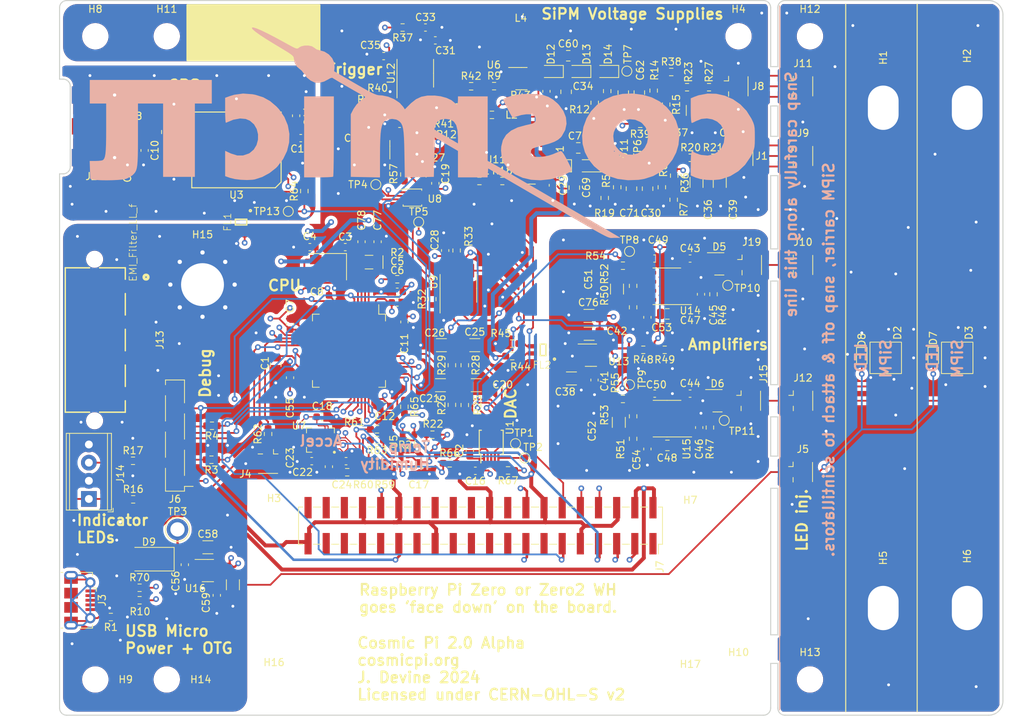
<source format=kicad_pcb>
(kicad_pcb (version 20221018) (generator pcbnew)
  (layers (0 "F.Cu" signal) (1 "In1.Cu" signal) (2 "In2.Cu" signal) (31 "B.Cu" signal) (34 "B.Paste" user) (35 "F.Paste" user) (36 "B.SilkS" user "B.Silkscreen") (37 "F.SilkS" user "F.Silkscreen") (38 "B.Mask" user) (39 "F.Mask" user) (44 "Edge.Cuts" user))
  (net 0 "")
  (net 1 "Net-(U2-VCAP1)")
  (net 2 "Net-(U2-PH0)")
  (net 3 "Net-(U2-PH1)")
  (net 4 "_RESET")
  (net 5 "+3V3")
  (net 6 "Net-(J2-In)")
  (net 7 "GNDD")
  (net 8 "Net-(U3-RF_IN)")
  (net 9 "Net-(U3-RESET)")
  (net 10 "Net-(C20-Pad1)")
  (net 11 "Net-(C21-Pad1)")
  (net 12 "Net-(U7-CAP)")
  (net 13 "Net-(U7-C1)")
  (net 14 "Net-(U9A--)")
  (net 15 "Net-(U9B--)")
  (net 16 "Net-(U12-CV)")
  (net 17 "Net-(U12-DIS)")
  (net 18 "Net-(C36-Pad1)")
  (net 19 "GNDREF")
  (net 20 "Net-(C37-Pad1)")
  (net 21 "Net-(U13-ON{slash}~{OFF})")
  (net 22 "Net-(U13-BP)")
  (net 23 "+3.3VA")
  (net 24 "V_OFFSET")
  (net 25 "Net-(C45-Pad1)")
  (net 26 "Net-(C46-Pad1)")
  (net 27 "Net-(C47-Pad1)")
  (net 28 "Net-(C48-Pad1)")
  (net 29 "Net-(C51-Pad1)")
  (net 30 "Net-(U14B--)")
  (net 31 "Net-(C52-Pad1)")
  (net 32 "Net-(U15B--)")
  (net 33 "+5V")
  (net 34 "Net-(U16-BP)")
  (net 35 "Net-(U2-PC14)")
  (net 36 "Net-(U2-PC15)")
  (net 37 "Net-(D1-K)")
  (net 38 "Net-(D1-A)")
  (net 39 "Net-(D9-A)")
  (net 40 "Net-(J3-D-)")
  (net 41 "Net-(J3-D+)")
  (net 43 "Net-(J3-Shield)")
  (net 44 "Net-(J6-Pin_2)")
  (net 45 "Net-(J6-Pin_4)")
  (net 50 "RX0")
  (net 51 "TX0")
  (net 52 "FLAG")
  (net 53 "BOOT0")
  (net 74 "Net-(D11-A)")
  (net 75 "Net-(D12-K)")
  (net 76 "pwr_led")
  (net 77 "evt_led")
  (net 78 "Net-(J14-Pin_1)")
  (net 79 "Net-(L3-Pad1)")
  (net 80 "Net-(U3-VCC_RF)")
  (net 81 "SWCLK")
  (net 82 "SWDIO")
  (net 83 "USB_OTG_DP")
  (net 84 "SCL0")
  (net 85 "SDA0")
  (net 86 "DAC0")
  (net 87 "DAC1")
  (net 88 "Net-(R32-Pad1)")
  (net 89 "Net-(R32-Pad2)")
  (net 90 "Net-(R33-Pad1)")
  (net 91 "Net-(R33-Pad2)")
  (net 92 "TRIG_OUT")
  (net 93 "/analog/SIGNAL_OUT_1")
  (net 94 "/analog/SIGNAL_OUT_2")
  (net 95 "Net-(D12-A)")
  (net 96 "USB_OTG_DM")
  (net 97 "Net-(U1-~{LDAC})")
  (net 98 "Net-(U1-RDY{slash}~{BSY})")
  (net 99 "HV_DAC0")
  (net 100 "HV_DAC1")
  (net 107 "GPSRX")
  (net 108 "GPSTX")
  (net 109 "BIASFB1")
  (net 123 "GPSPPS")
  (net 125 "CH_A_OR")
  (net 126 "CH_B_OR")
  (net 135 "Net-(D11-K)")
  (net 136 "Net-(D14-K)")
  (net 142 "Net-(D13-K)")
  (net 143 "INJ_LED")
  (net 144 "Net-(U11-FB)")
  (net 145 "Net-(U6-FB)")
  (net 146 "Net-(J14-Pin_3)")
  (net 147 "SiPM1_test_A")
  (net 148 "SiPM2_test_A")
  (net 149 "SiPM1_test_K")
  (net 150 "SiPM2_test_K")
  (net 151 "GND")
  (net 152 "LED_Test_A")
  (net 153 "Net-(FL2-Pad2)")
  (net 154 "Net-(FL2-Pad3)")
  (net 155 "RPI_Time")
  (net 156 "RPI_extra")
  (net 157 "Net-(U11-VCC)")
  (net 158 "Net-(U6-VCC)")
  (net 159 "Net-(R36-Pad1)")
  (net 160 "Net-(R42-Pad2)")
  (net 161 "Net-(R14-Pad2)")
  (net 162 "Net-(R18-Pad1)")
  (net 163 "VBIAS1")
  (net 164 "Net-(U7-SCL{slash}SPC)")
  (net 165 "VBIAS2")
  (net 166 "Net-(U7-SDA{slash}SDI{slash}SDO)")
  (net 167 "Net-(U12-TR)")
  (net 168 "BIASFB0")
  (net 169 "Net-(R56-Pad1)")
  (net 170 "Net-(R56-Pad2)")
  (net 171 "Net-(R57-Pad1)")
  (net 172 "Net-(R57-Pad2)")
  (net 173 "Net-(R58-Pad1)")
  (net 174 "Net-(U5-SCK)")
  (net 175 "Net-(U5-SDI)")
  (net 176 "Net-(U2-PA15)")
  (net 177 "Net-(U1-SCL)")
  (net 178 "Net-(U1-SDA)")
  (footprint "Resistor_SMD:R_0603_1608Metric" (layer "F.Cu") (at 47.175 126.26 180)
    (fp_text reference "R1")
    (fp_text value "20")
  )
  (footprint "Capacitor_SMD:C_0805_2012Metric" (layer "F.Cu") (at 120.025 66.325 90)
    (fp_text reference "C71")
    (fp_text value "1u, 100V")
  )
  (footprint "Resistor_SMD:R_0603_1608Metric" (layer "F.Cu") (at 69.175 100.65 90)
    (fp_text reference "R62")
    (fp_text value "300")
  )
  (footprint "Capacitor_SMD:C_1206_3216Metric" (layer "F.Cu") (at 131.625 55.375 -90)
    (fp_text reference "C40")
    (fp_text value "1u")
  )
  (footprint "Capacitor_SMD:C_0805_2012Metric" (layer "F.Cu") (at 121.125 52.875 90)
    (fp_text reference "C62")
    (fp_text value "47n, 100V")
  )
  (footprint "Capacitor_SMD:C_1206_3216Metric" (layer "F.Cu") (at 64.25 121.75 -90)
    (fp_text reference "C75" hide)
    (fp_text value "1u")
  )
  (footprint "Package_TO_SOT_SMD:SOT-23" (layer "F.Cu") (at 132.312424 76.85)
    (fp_text reference "D5")
    (fp_text value "BAS70-04")
  )
  (footprint "Package_SO:SOIC-8_3.9x4.9mm_P1.27mm" (layer "F.Cu") (at 124.974924 79.985 180)
    (fp_text reference "U14")
    (fp_text value "AD8039")
  )
  (footprint "Capacitor_SMD:C_0603_1608Metric" (layer "F.Cu") (at 77.685 105.225 90)
    (fp_text reference "C23")
    (fp_text value "100n")
  )
  (footprint "Resistor_SMD:R_0603_1608Metric" (layer "F.Cu") (at 92.175 100.75)
    (fp_text reference "R22")
    (fp_text value "10k")
  )
  (footprint "744232090:IND_744232090" (layer "F.Cu") (at 65.4 71 -90)
    (fp_text reference "FL1")
    (fp_text value "EMI_Filter_LL_f")
  )
  (footprint "Capacitor_SMD:C_0805_2012Metric" (layer "F.Cu") (at 112.575 60.625)
    (fp_text reference "C70")
    (fp_text value "0.1u, 50V")
  )
  (footprint "Capacitor_SMD:C_0603_1608Metric" (layer "F.Cu") (at 72.25 92.775 90)
    (fp_text reference "C55")
    (fp_text value "100n")
  )
  (footprint "Capacitor_SMD:C_1206_3216Metric" (layer "F.Cu") (at 98.1 88.225)
    (fp_text reference "C25")
    (fp_text value "1u")
  )
  (footprint "Package_LGA:Bosch_LGA-8_2.5x2.5mm_P0.65mm_ClockwisePinNumbering" (layer "F.Cu") (at 87.675 104.2 90)
    (fp_text reference "U5")
    (fp_text value "BME280")
  )
  (footprint "Package_TO_SOT_SMD:SOT-23-6" (layer "F.Cu") (at 104.625 50.925)
    (fp_text reference "U6")
    (fp_text value "MAX5026EUT_")
  )
  (footprint "Capacitor_SMD:C_0603_1608Metric" (layer "F.Cu") (at 85.35 47.775 180)
    (fp_text reference "C35")
    (fp_text value "100n")
  )
  (footprint "MountingHole:MountingHole_3.2mm_M3_DIN965" (layer "F.Cu") (at 145 45)
    (fp_text reference "H12")
    (fp_text value "MountingHole")
  )
  (footprint "TestPoint:TestPoint_Pad_D1.0mm" (layer "F.Cu") (at 105.1 104 90)
    (fp_text reference "TP2")
    (fp_text value "TestPoint")
  )
  (footprint "Resistor_SMD:R_0603_1608Metric_Pad0.98x0.95mm_HandSolder" (layer "F.Cu") (at 84.4125 101.5 180)
    (fp_text reference "R63")
    (fp_text value "0")
  )
  (footprint "Connector_PinSocket_2.54mm:PinSocket_2x20_P2.54mm_Vertical_SMD" (layer "F.Cu") (at 99.26 115.44 90)
    (fp_text reference "J7")
    (fp_text value "Raspberry_Pi_2_3_Zero")
  )
  (footprint "TestPoint:TestPoint_Pad_D1.0mm" (layer "F.Cu") (at 72 69.5)
    (fp_text reference "TP13")
    (fp_text value "TestPoint")
  )
  (footprint "Resistor_SMD:R_0603_1608Metric" (layer "F.Cu") (at 131.499924 81.1 -90)
    (fp_text reference "R46")
    (fp_text value "5100")
  )
  (footprint "Package_TO_SOT_SMD:SOT-23-5" (layer "F.Cu") (at 60.75 119.76)
    (fp_text reference "U16")
    (fp_text value "LP2985-3.3")
  )
  (footprint "smt_conn:691709710304" (layer "F.Cu") (at 44.9 87.5 -90)
    (fp_text reference "J13")
    (fp_text value "691709710304")
  )
  (footprint "Capacitor_SMD:C_0603_1608Metric" (layer "F.Cu") (at 62 123.225 -90)
    (fp_text reference "C59")
    (fp_text value "10n")
  )
  (footprint "Resistor_SMD:R_0603_1608Metric" (layer "F.Cu") (at 96.7 96.6 90)
    (fp_text reference "R25")
    (fp_text value "10k")
  )
  (footprint "Resistor_SMD:R_0603_1608Metric_Pad0.98x0.95mm_HandSolder" (layer "F.Cu") (at 125 62)
    (fp_text reference "R34")
    (fp_text value "0")
  )
  (footprint "Resistor_SMD:R_0603_1608Metric_Pad0.98x0.95mm_HandSolder" (layer "F.Cu") (at 74.25 66.6625 90)
    (fp_text reference "R64")
    (fp_text value "0")
  )
  (footprint "Package_TO_SOT_SMD:SOT-23" (layer "F.Cu") (at 132.0625 96)
    (fp_text reference "D6")
    (fp_text value "BAS70-04")
  )
  (footprint "Package_SO:SOIC-8_3.9x4.9mm_P1.27mm" (layer "F.Cu") (at 89.775 50.175 90)
    (fp_text reference "U12")
    (fp_text value "LM555")
  )
  (footprint "Capacitor_SMD:C_1206_3216Metric" (layer "F.Cu") (at 118.25 99.025 -90)
    (fp_text reference "C52")
    (fp_text value "n.a.")
  )
  (footprint "Resistor_SMD:R_0603_1608Metric" (layer "F.Cu") (at 96.7 91.025 90)
    (fp_text reference "R28")
    (fp_text value "10k")
  )
  (footprint "Cosmic:Inductor_#A915BY-470M=P3" (layer "F.Cu") (at 104.5375 45.75)
    (fp_text reference "L4")
    (fp_text value "47u")
  )
  (footprint "744232090:IND_744232090" (layer "F.Cu") (at 107.65 88.875 180)
    (fp_text reference "FL2")
    (fp_text value "EMI_Filter_LL_f" hide)
  )
  (footprint "Package_TO_SOT_SMD:SOT-23-6" (layer "F.Cu") (at 105.775 64.125)
    (fp_text reference "U11")
    (fp_text value "MAX5026EUT_")
  )
  (footprint "Capacitor_SMD:C_0603_1608Metric" (layer "F.Cu") (at 108.125 52.7 -90)
    (fp_text reference "C32")
    (fp_text value "1u")
  )
  (footprint "Resistor_SMD:R_0603_1608Metric" (layer "F.Cu") (at 88.825 100.75 180)
    (fp_text reference "R24")
    (fp_text value "10k")
  )
  (footprint "Capacitor_SMD:C_1206_3216Metric" (layer "F.Cu") (at 117.999924 80.375 -90)
    (fp_text reference "C51")
    (fp_text value "n.a.")
  )
  (footprint "Capacitor_SMD:C_0603_1608Metric" (layer "F.Cu") (at 87.25 80.75 180)
    (fp_text reference "C5")
    (fp_text value "100n")
  )
  (footprint "Resistor_SMD:R_0603_1608Metric" (layer "F.Cu") (at 50.6 57.6)
    (fp_text reference "R8")
    (fp_text value "0")
  )
  (footprint "Connector_Coaxial:U.FL_Hirose_U.FL-R-SMT-1_Vertical" (layer "F.Cu") (at 143.525 105.975)
    (fp_text reference "J5")
    (fp_text value "u.FL")
  )
  (footprint "TestPoint:TestPoint_Pad_D1.0mm" (layer "F.Cu") (at 119.75 93.75 180)
    (fp_text reference "TP9")
    (fp_text value "TestPoint")
  )
  (footprint "Capacitor_SMD:C_0805_2012Metric" (layer "F.Cu") (at 110.875 52.775 -90)
    (fp_text reference "C34")
    (fp_text value "1u, 100V")
  )
  (footprint "MountingHole:MountingHole_3.2mm_M3_DIN965" (layer "F.Cu") (at 145 135)
    (fp_text reference "H13")
    (fp_text value "MountingHole")
  )
  (footprint "Resistor_SMD:R_0603_1608Metric_Pad0.98x0.95mm_HandSolder" (layer "F.Cu") (at 126 64.5 90)
    (fp_text reference "R36")
    (fp_text value "0")
  )
  (footprint "Capacitor_SMD:C_0603_1608Metric" (layer "F.Cu") (at 129.5 99.75 90)
    (fp_text reference "C46")
    (fp_text value "30p")
  )
  (footprint "Capacitor_SMD:C_0603_1608Metric" (layer "F.Cu") (at 73.1 56.125 90)
    (fp_text reference "C14")
    (fp_text value "100n")
  )
  (footprint "Diode_SMD:D_SOD-323F" (layer "F.Cu") (at 118.025 63.125 180)
    (fp_text reference "D11")
    (fp_text value "1N4148")
  )
  (footprint "Crystal:Crystal_SMD_EuroQuartz_EQ161-2Pin_3.2x1.5mm" (layer "F.Cu") (at 83.3 76.6 180)
    (fp_text reference "Y2" hide)
    (fp_text value "32.768KHz")
  )
  (footprint "Capacitor_SMD:C_0603_1608Metric" (layer "F.Cu") (at 128.224924 76.1)
    (fp_text reference "C43")
    (fp_text value "100n")
  )
  (footprint "Resistor_SMD:R_0603_1608Metric" (layer "F.Cu") (at 120.249924 82.925 90)
    (fp_text reference "R50")
    (fp_text value "1k")
  )
  (footprint "Connector_Coaxial:U.FL_Hirose_U.FL-R-SMT-1_Vertical" (layer "F.Cu") (at 143.55 61.75)
    (fp_text reference "J9")
    (fp_text value "u.FL")
  )
  (footprint "Capacitor_SMD:C_0603_1608Metric" (layer "F.Cu") (at 85.275 105.4 90)
    (fp_text reference "C15" hide)
    (fp_text value "100n")
  )
  (footprint "TestPoint:TestPoint_Pad_D1.0mm" (layer "F.Cu") (at 90.25 71)
    (fp_text reference "TP5")
    (fp_text value "TestPoint")
  )
  (footprint "Resistor_SMD:R_0603_1608Metric_Pad0.98x0.95mm_HandSolder" (layer "F.Cu") (at 121.25 57.25 180)
    (fp_text reference "R39")
    (fp_text value "0")
  )
  (footprint "Capacitor_SMD:C_1206_3216Metric" (layer "F.Cu") (at 128.6 55.375 -90)
    (fp_text reference "C37")
    (fp_text value "1u")
  )
  (footprint "Resistor_SMD:R_0603_1608Metric" (layer "F.Cu") (at 121.675 88.875)
    (fp_text reference "R48")
    (fp_text value "20k")
  )
  (footprint "Capacitor_SMD:C_0603_1608Metric" (layer "F.Cu") (at 73.75 59.25)
    (fp_text reference "C13")
    (fp_text value "10u")
  )
  (footprint "Capacitor_SMD:C_0603_1608Metric" (layer "F.Cu") (at 84.5 73.75 90)
    (fp_text reference "C77")
    (fp_text value "4.3p")
  )
  (footprint "Diode_SMD:D_SOD-323F" (layer "F.Cu") (at 108.875 49.925 180)
    (fp_text reference "D12")
    (fp_text value "1N4148")
  )
  (footprint "Resistor_SMD:R_0603_1608Metric" (layer "F.Cu") (at 50.3 109.8)
    (fp_text reference "R16")
    (fp_text value "20")
  )
  (footprint "Capacitor_SMD:C_0603_1608Metric" (layer "F.Cu") (at 87.25 82.25)
    (fp_text reference "C6")
    (fp_text value "100n")
  )
  (footprint "Resistor_SMD:R_0603_1608Metric" (layer "F.Cu") (at 94.9 96.575 90)
    (fp_text reference "R26")
    (fp_text value "10k")
  )
  (footprint "TestPoint:TestPoint_Pad_D1.0mm" (layer "F.Cu") (at 119.375 49.875)
    (fp_text reference "TP7")
    (fp_text value "TestPoint")
  )
  (footprint "Resistor_SMD:R_0603_1608Metric_Pad0.98x0.95mm_HandSolder" (layer "F.Cu") (at 98.75 65.25)
    (fp_text reference "R31")
    (fp_text value "0")
  )
  (footprint "Resistor_SMD:R_0603_1608Metric" (layer "F.Cu") (at 124.675 88.875)
    (fp_text reference "R49")
    (fp_text value "10k")
  )
  (footprint "Capacitor_SMD:C_0805_2012Metric" (layer "F.Cu") (at 112.025 66.175 -90)
    (fp_text reference "C69")
    (fp_text value "1u, 100V")
  )
  (footprint "Resistor_SMD:R_0603_1608Metric_Pad0.98x0.95mm_HandSolder" (layer "F.Cu") (at 83.25 105.25 90)
    (fp_text reference "R59")
    (fp_text value "0")
  )
  (footprint "Capacitor_SMD:C_0603_1608Metric" (layer "F.Cu") (at 76.75 98.25 180)
    (fp_text reference "C18")
    (fp_text value "100n")
  )
  (footprint "MountingHole:MountingHole_3.2mm_M3_DIN965" (layer "F.Cu") (at 45 45)
    (fp_text reference "H8")
    (fp_text value "MountingHole")
  )
  (footprint "Capacitor_SMD:C_0805_2012Metric" (layer "F.Cu") (at 118.875 52.875 90)
    (fp_text reference "C61")
    (fp_text value "1u, 100V")
  )
  (footprint "Capacitor_SMD:C_0603_1608Metric" (layer "F.Cu") (at 72.25 85.275 90)
    (fp_text reference "C7")
    (fp_text value "100n")
  )
  (footprint "Resistor_SMD:R_0603_1608Metric_Pad0.98x0.95mm_HandSolder" (layer "F.Cu") (at 94.5875 104.75)
    (fp_text reference "R66")
    (fp_text value "0")
  )
  (footprint "Diode_SMD:D_SOD-323F" (layer "F.Cu") (at 110.025 63.125 180)
    (fp_text reference "D1")
    (fp_text value "1N4148")
  )
  (footprint "Connector_Coaxial:U.FL_Hirose_U.FL-R-SMT-1_Vertical" (layer "F.Cu") (at 135.175 61.75)
    (fp_text reference "J1")
    (fp_text value "u.FL")
  )
  (footprint "Capacitor_SMD:C_0603_1608Metric" (layer "F.Cu") (at 90.775 64.575 90)
    (fp_text reference "C27")
    (fp_text value "100n")
  )
  (footprint "Inductor_SMD:L_0603_1608Metric" (layer "F.Cu") (at 55.6125 60.9)
    (fp_text reference "L3")
    (fp_text value "47nH")
  )
  (footprint "Capacitor_SMD:C_0603_1608Metric" (layer "F.Cu") (at 75.025 74.5 180)
    (fp_text reference "C4")
    (fp_text value "22p")
  )
  (footprint "Capacitor_SMD:C_0805_2012Metric" (layer "F.Cu") (at 70.25 90.95 -90)
    (fp_text reference "C1")
    (fp_text value "4.7u")
  )
  (footprint "Resistor_SMD:R_0603_1608Metric" (layer "F.Cu") (at 92.155 81.775 90)
    (fp_text reference "R32")
    (fp_text value "330R")
  )
  (footprint "TestPoint:TestPoint_Pad_D1.0mm" (layer "F.Cu") (at 119.749924 75.1 180)
    (fp_text reference "TP8")
    (fp_text value "TestPoint")
  )
  (footprint "MountingHole:MountingHole_4.3x6.2mm_M4_Pad" (layer "F.Cu") (at 155.25 125 90)
    (fp_text reference "H5")
    (fp_text value "SiPM_Bracket")
  )
  (footprint "Resistor_SMD:R_0603_1608Metric" (layer "F.Cu") (at 131.45 62)
    (fp_text reference "R21")
    (fp_text value "1k")
  )
  (footprint "Resistor_SMD:R_0603_1608Metric" (layer "F.Cu") (at 95.555 74.975 90)
    (fp_text reference "R33")
    (fp_text value "330R")
  )
  (footprint "Capacitor_SMD:C_0603_1608Metric" (layer "F.Cu") (at 88.25 84.975 -90)
    (fp_text reference "C11")
    (fp_text value "100n")
  )
  (footprint "Connector_Coaxial:U.FL_Hirose_U.FL-R-SMT-1_Vertical" (layer "F.Cu") (at 69.175 104.325 -90)
    (fp_text reference "J4")
    (fp_text value "u.FL")
  )
  (footprint "MountingHole:MountingHole_2.7mm_M2.5_DIN965" (layer "F.Cu") (at 128.25 113.25)
    (fp_text reference "H7")
    (fp_text value "RPi")
  )
  (footprint "MountingHole:MountingHole_3.2mm_M3_DIN965" (layer "F.Cu") (at 55 135)
    (fp_text reference "H14")
    (fp_text value "MountingHole")
  )
  (footprint "Resistor_SMD:R_0603_1608Metric" (layer "F.Cu") (at 120.249924 79.925 -90)
    (fp_text reference "R52")
    (fp_text value "30k")
  )
  (footprint "Capacitor_SMD:C_0805_2012Metric" (layer "F.Cu") (at 125.049924 83.85)
    (fp_text reference "C47")
    (fp_text value "100n")
  )
  (footprint "Resistor_SMD:R_0603_1608Metric" (layer "F.Cu") (at 90.575 54.975)
    (fp_text reference "R35")
    (fp_text value "10k")
  )
  (footprint "Resistor_SMD:R_0603_1608Metric_Pad0.98x0.95mm_HandSolder" (layer "F.Cu") (at 88.25 64.3375 -90)
    (fp_text reference "R57")
    (fp_text value "0")
  )
  (footprint "Capacitor_SMD:C_0603_1608Metric" (layer "F.Cu") (at 80.085 104.45 180)
    (fp_text reference "C24")
    (fp_text value "10u")
  )
  (footprint "Crystal:Crystal_SMD_5032-4Pin_5.0x3.2mm" (layer "F.Cu") (at 77.5 77.25 180)
    (fp_text reference "Y1" hide)
    (fp_text value "8 MHz")
  )
  (footprint "Diode_SMD:D_SMA" (layer "F.Cu") (at 52.525 118.165 180)
    (fp_text reference "D9")
    (fp_text value "B140-E3")
  )
  (footprint "TestPoint:TestPoint_Pad_D1.0mm" (layer "F.Cu") (at 84.25 65.75)
    (fp_text reference "TP4")
    (fp_text value "TestPoint")
  )
  (footprint "Capacitor_SMD:C_0603_1608Metric" (layer "F.Cu") (at 92.575 45.575)
    (fp_text reference "C31")
    (fp_text value "10n")
  )
  (footprint "TestPoint:TestPoint_Pad_D1.0mm" (layer "F.Cu") (at 91.5 59.75)
    (fp_text reference "TP12")
    (fp_text value "TestPoint")
  )
  (footprint "Resistor_SMD:R_0603_1608Metric_Pad0.98x0.95mm_HandSolder" (layer "F.Cu") (at 103.3375 89.75)
    (fp_text reference "R44")
    (fp_text value "0")
  )
  (footprint "Resistor_SMD:R_0603_1608Metric" (layer "F.Cu") (at 130.875 52.125)
    (fp_text reference "R27")
    (fp_text value "1k")
  )
  (footprint "Capacitor_SMD:C_0603_1608Metric" (layer "F.Cu") (at 114.85 93.1 -90)
    (fp_text reference "C41")
    (fp_text value "10n")
  )
  (footprint "Resistor_SMD:R_0603_1608Metric" (layer "F.Cu") (at 90.75 57.25)
    (fp_text reference "R41")
    (fp_text value "100k")
  )
  (footprint "Connector_Coaxial:U.FL_Hirose_U.FL-R-SMT-1_Vertical" (layer "F.Cu") (at 143.55 52)
    (fp_text reference "J11")
    (fp_text value "u.FL")
  )
  (footprint "Resistor_SMD:R_0603_1608Metric_Pad0.98x0.95mm_HandSolder" (layer "F.Cu") (at 125.5875 50)
    (fp_text reference "R38")
    (fp_text value "0")
  )
  (footprint "Connector_Coaxial:U.FL_Hirose_U.FL-R-SMT-1_Vertical" (layer "F.Cu") (at 143.55 77)
    (fp_text reference "J10")
    (fp_text value "u.FL")
  )
  (footprint "Resistor_SMD:R_0603_1608Metric" (layer "F.Cu") (at 61.325 99.5 180)
    (fp_text reference "R4")
    (fp_text value "20")
  )
  (footprint "Diode_SMD:D_SOD-323F" (layer "F.Cu") (at 114.175 63.125 180)
    (fp_text reference "D4")
    (fp_text value "1N4148")
  )
  (footprint "Capacitor_SMD:C_0603_1608Metric" (layer "F.Cu") (at 51.9 60.975 -90)
    (fp_text reference "C10")
    (fp_text value "n.a.")
  )
  (footprint "Capacitor_SMD:C_1206_3216Metric" (layer "F.Cu") (at 93.425 88.225 180)
    (fp_text reference "C26")
    (fp_text value "1u")
  )
  (footprint "TestPoint:TestPoint_Pad_D1.0mm" (layer "F.Cu") (at 133.499924 79.85 180)
    (fp_text reference "TP10")
    (fp_text value "TestPoint")
  )
  (footprint "Capacitor_SMD:C_1206_3216Metric" (layer "F.Cu") (at 93.3 93.825 180)
    (fp_text reference "C21")
    (fp_text value "1u")
  )
  (footprint "Connector_USB:USB_Micro-B_Molex-105017-0001" (layer "F.Cu") (at 42.84 123.915 -90)
    (fp_text reference "J3")
    (fp_text value "USB_B_Micro")
  )
  (footprint "Resistor_SMD:R_0603_1608Metric_Pad0.98x0.95mm_HandSolder" (layer "F.Cu") (at 97.5875 52)
    (fp_text reference "R42")
    (fp_text value "0")
  )
  (footprint "Package_SO:SOIC-8_3.9x4.9mm_P1.27mm" (layer "F.Cu") (at 95.805 80.275 90)
    (fp_text reference "U9")
    (fp_text value "MAX991")
  )
  (footprint "Resistor_SMD:R_0603_1608Metric" (layer "F.Cu") (at 125.925 67.875 -90)
    (fp_text reference "R7")
    (fp_text value "10k")
  )
  (footprint "Package_LGA:LGA-24L_3x3.5mm_P0.43mm" (layer "F.Cu") (at 76.5 101.5 180)
    (fp_text reference "U7")
    (fp_text value "LSM9DS1")
  )
  (footprint "Capacitor_SMD:C_0603_1608Metric" (layer "F.Cu") (at 87.575 57.25 180)
    (fp_text reference "C67")
    (fp_text value "100n")
  )
  (footprint "Resistor_SMD:R_0603_1608Metric" (layer "F.Cu") (at 88 43.775 180)
    (fp_text reference "R37")
    (fp_text value "100k")
  )
  (footprint "MountingHole:MountingHole_2.7mm_M2.5_DIN965" (layer "F.Cu") (at 70 113)
    (fp_text reference "H3")
    (fp_text value "RPi")
  )
  (footprint "Resistor_SMD:R_0603_1608Metric" (layer "F.Cu") (at 131 99.75 -90)
    (fp_text reference "R47")
    (fp_text value "5100")
  )
  (footprint "MountingHole:MountingHole_3.2mm_M3_DIN965" (layer "F.Cu") (at 135 45)
    (fp_text reference "H4")
    (fp_text value "MountingHole")
  )
  (footprint "MountingHole:MountingHole_4.3x6.2mm_M4_Pad" (layer "F.Cu") (at 167 55 90)
    (fp_text reference "H2")
    (fp_text value "SiPM_Bracket")
  )
  (footprint "Resistor_SMD:R_0603_1608Metric" (layer "F.Cu") (at 94.9 91.025 90)
    (fp_text reference "R29")
    (fp_text value "10k")
  )
  (footprint "Capacitor_SMD:C_0603_1608Metric" (layer "F.Cu") (at 123.274924 76.1 180)
    (fp_text reference "C49")
    (fp_text value "100n")
  )
  (footprint "Capacitor_SMD:C_0603_1608Metric" (layer "F.Cu") (at 98.175 105.8 180)
    (fp_text reference "C16")
    (fp_text value "100n")
  )
  (footprint "Cosmic:Inductor_#A915BY-470M=P3" (layer "F.Cu") (at 105.25 59.5)
    (fp_text reference "L2")
    (fp_text value "47u")
  )
  (footprint "Resistor_SMD:R_0603_1608Metric" (layer "F.Cu") (at 124.275 66.125 -90)
    (fp_text reference "R6")
    (fp_text value "200k")
  )
  (footprint "Connector_Coaxial:U.FL_Hirose_U.FL-R-SMT-1_Vertical" (layer "F.Cu") (at 136.25 96)
    (fp_text reference "J15")
    (fp_text value "u.FL")
  )
  (footprint "Resistor_SMD:R_0603_1608Metric_Pad0.98x0.95mm_HandSolder" (layer "F.Cu") (at 84.4125 100 180)
    (fp_text reference "R61")
    (fp_text value "0")
  )
  (footprint "Resistor_SMD:R_0603_1608Metric" (layer "F.Cu") (at 61.25 104.25 180)
    (fp_text reference "R3")
    (fp_text value "20")
  )
  (footprint "Resistor_SMD:R_0603_1608Metric" (layer "F.Cu") (at 50.275 104.4)
    (fp_text reference "R17")
    (fp_text value "20")
  )
  (footprint "Capacitor_SMD:C_0603_1608Metric" (layer "F.Cu") (at 97.4 103 90)
    (fp_text reference "C2")
    (fp_text value "10u")
  )
  (footprint "Resistor_SMD:R_0603_1608Metric" (layer "F.Cu") (at 128.3 62)
    (fp_text reference "R20")
    (fp_text value "1k")
  )
  (footprint "Capacitor_SMD:C_0603_1608Metric" (layer "F.Cu") (at 79.975 74.5)
    (fp_text reference "C3")
    (fp_text value "22p")
  )
  (footprint "LED_SMD:LED_0603_1608Metric" (layer "F.Cu") (at 152.25 90.0375 -90)
    (fp_text reference "D8")
    (fp_text value "LED")
  )
  (footprint "MountingHole:MountingHole_3.2mm_M3_DIN965" (layer "F.Cu") (at 45 135)
    (fp_text reference "H9")
    (fp_text value "MountingHole")
  )
  (footprint "Resistor_SMD:R_0603_1608Metric" (layer "F.Cu") (at 118.824924 77.1)
    (fp_text reference "R54")
    (fp_text value "100")
  )
  (footprint "Diode_SMD:D_SOD-323F" (layer "F.Cu") (at 116.625 49.925 180)
    (fp_text reference "D14")
    (fp_text value "1N4148")
  )
  (footprint "Connector_PinSocket_2.54mm:PinSocket_1x06_P2.54mm_Vertical_SMD_Pin1Left" (layer "F.Cu") (at 56.15 100.87 180)
    (fp_text reference "J6")
    (fp_text value "SWD")
  )
  (footprint "Capacitor_SMD:C_0603_1608Metric" (layer "F.Cu") (at 109.025 65.85 -90)
    (fp_text reference "C29")
    (fp_text value "1u")
  )
  (footprint "MountingHole:MountingHole_3.2mm_M3_DIN965" (layer "F.Cu") (at 55 45)
    (fp_text reference "H11")
    (fp_text value "MountingHole")
  )
  (footprint "Capacitor_SMD:C_0603_1608Metric" (layer "F.Cu") (at 57.525 118.94 90)
    (fp_text reference "C56")
    (fp_text value "22u")
  )
  (footprint "MountingHole:MountingHole_3.2mm_M3_DIN965" (layer "F.Cu") (at 135 135)
    (fp_text reference "H10")
    (fp_text value "MountingHole")
  )
  (footprint "Connector_Coaxial:SMA_Molex_73251-1153_EdgeMount_Horizontal" (layer "F.Cu") (at 45.98 57.6)
    (fp_text reference "J2")
    (fp_text value "SMA")
  )
  (footprint "Cosmic:LM76-M33" (layer "F.Cu") (at 64.75 60.9 90)
    (fp_text reference "U3")
    (fp_text value "L76-M33")
  )
  (footprint "Capacitor_SMD:C_0603_1608Metric" (layer "F.Cu") (at 122.249924 84.325 -90)
    (fp_text reference "C53")
    (fp_text value "100n")
  )
  (footprint "Package_SO:VSSOP-8_2.4x2.1mm_P0.5mm" (layer "F.Cu") (at 89.375 67.575)
    (fp_text reference "U8")
    (fp_text value "74AUC2G32")
  )
  (footprint "Capacitor_SMD:C_0603_1608Metric" (layer "F.Cu") (at 49.5 60.975 -90)
    (fp_text reference "C9")
    (fp_text value "n.a.")
  )
  (footprint "Capacitor_SMD:C_0603_1608Metric" (layer "F.Cu") (at 123.275 95 180)
    (fp_text reference "C50")
    (fp_text value "100n")
  )
  (footprint "MountingHole:MountingHole_4.3x6.2mm_M4_Pad" (layer "F.Cu") (at 155.25 55 90)
    (fp_text reference "H1")
    (fp_text value "SiPM_Bracket")
  )
  (footprint "TestPoint:TestPoint_Pad_D1.0mm" (layer "F.Cu") (at 133 98.75 180)
    (fp_text reference "TP11")
    (fp_text value "TestPoint")
  )
  (footprint "TestPoint:TestPoint_Pad_D1.0mm" (layer "F.Cu") (at 103.8 102 90)
    (fp_text reference "TP1")
    (fp_text value "TestPoint")
  )
  (footprint "Capacitor_SMD:C_0603_1608Metric" (layer "F.Cu") (at 92.575 65.575 90)
    (fp_text reference "C19")
    (fp_text value "1u")
  )
  (footprint "Resistor_SMD:R_0603_1608Metric_Pad0.98x0.95mm_HandSolder" (layer "F.Cu") (at 103.3375 88)
    (fp_text reference "R45")
    (fp_text value "0")
  )
  (footprint "Connector_Coaxial:U.FL_Hirose_U.FL-R-SMT-1_Vertical" (layer "F.Cu") (at 143.55 96)
    (fp_text reference "J12")
    (fp_text value "u.FL")
  )
  (footprint "Resistor_SMD:R_0603_1608Metric" (layer "F.Cu") (at 114.875 54.3 -90)
    (fp_text reference "R12")
    (fp_text value "6.81k")
  )
  (footprint "Capacitor_SMD:C_0603_1608Metric" (layer "F.Cu") (at 93.955 74.975 -90)
    (fp_text reference "C28")
    (fp_text value "1u")
  )
  (footprint "Capacitor_SMD:C_1206_3216Metric" (layer "F.Cu") (at 98.3 93.825)
    (fp_text reference "C20")
    (fp_text value "1u")
  )
  (footprint "Capacitor_SMD:C_0603_1608Metric" (layer "F.Cu") (at 128.225 95)
    (fp_text reference "C44")
    (fp_text value "100n")
  )
  (footprint "Package_SO:MSOP-10_3x3mm_P0.5mm" (layer "F.Cu") (at 100.4 101.8 90)
    (fp_text reference "U1")
    (fp_text value "MCP4728")
  )
  (footprint "Resistor_SMD:R_0603_1608Metric" (layer "F.Cu") (at 87.4 54.975 180)
    (fp_text reference "R40")
    (fp_text value "100k")
  )
  (footprint "Capacitor_SMD:C_0603_1608Metric" (layer "F.Cu") (at 122.25 102.75 -90)
    (fp_text reference "C54")
    (fp_text value "100n")
  )
  (footprint "Capacitor_SMD:C_1206_3216Metric" (layer "F.Cu") (at 129.125 65.45 -90)
    (fp_text reference "C36")
    (fp_text value "1u")
  )
  (footprint "Capacitor_SMD:C_0805_2012Metric" (layer "F.Cu") (at 111.175 47.725)
    (fp_text reference "C60")
    (fp_text value "0.1u, 50V")
  )
  (footprint "Resistor_SMD:R_0603_1608Metric" (layer "F.Cu") (at 51.2 122.165)
    (fp_text reference "R70")
    (fp_text value "20")
  )
  (footprint "Diode_SMD:D_SOD-323F" (layer "F.Cu") (at 112.725 49.925 180)
    (fp_text reference "D13")
    (fp_text value "1N4148")
  )
  (footprint "TestPoint:TestPoint_Pad_D1.0mm" (layer "F.Cu") (at 120.875 63.125)
    (fp_text reference "TP6")
    (fp_text value "TestPoint")
  )
  (footprint "Resistor_SMD:R_0603_1608Metric" (layer "F.Cu") (at 118.025 66.125 -90)
    (fp_text reference "R5")
    (fp_text value "255k")
  )
  (footprint "Resistor_SMD:R_0603_1608Metric_Pad0.98x0.95mm_HandSolder" (layer "F.Cu") (at 80.25 106)
    (fp_text reference "R60")
    (fp_text value "0")
  )
  (footprint "Capacitor_SMD:C_1206_3216Metric" (layer "F.Cu") (at 114.1 86.625 180)
    (fp_text reference "C42")
    (fp_text value "1u")
  )
  (footprint "MountingHole:MountingHole_2.7mm_M2.5_DIN965" (layer "F.Cu") (at 70 135.96)
    (fp_text reference "H16")
    (fp_text value "RPi")
  )
  (footprint "Capacitor_SMD:C_0603_1608Metric" (layer "F.Cu") (at 129.749924 81.1 90)
    (fp_text reference "C45")
    (fp_text value "30p")
  )
  (footprint "Capacitor_SMD:C_0603_1608Metric" (layer "F.Cu") (at 82.25 73.75 90)
    (fp_text reference "C78")
    (fp_text value "4.3p")
  )
  (footprint "Connector_Coaxial:U.FL_Hirose_U.FL-R-SMT-1_Vertical" (layer "F.Cu") (at 136.382462 77)
    (fp_text reference "J19")
    (fp_text value "u.FL")
  )
  (footprint "Resistor_SMD:R_0603_1608Metric" (layer "F.Cu") (at 123.125 52.6 -90)
    (fp_text reference "R14")
    (fp_text value "200k")
  )
  (footprint "Capacitor_SMD:C_0603_1608Metric" (layer "F.Cu") (at 75.285 104.45)
    (fp_text reference "C22")
    (fp_text value "10n")
  )
  (footprint "Package_TO_SOT_SMD:SOT-23-5" (layer "F.Cu") (at 87.775 60.375 90)
    (fp_text reference "U4")
    (fp_text value "74AHC1G00")
  )
  (footprint "Package_TO_SOT_SMD:SOT-23-5" (layer "F.Cu") (at 114.35 89.625)
    (fp_text reference "U13")
    (fp_text value "LP2985-3.3")
  )
  (footprint "Resistor_SMD:R_0603_1608Metric" (layer "F.Cu") (at 120.25 101.325 90)
    (fp_text reference "R51")
    (fp_text value "1k")
  )
  (footprint "Capacitor_SMD:C_0603_1608Metric" (layer "F.Cu") (at 85.5 96.75 180)
    (fp_text reference "C12")
    (fp_text value "100n")
  )
  (footprint "Resistor_SMD:R_0603_1608Metric_Pad0.98x0.95mm_HandSolder" (layer "F.Cu") (at 102.75 105.75 180)
    (fp_text reference "R67")
    (fp_text value "0")
  )
  (footprint "Resistor_SMD:R_0603_1608Metric" (layer "F.Cu") (at 116.625 52.675 -90)
    (fp_text reference "R11")
    (fp_text value "255k")
  )
  (footprint "Capacitor_SMD:C_0805_2012Metric" (layer "F.Cu") (at 122.275 66.325 90)
    (fp_text reference "C30")
    (fp_text value "47n, 100V")
  )
  (footprint "Resistor_SMD:R_0603_1608Metric_Pad0.98x0.95mm_HandSolder" (layer "F.Cu") (at 100.5 56 180)
    (fp_text reference "R30")
    (fp_text value "0")
  )
  (footprint "Resistor_SMD:R_0603_1608Metric" (layer "F.Cu") (at 118.825 95.75)
    (fp_text reference "R55")
    (fp_text value "100")
  )
  (footprint "Capacitor_SMD:C_0603_1608Metric" (layer "F.Cu") (at 78.475 81.25)
    (fp_text reference "C8")
    (fp_text value "100n")
  )
  (footprint "Capacitor_SMD:C_1206_3216Metric" (layer "F.Cu") (at 114.075 84.125 180)
    (fp_text reference "C76")
    (fp_text value "100u")
  )
  (footprint "Resistor_SMD:R_0603_1608Metric_Pad0.98x0.95mm_HandSolder" (layer "F.Cu") (at 84 62.5 -90)
    (fp_text reference "R56")
    (fp_text value "0")
  )
  (footprint "Resistor_SMD:R_0603_1608Metric" (layer "F.Cu") (at 116.275 67.625 -90)
    (fp_text reference "R19")
    (fp_text value "6.81k")
  )
  (footprint "Resistor_SMD:R_0603_1608Metric_Pad0.98x0.95mm_HandSolder" (layer "F.Cu") (at 88.25 96.8375 -90)
    (fp_text reference "R65")
    (fp_text value "DNP")
  )
  (footprint "Resistor_SMD:R_0603_1608Metric" (layer "F.Cu") (at 124.875 54.55 -90)
    (fp_text reference "R15")
    (fp_text value "10k")
  )
  (footprint "Resistor_SMD:R_0603_1608Metric" (layer "F.Cu") (at 87.25 79)
    (fp_text reference "R2")
    (fp_text value "100k")
  )
  (footprint "MountingHole:MountingHole_4.3x6.2mm_M4_Pad" (layer "F.Cu") (at 167 125 90)
    (fp_text reference "H6")
    (fp_text value "SiPM_Bracket")
  )
  (footprint "Resistor_SMD:R_0603_1608Metric" (layer "F.Cu") (at 51.2 123.915)
    (fp_text reference "R10")
    (fp_text value "20")
  )
  (footprint "TerminalBlock_Phoenix:TerminalBlock_Phoenix_MPT-0,5-4-2.54_1x04_P2.54mm_Horizontal" (layer "F.Cu") (at 44.1 109.74 90)
    (fp_text reference "J14")
    (fp_text value "Screw_Terminal_01x04")
  )
  (footprint "Resistor_SMD:R_0603_1608Metric" (layer "F.Cu") (at 54.8 58.4 -90)
    (fp_text reference "R13")
    (fp_text value "10")
  )
  (footprint "Connector_Coaxial:U.FL_Hirose_U.FL-R-SMT-1_Vertical" (layer "F.Cu") (at 134.5 52)
    (fp_text reference "J8")
    (fp_text value "u.FL")
  )
  (footprint "Capacitor_SMD:C_0805_2012Metric" (layer "F.Cu") (at 125.05 102.25)
    (fp_text reference "C48")
    (fp_text value "100n")
  )
  (footprint "Resistor_SMD:R_0603_1608Metric_Pad0.98x0.95mm_HandSolder" (layer "F.Cu") (at 83.0875 55.25)
    (fp_text reference "R58")
    (fp_text value "0")
  )
  (footprint "Package_QFP:LQFP-64_10x10mm_P0.5mm" (layer "F.Cu") (at 80.5 89 -90)
    (fp_text reference "U2" hide)
    (fp_text value "STM32F401RETx")
  )
  (footprint "Capacitor_SMD:C_1206_3216Metric" (layer "F.Cu") (at 60.75 116.5)
    (fp_text reference "C58")
    (fp_text value "1u")
  )
  (footprint "Resistor_SMD:R_0603_1608Metric" (layer "F.Cu") (at 100.8 51.975)
    (fp_text reference "R9")
    (fp_text value "13.7k")
  )
  (footprint "MountingHole:MountingHole_2.7mm_M2.5_DIN965" (layer "F.Cu") (at 128.25 136.21)
    (fp_text reference "H17")
    (fp_text value "RPi")
  )
  (footprint "Capacitor_SMD:C_1206_3216Metric" (layer "F.Cu") (at 111.625 92.875)
    (fp_text reference "C38")
    (fp_text value "1u")
  )
  (footprint "Resistor_SMD:R_0603_1608Metric" (layer "F.Cu") (at 120.25 98.175 -90)
    (fp_text reference "R53")
    (fp_text value "30k")
  )
  (footprint "MountingHole:MountingHole_6mm_Pad_Via" (layer "F.Cu") (at 60 79.75)
    (fp_text reference "H15")
    (fp_text value "Cable_pass")
  )
  (footprint "LED_SMD:LED_0603_1608Metric" (layer "F.Cu") (at 162.25 90 -90)
    (fp_text reference "D7")
    (fp_text value "LED")
  )
  (footprint "Capacitor_SMD:C_1206_3216Metric" (layer "F.Cu") (at 132.375 65.45 -90)
    (fp_text reference "C39")
    (fp_text value "1u")
  )
  (footprint "Resistor_SMD:R_0603_1608Metric_Pad0.98x0.95mm_HandSolder" (layer "F.Cu") (at 104.5 54.5)
    (fp_text reference "R43")
    (fp_text value "0")
  )
  (footprint "TestPoint:TestPoint_Plated_Hole_D2.0mm" (layer "F.Cu") (at 56.5 114)
    (fp_text reference "TP3")
    (fp_text value "TestPoint")
  )
  (footprint "Capacitor_SMD:C_0603_1608Metric" (layer "F.Cu") (at 90.275 105.4 90)
    (fp_text reference "C17")
    (fp_text value "100n")
  )
  (footprint "Package_SO:SOIC-8_3.9x4.9mm_P1.27mm" (layer "F.Cu") (at 125 98.5 180)
    (fp_text reference "U15")
    (fp_text value "AD8039")
  )
  (footprint "Resistor_SMD:R_0603_1608Metric" (layer "F.Cu") (at 101.95 65.25)
    (fp_text reference "R18")
    (fp_text value "13.7k")
  )
  (footprint "Cosmic:AFBR-S4N44P014M" (layer "F.Cu") (at 161.6 90 90)
    (fp_text reference "D2")
    (fp_text value "D")
  )
  (footprint "Capacitor_SMD:C_0603_1608Metric" (layer "F.Cu") (at 84.4 59.175)
    (fp_text reference "C68")
    (fp_text value "1u")
  )
  (footprint "Cosmic:AFBR-S4N44P014M" (layer "F.Cu") (at 171.6 90 90)
    (fp_text reference "D3")
    (fp_text value "D")
  )
  (footprint "Capacitor_SMD:C_0603_1608Metric" (layer "F.Cu") (at 91.2 43.775)
    (fp_text reference "C33")
    (fp_text value "220n")
  )
  (footprint "Resistor_SMD:R_0603_1608Metric" (layer "F.Cu") (at 127.8 52.125)
    (fp_text reference "R23")
    (fp_text value "1k")
  )
  (footprint "LOGO" (layer "B.Cu") (at 91.437226 57.425349 180)
    (fp_text reference "G***" hide)
    (fp_text value "LOGO" hide)
  )
  (gr_line (start 140.75 40.75) (end 140.75 139.25) (stroke (width 0.15)) (layer "B.SilkS"))
  (gr_line (start 160 40.5) (end 160 139.5) (stroke (width 0.15)) (layer "F.SilkS"))
  (gr_line (start 150 40.5) (end 150 139.5) (stroke (width 0.15)) (layer "F.SilkS"))
  (gr_line (start 138.5 140) (end 41 140) (stroke (width 0.15)) (layer "Edge.Cuts"))
  (gr_line (start 140.5 74.75) (end 139.5 74.75) (stroke (width 0.15)) (layer "Edge.Cuts"))
  (gr_arc (start 172 138) (mid 171.414214 139.414214) (end 170 140) (stroke (width 0.15)) (layer "Edge.Cuts"))
  (gr_line (start 140.5 103.75) (end 140.5 98.25) (stroke (width 0.15)) (layer "Edge.Cuts"))
  (gr_line (start 139.5 93.75) (end 139.5 79.25) (stroke (width 0.15)) (layer "Edge.Cuts"))
  (gr_line (start 140.5 93.75) (end 139.5 93.75) (stroke (width 0.15)) (layer "Edge.Cuts"))
  (gr_line (start 139.5 49.25) (end 139.5 41) (stroke (width 0.15)) (layer "Edge.Cuts"))
  (gr_arc (start 40 41) (mid 40.292893 40.292893) (end 41 40) (stroke (width 0.15)) (layer "Edge.Cuts"))
  (gr_arc (start 40.5 51) (mid 41.207107 51.292893) (end 41.5 52) (stroke (width 0.15)) (layer "Edge.Cuts"))
  (gr_line (start 40.5 51) (end 40 51) (stroke (width 0.15)) (layer "Edge.Cuts"))
  (gr_line (start 139.5 98.25) (end 139.5 103.75) (stroke (width 0.15)) (layer "Edge.Cuts"))
  (gr_line (start 140.5 132.75) (end 140.5 139) (stroke (width 0.15)) (layer "Edge.Cuts"))
  (gr_arc (start 141.5 140) (mid 140.792893 139.707107) (end 140.5 139) (stroke (width 0.15)) (layer "Edge.Cuts"))
  (gr_line (start 139.5 108.25) (end 139.5 128.75) (stroke (width 0.15)) (layer "Edge.Cuts"))
  (gr_line (start 40 139) (end 40 64.25) (stroke (width 0.15)) (layer "Edge.Cuts"))
  (gr_line (start 140.5 59) (end 139.5 59) (stroke (width 0.15)) (layer "Edge.Cuts"))
  (gr_arc (start 170 40) (mid 171.414214 40.585786) (end 172 42) (stroke (width 0.15)) (layer "Edge.Cuts"))
  (gr_line (start 40 51) (end 40 41) (stroke (width 0.15)) (layer "Edge.Cuts"))
  (gr_arc (start 139.5 139) (mid 139.207107 139.707107) (end 138.5 140) (stroke (width 0.15)) (layer "Edge.Cuts"))
  (gr_line (start 172 42) (end 172 138) (stroke (width 0.15)) (layer "Edge.Cuts"))
  (gr_line (start 139.5 79.25) (end 140.5 79.25) (stroke (width 0.15)) (layer "Edge.Cuts"))
  (gr_line (start 139.5 132.75) (end 139.5 139) (stroke (width 0.15)) (layer "Edge.Cuts"))
  (gr_line (start 140.5 128.75) (end 140.5 108.25) (stroke (width 0.15)) (layer "Edge.Cuts"))
  (gr_line (start 41.5 63.25) (end 41.5 52) (stroke (width 0.15)) (layer "Edge.Cuts"))
  (gr_line (start 141.5 40) (end 170 40) (stroke (width 0.15)) (layer "Edge.Cuts"))
  (gr_line (start 139.5 103.75) (end 140.5 103.75) (stroke (width 0.15)) (layer "Edge.Cuts"))
  (gr_line (start 140.5 41) (end 140.5 49.25) (stroke (width 0.15)) (layer "Edge.Cuts"))
  (gr_line (start 40 64.25) (end 40.5 64.25) (stroke (width 0.15)) (layer "Edge.Cuts"))
  (gr_line (start 140.5 79.25) (end 140.5 93.75) (stroke (width 0.15)) (layer "Edge.Cuts"))
  (gr_line (start 140.5 54.75) (end 140.5 59) (stroke (width 0.15)) (layer "Edge.Cuts"))
  (gr_line (start 139.5 54.75) (end 140.5 54.75) (stroke (width 0.15)) (layer "Edge.Cuts"))
  (gr_line (start 139.5 132.75) (end 140.5 132.75) (stroke (width 0.15)) (layer "Edge.Cuts"))
  (gr_line (start 141.5 140) (end 170 140) (stroke (width 0.15)) (layer "Edge.Cuts"))
  (gr_line (start 138.5 40) (end 41 40) (stroke (width 0.15)) (layer "Edge.Cuts"))
  (gr_line (start 140.5 64.5) (end 140.5 74.75) (stroke (width 0.15)) (layer "Edge.Cuts"))
  (gr_line (start 139.5 74.75) (end 139.5 64.5) (stroke (width 0.15)) (layer "Edge.Cuts"))
  (gr_line (start 139.5 128.75) (end 140.5 128.75) (stroke (width 0.15)) (layer "Edge.Cuts"))
  (gr_line (start 139.5 59) (end 139.5 54.75) (stroke (width 0.15)) (layer "Edge.Cuts"))
  (gr_line (start 140.5 98.25) (end 139.5 98.25) (stroke (width 0.15)) (layer "Edge.Cuts"))
  (gr_arc (start 41.5 63.25) (mid 41.207107 63.957107) (end 40.5 64.25) (stroke (width 0.15)) (layer "Edge.Cuts"))
  (gr_arc (start 140.5 41) (mid 140.792893 40.292893) (end 141.5 40) (stroke (width 0.15)) (layer "Edge.Cuts"))
  (gr_line (start 139.5 64.5) (end 140.5 64.5) (stroke (width 0.15)) (layer "Edge.Cuts"))
  (gr_arc (start 41 140) (mid 40.292893 139.707107) (end 40 139) (stroke (width 0.15)) (layer "Edge.Cuts"))
  (gr_line (start 140.5 49.25) (end 139.5 49.25) (stroke (width 0.15)) (layer "Edge.Cuts"))
  (gr_line (start 140.5 108.25) (end 139.5 108.25) (stroke (width 0.15)) (layer "Edge.Cuts"))
  (gr_arc (start 138.5 40) (mid 139.207107 40.292893) (end 139.5 41) (stroke (width 0.15)) (layer "Edge.Cuts"))
  (gr_text "LED" (at 163 87.75 90) (layer "B.SilkS") (effects (font (size 1.5 1.5) (thickness 0.3) bold) (justify left bottom mirror)))
  (gr_text "SiPM" (at 166.5 87.25 90) (layer "B.SilkS") (effects (font (size 1.5 1.5) (thickness 0.3) bold) (justify left bottom mirror)))
  (gr_text "Accel" (at 79.75 102.5) (layer "B.SilkS") (effects (font (size 1.5 1.5) (thickness 0.3) bold) (justify left bottom mirror)))
  (gr_text "LED" (at 153 87.75 90) (layer "B.SilkS") (effects (font (size 1.5 1.5) (thickness 0.3) bold) (justify left bottom mirror)))
  (gr_text "SiPM" (at 156.5 87.25 90) (layer "B.SilkS") (effects (font (size 1.5 1.5) (thickness 0.3) bold) (justify left bottom mirror)))
  (gr_text "Snap carefully along this line" (at 143.25 49.75 90) (layer "B.SilkS") (effects (font (size 1.5 1.5) (thickness 0.3) bold) (justify left bottom mirror)))
  (gr_text "SiPM carrier, snap off & attach to scintillators." (at 148.5 62.5 90) (layer "B.SilkS") (effects (font (size 1.5 1.5) (thickness 0.3) bold) (justify left bottom mirror)))
  (gr_text "Temp\nHumidity" (at 92 105.75) (layer "B.SilkS") (effects (font (size 1.5 1.5) (thickness 0.3) bold) (justify left bottom mirror)))
  (gr_text "Trigger" (at 77.25 50.5) (layer "F.SilkS") (effects (font (size 1.5 1.5) (thickness 0.3) bold) (justify left bottom)))
  (gr_text "SiPM Voltage Supplies" (at 107.25 42.75) (layer "F.SilkS") (effects (font (size 1.5 1.5) (thickness 0.3) bold) (justify left bottom)))
  (gr_text "Amplifiers" (at 127.75 89) (layer "F.SilkS") (effects (font (size 1.5 1.5) (thickness 0.3) bold) (justify left bottom)))
  (gr_text "LED inj." (at 144.75 117.25 90) (layer "F.SilkS") (effects (font (size 1.5 1.5) (thickness 0.3) bold) (justify left bottom)))
  (gr_text "DAC" (at 104 98.75 90) (layer "F.SilkS") (effects (font (size 1.5 1.5) (thickness 0.3) bold) (justify left bottom)))
  (gr_text "Indicator\nLEDs" (at 42.25 116) (layer "F.SilkS") (effects (font (size 1.5 1.5) (thickness 0.3) bold) (justify left bottom)))
  (gr_text "USB Micro\nPower + OTG" (at 49 131.5) (layer "F.SilkS") (effects (font (size 1.5 1.5) (thickness 0.3) bold) (justify left bottom)))
  (gr_text "GPS" (at 55 52.75) (layer "F.SilkS") (effects (font (size 1.5 1.5) (thickness 0.3) bold) (justify left bottom)))
  (gr_text "Cosmic Pi 2.0 Alpha\ncosmicpi.org\nJ. Devine 2024\nLicensed under CERN-OHL-S v2\n" (at 81.5 138) (layer "F.SilkS") (effects (font (size 1.5 1.5) (thickness 0.3) bold) (justify left bottom)))
  (gr_text "Raspberry Pi Zero or Zero2 WH\ngoes 'face down' on the board." (at 81.75 125.75) (layer "F.SilkS") (effects (font (size 1.5 1.5) (thickness 0.3) bold) (justify left bottom)))
  (gr_text "CPU" (at 69 80.75) (layer "F.SilkS") (effects (font (size 1.5 1.5) (thickness 0.3) bold) (justify left bottom)))
  (gr_text "Debug" (at 61.25 95.75 90) (layer "F.SilkS") (effects (font (size 1.5 1.5) (thickness 0.3) bold) (justify left bottom)))
  (segment (start 72.525305 89.75) (end 70.5 89.75) (width 0.25) (layer "F.Cu") (net 1))
  (segment (start 73.924695 91.75) (end 72.975 90.800305) (width 0.25) (layer "F.Cu") (net 1))
  (segment (start 74.825 91.75) (end 73.924695 91.75) (width 0.25) (layer "F.Cu") (net 1))
  (segment (start 72.975 90.800305) (end 72.975 90.199695) (width 0.25) (layer "F.Cu") (net 1))
  (segment (start 72.975 90.199695) (end 72.525305 89.75) (width 0.25) (layer "F.Cu") (net 1))
  (segment (start 80.75 76.5) (end 80.5 76.25) (width 0.25) (layer "F.Cu") (net 2))
  (segment (start 82.25 83.325) (end 82.25 80.25) (width 0.25) (layer "F.Cu") (net 2))
  (segment (start 80.75 78.75) (end 80.75 76.5) (width 0.25) (layer "F.Cu") (net 2))
  (segment (start 82.25 80.25) (end 80.75 78.75) (width 0.25) (layer "F.Cu") (net 2))
  (segment (start 79.2 74.5) (end 79.2 76.2) (width 0.25) (layer "F.Cu") (net 2))
  (segment (start 80.5 76.25) (end 79.15 76.25) (width 0.25) (layer "F.Cu") (net 2))
  (segment (start 74.25 79.25) (end 74.25 76.5) (width 0.25) (layer "F.Cu") (net 3))
  (segment (start 75.8 74.5) (end 75.8 76.2) (width 0.25) (layer "F.Cu") (net 3))
  (segment (start 80.75 79.5) (end 74.5 79.5) (width 0.25) (layer "F.Cu") (net 3))
  (segment (start 81.75 80.5) (end 80.75 79.5) (width 0.25) (layer "F.Cu") (net 3))
  (segment (start 74.25 76.5) (end 74.5 76.25) (width 0.25) (layer "F.Cu") (net 3))
  (segment (start 74.5 76.25) (end 75.85 76.25) (width 0.25) (layer "F.Cu") (net 3))
  (segment (start 81.75 83.325) (end 81.75 80.5) (width 0.25) (layer "F.Cu") (net 3))
  (segment (start 74.5 79.5) (end 74.25 79.25) (width 0.25) (layer "F.Cu") (net 3))
  (segment (start 81.25 81.75) (end 80.75 81.25) (width 0.25) (layer "F.Cu") (net 4))
  (segment (start 88.075 80) (end 89 80) (width 0.25) (layer "F.Cu") (net 4))
  (segment (start 89 80) (end 89.25 79.75) (width 0.25) (layer "F.Cu") (net 4))
  (segment (start 81.25 83.325) (end 81.25 81.75) (width 0.25) (layer "F.Cu") (net 4))
  (segment (start 88.075 79) (end 88.075 80) (width 0.25) (layer "F.Cu") (net 4))
  (segment (start 57.8 97.06) (end 59.69 97.06) (width 0.25) (layer "F.Cu") (net 4))
  (segment (start 88.075 80) (end 88.075 80.7) (width 0.25) (layer "F.Cu") (net 4))
  (segment (start 59.69 97.06) (end 59.75 97) (width 0.25) (layer "F.Cu") (net 4))
  (segment (start 87.61 117.64) (end 87 118.25) (width 0.35) (layer "F.Cu") (net 4))
  (segment (start 87.61 115.77) (end 87.61 117.64) (width 0.35) (layer "F.Cu") (net 4))
  (via (at 59.75 97) (size 0.8) (drill 0.4) (layers "F.Cu" "B.Cu") (net 4))
  (via (at 87 118.25) (size 0.8) (drill 0.4) (layers "F.Cu" "B.Cu") (net 4))
  (via (at 80.75 81.25) (size 0.8) (drill 0.4) (layers "F.Cu" "B.Cu") (net 4))
  (via (at 89.25 79.75) (size 0.8) (drill 0.4) (layers "F.Cu" "B.Cu") (net 4))
  (segment (start 87.525 81.475) (end 89.25 79.75) (width 0.25) (layer "B.Cu") (net 4))
  (segment (start 87 118.25) (end 72.739771 118.25) (width 0.35) (layer "B.Cu") (net 4))
  (segment (start 77 81.25) (end 71.775305 86.474695) (width 0.25) (layer "B.Cu") (net 4))
  (segment (start 80.75 81.25) (end 80.975 81.475) (width 0.25) (layer "B.Cu") (net 4))
  (segment (start 64.275305 97) (end 59.75 97) (width 0.25) (layer "B.Cu") (net 4))
  (segment (start 59.75 105.260229) (end 59.75 97) (width 0.35) (layer "B.Cu") (net 4))
  (segment (start 71.775305 89.5) (end 64.275305 97) (width 0.25) (layer "B.Cu") (net 4))
  (segment (start 80.75 81.25) (end 77 81.25) (width 0.25) (layer "B.Cu") (net 4))
  (segment (start 80.975 81.475) (end 87.525 81.475) (width 0.25) (layer "B.Cu") (net 4))
  (segment (start 71.775305 86.474695) (end 71.775305 89.5) (width 0.25) (layer "B.Cu") (net 4))
  (segment (start 72.739771 118.25) (end 59.75 105.260229) (width 0.35) (layer "B.Cu") (net 4))
  (segment (start 78.56 105.2) (end 79.31 104.45) (width 0.15) (layer "F.Cu") (net 5))
  (segment (start 91.68 53.82) (end 91.4 54.1) (width 0.25) (layer "F.Cu") (net 5))
  (segment (start 70.75 84.5) (end 72.25 83) (width 0.25) (layer "F.Cu") (net 5))
  (segment (start 64.25 119.25) (end 64.25 120.275) (width 0.3) (layer "F.Cu") (net 5))
  (segment (start 76.715 102.725) (end 76.715 103.465) (width 0.15) (layer "F.Cu") (net 5))
  (segment (start 78.005 102.725) (end 79.225 102.725) (width 0.15) (layer "F.Cu") (net 5))
  (segment (start 91.75 103.474695) (end 89.825305 101.55) (width 0.25) (layer "F.Cu") (net 5))
  (segment (start 84.5 81.75) (end 84.25 82) (width 0.25) (layer "F.Cu") (net 5))
  (segment (start 76.25 99.5) (end 76 99.25) (width 0.15) (layer "F.Cu") (net 5))
  (segment (start 83.625 59.175) (end 83.625 58.125) (width 0.25) (layer "F.Cu") (net 5))
  (segment (start 77.145 102.725) (end 77.145 103.355) (width 0.15) (layer "F.Cu") (net 5))
  (segment (start 91.575 65.35) (end 92.575 66.35) (width 0.25) (layer "F.Cu") (net 5))
  (segment (start 97.4 104.1) (end 98.75 104.1) (width 0.25) (layer "F.Cu") (net 5))
  (segment (start 77.5 80.25) (end 74.25 80.25) (width 0.25) (layer "F.Cu") (net 5))
  (segment (start 77 99.5) (end 76.25 99.5) (width 0.15) (layer "F.Cu") (net 5))
  (segment (start 88.25 84.2) (end 89.45 84.2) (width 0.25) (layer "F.Cu") (net 5))
  (segment (start 98.75 104.1) (end 99.3 104.1) (width 0.25) (layer "F.Cu") (net 5))
  (segment (start 91.68 52.65) (end 91.68 53.82) (width 0.25) (layer "F.Cu") (net 5))
  (segment (start 76.935 105.135) (end 76.935 103.685) (width 0.15) (layer "F.Cu") (net 5))
  (segment (start 87.75 58.25) (end 87.25 58.25) (width 0.25) (layer "F.Cu") (net 5))
  (segment (start 65.9 72.5) (end 65.9 73.9) (width 0.25) (layer "F.Cu") (net 5))
  (segment (start 64.25 119.25) (end 64.5 119.25) (width 0.3) (layer "F.Cu") (net 5))
  (segment (start 90.925 66.825) (end 92.1 66.825) (width 0.25) (layer "F.Cu") (net 5))
  (segment (start 87.25 58.25) (end 86.825 58.675) (width 0.25) (layer "F.Cu") (net 5))
  (segment (start 73.3 86.05) (end 73.5 86.25) (width 0.25) (layer "F.Cu") (net 5))
  (segment (start 91.4 54.1) (end 91.4 54.975) (width 0.25) (layer "F.Cu") (net 5))
  (segment (start 87.675 105.925) (end 88 106.25) (width 0.25) (layer "F.Cu") (net 5))
  (segment (start 77.975 101.715) (end 79.212725 101.715) (width 0.15) (layer "F.Cu") (net 5))
  (segment (start 79.31 104.45) (end 79.31 103.69) (width 0.25) (layer "F.Cu") (net 5))
  (segment (start 88.7 105.175) (end 89.725 105.175) (width 0.25) (layer "F.Cu") (net 5))
  (segment (start 88.8 101.55) (end 88 100.75) (width 0.25) (layer "F.Cu") (net 5))
  (segment (start 72.575 104.779595) (end 72.995405 105.2) (width 0.15) (layer "F.Cu") (net 5))
  (segment (start 79.31 103.69) (end 79.75 103.25) (width 0.25) (layer "F.Cu") (net 5))
  (segment (start 57.8 107.22) (end 60.47 107.22) (width 0.25) (layer "F.Cu") (net 5))
  (segment (start 85.25 79) (end 85 79.25) (width 0.25) (layer "F.Cu") (net 5))
  (segment (start 79.225 102.725) (end 79.75 103.25) (width 0.15) (layer "F.Cu") (net 5))
  (segment (start 75.975 98.25) (end 74.5 98.25) (width 0.15) (layer "F.Cu") (net 5))
  (segment (start 86.475 82.25) (end 86.475 83.475) (width 0.25) (layer "F.Cu") (net 5))
  (segment (start 87 85.25) (end 88.05 84.2) (width 0.25) (layer "F.Cu") (net 5))
  (segment (start 84.25 95.5) (end 84.5 95.75) (width 0.25) (layer "F.Cu") (net 5))
  (segment (start 79.212725 101.715) (end 79.387307 101.540418) (width 0.15) (layer "F.Cu") (net 5))
  (segment (start 87.175 43.775) (end 85.525 43.775) (width 0.25) (layer "F.Cu") (net 5))
  (segment (start 86.65 104.525) (end 85.375 104.525) (width 0.25) (layer "F.Cu") (net 5))
  (segment (start 86.025 54.975) (end 85.5 55.5) (width 0.25) (layer "F.Cu") (net 5))
  (segment (start 92.725 54.975) (end 92.75 55) (width 0.25) (layer "F.Cu") (net 5))
  (segment (start 91.75 104.5) (end 91.75 103.474695) (width 0.25) (layer "F.Cu") (net 5))
  (segment (start 63.81 118.19) (end 64 118) (width 0.3) (layer "F.Cu") (net 5))
  (segment (start 91.625 104.625) (end 91.75 104.5) (width 0.25) (layer "F.Cu") (net 5))
  (segment (start 63.81 118.81) (end 64.25 119.25) (width 0.3) (layer "F.Cu") (net 5))
  (segment (start 77 105.2) (end 78.56 105.2) (width 0.15) (layer "F.Cu") (net 5))
  (segment (start 79.946497 101.540418) (end 80.341902 101.935823) (width 0.15) (layer "F.Cu") (net 5))
  (segment (start 100 105.75) (end 100.25 106) (width 0.25) (layer "F.Cu") (net 5))
  (segment (start 73.65 99.1) (end 73.65 103.145405) (width 0.15) (layer "F.Cu") (net 5))
  (segment (start 88.35 57.65) (end 87.75 58.25) (width 0.25) (layer "F.Cu") (net 5))
  (segment (start 100.25 106) (end 100.25 106.25) (width 0.25) (layer "F.Cu") (net 5))
  (segment (start 64.5 119.25) (end 65 118.75) (width 0.3) (layer "F.Cu") (net 5))
  (segment (start 89.825305 101.55) (end 88.8 101.55) (width 0.25) (layer "F.Cu") (net 5))
  (segment (start 85.275 95.75) (end 86.275 96.75) (width 0.25) (layer "F.Cu") (net 5))
  (segment (start 77.7 81.25) (end 78.25 81.8) (width 0.25) (layer "F.Cu") (net 5))
  (segment (start 77.7 81.25) (end 77.7 80.45) (width 0.25) (layer "F.Cu") (net 5))
  (segment (start 77.575 100.275) (end 77.575 99.575) (width 0.15) (layer "F.Cu") (net 5))
  (segment (start 74.5 98.25) (end 73.65 99.1) (width 0.15) (layer "F.Cu") (net 5))
  (segment (start 76.75 103.5) (end 77 103.5) (width 0.15) (layer "F.Cu") (net 5))
  (segment (start 73.5 86.25) (end 74.825 86.25) (width 0.25) (layer "F.Cu") (net 5))
  (segment (start 84.25 94.675) (end 84.25 95.5) (width 0.25) (layer "F.Cu") (net 5))
  (segment (start 72.575 104.220405) (end 72.575 104.779595) (width 0.15) (layer "F.Cu") (net 5))
  (segment (start 87.675 105.175) (end 87.025 104.525) (width 0.25) (layer "F.Cu") (net 5))
  (segment (start 74.825 92.75) (end 73.75 92.75) (width 0.25) (layer "F.Cu") (net 5))
  (segment (start 86.575 54.975) (end 86.025 54.975) (width 0.25) (layer "F.Cu") (net 5))
  (segment (start 88.7 105.175) (end 87.675 105.175) (width 0.25) (layer "F.Cu") (net 5))
  (segment (start 83.625 58.125) (end 83.25 57.75) (width 0.25) (layer "F.Cu") (net 5))
  (segment (start 86.125 47.775) (end 86.125 46.625) (width 0.25) (layer "F.Cu") (net 5))
  (segment (start 86 82.25) (end 85.5 81.75) (width 0.25) (layer "F.Cu") (net 5))
  (segment (start 63.81 118.81) (end 63.81 118.19) (width 0.3) (layer "F.Cu") (net 5))
  (segment (start 86.425 79) (end 85.25 79) (width 0.25) (layer "F.Cu") (net 5))
  (segment (start 93.9 77.8) (end 93.9 75.805) (width 0.25) (layer "F.Cu") (net 5))
  (segment (start 98.75 105.6) (end 98.75 104.1) (width 0.25) (layer "F.Cu") (net 5))
  (segment (start 73.65 103.145405) (end 72.575 104.220405) (width 0.15) (layer "F.Cu") (net 5))
  (segment (start 77.7 80.45) (end 77.5 80.25) (width 0.25) (layer "F.Cu") (net 5))
  (segment (start 93.955 75.75) (end 92.5 75.75) (width 0.25) (layer "F.Cu") (net 5))
  (segment (start 86.125 46.625) (end 85.75 46.25) (width 0.25) (layer "F.Cu") (net 5))
  (segment (start 80.341902 102.658098) (end 79.75 103.25) (width 0.15) (layer "F.Cu") (net 5))
  (segment (start 85.5 55.5) (end 85.5 56) (width 0.25) (layer "F.Cu") (net 5))
  (segment (start 86.125 47.775) (end 87.795 47.775) (width 0.25) (layer "F.Cu") (net 5))
  (segment (start 77.575 99.575) (end 77.5 99.5) (width 0.15) (layer "F.Cu") (net 5))
  (segment (start 85.5 81.75) (end 84.5 81.75) (width 0.25) (layer "F.Cu") (net 5))
  (segment (start 77.5 99.5) (end 77 99.5) (width 0.15) (layer "F.Cu") (net 5))
  (segment (start 89.375 103.875) (end 90.125 104.625) (width 0.25) (layer "F.Cu") (net 5))
  (segment (start 85.5 56) (end 87.5 56) (width 0.25) (layer "F.Cu") (net 5))
  (segment (start 76.715 103.465) (end 76.75 103.5) (width 0.15) (layer "F.Cu") (net 5))
  (segment (start 90.275 104.625) (end 91.625 104.625) (width 0.25) (layer "F.Cu") (net 5))
  (segment (start 85.275 95.75) (end 85.275 95.475) (width 0.25) (layer "F.Cu") (net 5))
  (segment (start 77.145 100.275) (end 77.145 99.645) (width 0.15) (layer "F.Cu") (net 5))
  (segment (start 89.725 105.175) (end 90.275 104.625) (width 0.25) (layer "F.Cu") (net 5))
  (segment (start 72.95 93.55) (end 72.25 93.55) (width 0.25) (layer "F.Cu") (net 5))
  (segment (start 88.35 56.85) (end 88.35 57.25) (width 0.25) (layer "F.Cu") (net 5))
  (segment (start 93 100.75) (end 94.25 100.75) (width 0.25) (layer "F.Cu") (net 5))
  (segment (start 99 105.75) (end 100 105.75) (width 0.25) (layer "F.Cu") (net 5))
  (segment (start 76 99.25) (end 76 98.275) (width 0.15) (layer "F.Cu") (net 5))
  (segment (start 61.8875 118.81) (end 63.81 118.81) (width 0.3) (layer "F.Cu") (net 5))
  (segment (start 78.25 81.8) (end 78.25 83.325) (width 0.25) (layer "F.Cu") (net 5))
  (segment (start 80.341902 101.935823) (end 80.341902 102.658098) (width 0.15) (layer "F.Cu") (net 5))
  (segment (start 72.25 86.05) (end 73.3 86.05) (width 0.25) (layer "F.Cu") (net 5))
  (segment (start 92.575 66.35) (end 93.9 66.35) (width 0.25) (layer "F.Cu") (net 5))
  (segment (start 99.3 104.1) (end 99.4 104) (width 0.25) (layer "F.Cu") (net 5))
  (segment (start 87.025 104.525) (end 86.65 104.525) (width 0.25) (layer "F.Cu") (net 5))
  (segment (start 88 100.75) (end 88 99.5) (width 0.25) (layer "F.Cu") (net 5))
  (segment (start 77 105.2) (end 76.935 105.135) (width 0.15) (layer "F.Cu") (net 5))
  (segment (start 91.4 54.975) (end 92.725 54.975) (width 0.25) (layer "F.Cu") (net 5))
  (segment (start 92.1 66.825) (end 92.575 66.35) (width 0.25) (layer "F.Cu") (net 5))
  (segment (start 84.5 95.75) (end 85.275 95.75) (width 0.25) (layer "F.Cu") (net 5))
  (segment (start 72.25 93.55) (end 72.25 95) (width 0.25) (layer "F.Cu") (net 5))
  (segment (start 92.5 102.5) (end 94.25 100.75) (width 0.25) (layer "F.Cu") (net 5))
  (segment (start 77.145 103.355) (end 77 103.5) (width 0.15) (layer "F.Cu") (net 5))
  (segment (start 70.7 84.5) (end 69.5 84.5) (width 0.25) (layer "F.Cu") (net 5))
  (segment (start 87.675 105.175) (end 87.675 105.925) (width 0.25) (layer "F.Cu") (net 5))
  (segment (start 79.387307 101.540418) (end 79.946497 101.540418) (width 0.15) (layer "F.Cu") (net 5))
  (segment (start 85.275 95.475) (end 85.5 95.25) (width 0.25) (layer "F.Cu") (net 5))
  (segment (start 88.35 57.25) (end 88.35 57.65) (width 0.25) (layer "F.Cu") (net 5))
  (segment (start 70.7 84.5) (end 70.75 84.5) (width 0.25) (layer "F.Cu") (net 5))
  (segment (start 90.775 65.35) (end 91.575 65.35) (width 0.25) (layer "F.Cu") (net 5))
  (segment (start 86.475 82.25) (end 86 82.25) (width 0.25) (layer "F.Cu") (net 5))
  (segment (start 84.25 82) (end 84.25 83.325) (width 0.25) (layer "F.Cu") (net 5))
  (segment (start 87.5 56) (end 88.35 56.85) (width 0.25) (layer "F.Cu") (net 5))
  (segment (start 86.825 58.675) (end 86.825 59.2375) (width 0.25) (layer "F.Cu") (net 5))
  (segment (start 88.7 103.875) (end 89.375 103.875) (width 0.25) (layer "F.Cu") (net 5))
  (segment (start 93.9 66.35) (end 94 66.25) (width 0.25) (layer "F.Cu") (net 5))
  (segment (start 86.175 85.25) (end 87 85.25) (width 0.25) (layer "F.Cu") (net 5))
  (segment (start 74.25 80.25) (end 73.75 80.75) (width 0.25) (layer "F.Cu") (net 5))
  (segment (start 72.25 86.05) (end 70.7 84.5) (width 0.25) (layer "F.Cu") (net 5))
  (segment (start 72.995405 105.2) (end 77 105.2) (width 0.15) (layer "F.Cu") (net 5))
  (segment (start 91.75 104.5) (end 91.75 103.25) (width 0.25) (layer "F.Cu") (net 5))
  (segment (start 73.75 92.75) (end 72.95 93.55) (width 0.25) (layer "F.Cu") (net 5))
  (segment (start 91.75 103.25) (end 92.5 102.5) (width 0.25) (layer "F.Cu") (net 5))
  (segment (start 86.475 83.475) (end 86.5 83.5) (width 0.25) (layer "F.Cu") (net 5))
  (segment (start 76.935 103.685) (end 76.75 103.5) (width 0.15) (layer "F.Cu") (net 5))
  (segment (start 77.145 99.645) (end 77 99.5) (width 0.15) (layer "F.Cu") (net 5))
  (via (at 85.5 95.25) (size 0.8) (drill 0.4) (layers "F.Cu" "B.Cu") (net 5))
  (via (at 71 76.5) (size 0.8) (drill 0.4) (layers "F.Cu" "B.Cu") (net 5))
  (via (at 85.525 43.775) (size 0.8) (drill 0.4) (layers "F.Cu" "B.Cu") (net 5))
  (via (at 74.75 72.25) (size 0.8) (drill 0.4) (layers "F.Cu" "B.Cu") (net 5))
  (via (at 92.5 75.75) (size 0.8) (drill 0.4) (layers "F.Cu" "B.Cu") (net 5))
  (via (at 92.5 102.5) (size 0.8) (drill 0.4) (layers "F.Cu" "B.Cu") (net 5))
  (via (at 64 118) (size 0.8) (drill 0.4) (layers "F.Cu" "B.Cu") (net 5))
  (via (at 85 79.25) (size 0.8) (drill 0.4) (layers "F.Cu" "B.Cu") (net 5))
  (via (at 83.25 70.75) (size 0.8) (drill 0.4) (layers "F.Cu" "B.Cu") (net 5))
  (via (at 77.5 80.25) (size 0.8) (drill 0.4) (layers "F.Cu" "B.Cu") (net 5))
  (via (at 94 66.25) (size 0.8) (drill 0.4) (layers "F.Cu" "B.Cu") (net 5))
  (via (at 60.47 107.22) (size 0.8) (drill 0.4) (layers "F.Cu" "B.Cu") (net 5))
  (via (at 72.25 83) (size 0.8) (drill 0.4) (layers "F.Cu" "B.Cu") (net 5))
  (via (at 74.5 98.25) (size 0.8) (drill 0.4) (layers "F.Cu" "B.Cu") (net 5))
  (via (at 85.75 46.25) (size 0.8) (drill 0.4) (layers "F.Cu" "B.Cu") (net 5))
  (via (at 92.75 55) (size 0.8) (drill 0.4) (layers "F.Cu" "B.Cu") (net 5))
  (via (at 69.5 84.5) (size 0.8) (drill 0.4) (layers "F.Cu" "B.Cu") (net 5))
  (via (at 85.5 56) (size 0.8) (drill 0.4) (layers "F.Cu" "B.Cu") (net 5))
  (via (at 65.9 73.9) (size 0.8) (drill 0.4) (layers "F.Cu" "B.Cu") (net 5))
  (via (at 88 106.25) (size 0.8) (drill 0.4) (layers "F.Cu" "B.Cu") (net 5))
  (via (at 86.5 83.5) (size 0.8) (drill 0.4) (layers "F.Cu" "B.Cu") (net 5))
  (via (at 65 118.75) (size 0.8) (drill 0.4) (layers "F.Cu" "B.Cu") (net 5))
  (via (at 89.45 84.2) (size 0.8) (drill 0.4) (layers "F.Cu" "B.Cu") (net 5))
  (via (at 91.75 104.5) (size 0.8) (drill 0.4) (layers "F.Cu" "B.Cu") (net 5))
  (via (at 73.75 80.75) (size 0.8) (drill 0.4) (layers "F.Cu" "B.Cu") (net 5))
  (via (at 88 99.5) (size 0.8) (drill 0.4) (layers "F.Cu" "B.Cu") (net 5))
  (via (at 83.25 57.75) (size 0.8) (drill 0.4) (layers "F.Cu" "B.Cu") (net 5))
  (via (at 94.25 100.75) (size 0.8) (drill 0.4) (layers "F.Cu" "B.Cu") (net 5))
  (via (at 100.25 106.25) (size 0.8) (drill 0.4) (layers "F.Cu" "B.Cu") (net 5))
  (via (at 72.25 95) (size 0.8) (drill 0.4) (layers "F.Cu" "B.Cu") (net 5))
  (via (at 78 71) (size 0.8) (drill 0.4) (layers "F.Cu" "B.Cu") (net 5))
  (segment (start 75 76.5) (end 71 76.5) (width 0.55) (layer "B.Cu") (net 5))
  (segment (start 74.75 72.25) (end 76.75 72.25) (width 0.55) (layer "B.Cu") (net 5))
  (segment (start 83.25 70.75) (end 80.75 70.75) (width 0.55) (layer "B.Cu") (net 5))
  (segment (start 76.75 72.25) (end 78 71) (width 0.55) (layer "B.Cu") (net 5))
  (segment (start 80.75 70.75) (end 75 76.5) (width 0.55) (layer "B.Cu") (net 5))
  (segment (start 49.775 58.725) (end 49.5 59) (width 0.55) (layer "F.Cu") (net 6))
  (segment (start 49.5 59) (end 49.5 60.2) (width 0.55) (layer "F.Cu") (net 6))
  (segment (start 49.775 57.6) (end 44.26 57.6) (width 0.55) (layer "F.Cu") (net 6))
  (segment (start 49.775 57.6) (end 49.775 58.725) (width 0.55) (layer "F.Cu") (net 6))
  (segment (start 49.5 61.75) (end 49.5 63) (width 0.55) (layer "F.Cu") (net 7))
  (segment (start 51.9 61.75) (end 51.9 62.85) (width 0.55) (layer "F.Cu") (net 7))
  (segment (start 51.9 62.85) (end 51.75 63) (width 0.55) (layer "F.Cu") (net 7))
  (segment (start 64.9 68.4) (end 64.5 68) (width 0.25) (layer "F.Cu") (net 7))
  (segment (start 64.9 69.5) (end 64.9 68.4) (width 0.25) (layer "F.Cu") (net 7))
  (via (at 51.75 63) (size 0.8) (drill 0.4) (layers "F.Cu" "B.Cu") (net 7))
  (via (at 53.5 69.5) (size 0.8) (drill 0.4) (layers "F.Cu" "B.Cu") (net 7))
  (via (at 71.75 68) (size 0.8) (drill 0.4) (layers "F.Cu" "B.Cu") (net 7))
  (via (at 74.25 50.5) (size 0.8) (drill 0.4) (layers "F.Cu" "B.Cu") (net 7))
  (via (at 67.25 68.25) (size 0.8) (drill 0.4) (layers "F.Cu" "B.Cu") (net 7))
  (via (at 74.5 52.75) (size 0.8) (drill 0.4) (layers "F.Cu" "B.Cu") (net 7))
  (via (at 64.75 53.75) (size 0.8) (drill 0.4) (layers "F.Cu" "B.Cu") (net 7))
  (via (at 60.25 69.75) (size 0.8) (drill 0.4) (layers "F.Cu" "B.Cu") (net 7))
  (via (at 74 62.75) (size 0.8) (drill 0.4) (layers "F.Cu" "B.Cu") (net 7))
  (via (at 56 65) (size 0.8) (drill 0.4) (layers "F.Cu" "B.Cu") (net 7))
  (via (at 64.5 68) (size 0.8) (drill 0.4) (layers "F.Cu" "B.Cu") (net 7))
  (via (at 53.25 50.5) (size 0.8) (drill 0.4) (layers "F.Cu" "B.Cu") (net 7))
  (via (at 41.5 66) (size 0.8) (drill 0.4) (layers "F.Cu" "B.Cu") (net 7))
  (via (at 44.25 50.5) (size 0.8) (drill 0.4) (layers "F.Cu" "B.Cu") (net 7))
  (via (at 56 54.5) (size 0.8) (drill 0.4) (layers "F.Cu" "B.Cu") (net 7))
  (via (at 46.5 69.5) (size 0.8) (drill 0.4) (layers "F.Cu" "B.Cu") (net 7))
  (via (at 49.5 63) (size 0.8) (drill 0.4) (layers "F.Cu" "B.Cu") (net 7))
  (via (at 41.75 68.5) (size 0.8) (drill 0.4) (layers "F.Cu" "B.Cu") (net 7))
  (via (at 69.25 50.5) (size 0.8) (drill 0.4) (layers "F.Cu" "B.Cu") (net 7))
  (via (at 62 50.5) (size 0.8) (drill 0.4) (layers "F.Cu" "B.Cu") (net 7))
  (segment (start 51.425 57.6) (end 51.425 58.675) (width 0.55) (layer "F.Cu") (net 8))
  (segment (start 51.425 58.675) (end 51.9 59.15) (width 0.55) (layer "F.Cu") (net 8))
  (segment (start 51.425 57.6) (end 54.775 57.6) (width 0.55) (layer "F.Cu") (net 8))
  (segment (start 54.8 57.575) (end 59.875 57.575) (width 0.55) (layer "F.Cu") (net 8))
  (segment (start 51.9 59.15) (end 51.9 60.2) (width 0.55) (layer "F.Cu") (net 8))
  (segment (start 67.5 66.75) (end 75 66.75) (width 0.25) (layer "F.Cu") (net 9))
  (segment (start 73 57) (end 73 58) (width 0.25) (layer "F.Cu") (net 9))
  (segment (start 75.25 66.5) (end 75.25 62) (width 0.25) (layer "F.Cu") (net 9))
  (segment (start 69.6 59.8) (end 71.7 59.8) (width 0.25) (layer "F.Cu") (net 9))
  (segment (start 74.75 61.5) (end 73.5 61.5) (width 0.25) (layer "F.Cu") (net 9))
  (segment (start 75.25 62) (end 74.75 61.5) (width 0.25) (layer "F.Cu") (net 9))
  (segment (start 73 61) (end 73 59.275) (width 0.25) (layer "F.Cu") (net 9))
  (segment (start 71.5 56.5) (end 71.6 56.6) (width 0.25) (layer "F.Cu") (net 9))
  (segment (start 73 58) (end 73 59.225) (width 0.25) (layer "F.Cu") (net 9))
  (segment (start 73.5 61.5) (end 73 61) (width 0.25) (layer "F.Cu") (net 9))
  (segment (start 65.9 68.35) (end 67.5 66.75) (width 0.25) (layer "F.Cu") (net 9))
  (segment (start 72 58) (end 73 58) (width 0.25) (layer "F.Cu") (net 9))
  (segment (start 69.6 56.5) (end 71.5 56.5) (width 0.25) (layer "F.Cu") (net 9))
  (segment (start 71.6 56.6) (end 71.6 57.6) (width 0.25) (layer "F.Cu") (net 9))
  (segment (start 72.25 59.25) (end 72.975 59.25) (width 0.25) (layer "F.Cu") (net 9))
  (segment (start 71.7 59.8) (end 72.25 59.25) (width 0.25) (layer "F.Cu") (net 9))
  (segment (start 69.6 57.6) (end 71.6 57.6) (width 0.25) (layer "F.Cu") (net 9))
  (segment (start 65.9 69.5) (end 65.9 68.35) (width 0.25) (layer "F.Cu") (net 9))
  (segment (start 75 66.75) (end 75.25 66.5) (width 0.25) (layer "F.Cu") (net 9))
  (segment (start 71.6 57.6) (end 72 58) (width 0.25) (layer "F.Cu") (net 9))
  (segment (start 96.7 91.85) (end 96.7 93.7) (width 0.25) (layer "F.Cu") (net 10))
  (segment (start 96.7 95.775) (end 96.7 93.95) (width 0.25) (layer "F.Cu") (net 10))
  (segment (start 94.9 95.75) (end 94.9 93.95) (width 0.25) (layer "F.Cu") (net 11))
  (segment (start 94.9 91.85) (end 94.9 93.7) (width 0.25) (layer "F.Cu") (net 11))
  (segment (start 76.285 103.465) (end 76.06 103.69) (width 0.15) (layer "F.Cu") (net 12))
  (segment (start 76.285 102.725) (end 76.285 103.465) (width 0.15) (layer "F.Cu") (net 12))
  (segment (start 76.06 103.69) (end 76.06 104.45) (width 0.15) (layer "F.Cu") (net 12))
  (segment (start 77.575 102.725) (end 77.575 104.34) (width 0.15) (layer "F.Cu") (net 13))
  (segment (start 96.625 88.225) (end 96.625 90.125) (width 0.25) (layer "F.Cu") (net 14))
  (segment (start 96.625 86.125) (end 96.625 88.225) (width 0.25) (layer "F.Cu") (net 14))
  (segment (start 95.17 82.75) (end 95.17 84.67) (width 0.25) (layer "F.Cu") (net 14))
  (segment (start 95.17 84.67) (end 96.625 86.125) (width 0.25) (layer "F.Cu") (net 14))
  (segment (start 94.545 87.87) (end 94.545 85.955) (width 0.25) (layer "F.Cu") (net 15))
  (segment (start 94.9 88.225) (end 94.9 90.2) (width 0.25) (layer "F.Cu") (net 15))
  (segment (start 94.545 85.955) (end 94.75 85.75) (width 0.25) (layer "F.Cu") (net 15))
  (segment (start 96.44 77.8) (end 96.44 76.31) (width 0.25) (layer "F.Cu") (net 15))
  (segment (start 96.44 76.31) (end 97.5 75.25) (width 0.25) (layer "F.Cu") (net 15))
  (via (at 97.5 75.25) (size 0.8) (drill 0.4) (layers "F.Cu" "B.Cu") (net 15))
  (via (at 94.75 85.75) (size 0.8) (drill 0.4) (layers "F.Cu" "B.Cu") (net 15))
  (segment (start 95.75 84.75) (end 97.5 84.75) (width 0.25) (layer "B.Cu") (net 15))
  (segment (start 98 75.25) (end 97.5 75.25) (width 0.25) (layer "B.Cu") (net 15))
  (segment (start 98.5 83.75) (end 98.5 75.75) (width 0.25) (layer "B.Cu") (net 15))
  (segment (start 97.5 84.75) (end 98.5 83.75) (width 0.25) (layer "B.Cu") (net 15))
  (segment (start 94.75 85.75) (end 95.75 84.75) (width 0.25) (layer "B.Cu") (net 15))
  (segment (start 98.5 75.75) (end 98 75.25) (width 0.25) (layer "B.Cu") (net 15))
  (segment (start 91.68 47.7) (end 91.68 45.695) (width 0.25) (layer "F.Cu") (net 16))
  (segment (start 89.14 47.7) (end 89.75 47.7) (width 0.25) (layer "F.Cu") (net 17))
  (segment (start 89.75 43.775) (end 90.425 43.775) (width 0.25) (layer "F.Cu") (net 17))
  (segment (start 88.825 43.775) (end 89.75 43.775) (width 0.25) (layer "F.Cu") (net 17))
  (segment (start 89.75 47.7) (end 90.41 47.7) (width 0.25) (layer "F.Cu") (net 17))
  (segment (start 89.75 47.7) (end 89.75 43.775) (width 0.25) (layer "F.Cu") (net 17))
  (segment (start 129.125 62) (end 129.125 63.975) (width 0.25) (layer "F.Cu") (net 18))
  (segment (start 129.125 62) (end 130.625 62) (width 0.25) (layer "F.Cu") (net 18))
  (segment (start 112.6 84.125) (end 111.375 84.125) (width 0.3) (layer "F.Cu") (net 19))
  (segment (start 113.1 92.875) (end 113.1 94.4) (width 0.25) (layer "F.Cu") (net 19))
  (segment (start 125.75 95) (end 127.45 95) (width 0.25) (layer "F.Cu") (net 19))
  (segment (start 124.049924 76.1) (end 127.449924 76.1) (width 0.25) (layer "F.Cu") (net 19))
  (segment (start 112.625 86.625) (end 111.375 86.625) (width 0.3) (layer "F.Cu") (net 19))
  (segment (start 122.249924 85.999924) (end 122.25 86) (width 0.25) (layer "F.Cu") (net 19))
  (segment (start 111.375 84.125) (end 111.25 84) (width 0.3) (layer "F.Cu") (net 19))
  (segment (start 136.725 94.525) (end 136.725 92.775) (width 0.25) (layer "F.Cu") (net 19))
  (segment (start 114.85 93.875) (end 114.85 95.15) (width 0.25) (layer "F.Cu") (net 19))
  (segment (start 136.725 97.475) (end 136.725 99.225) (width 0.25) (layer "F.Cu") (net 19))
  (segment (start 111.375 86.625) (end 111.25 86.5) (width 0.3) (layer "F.Cu") (net 19))
  (segment (start 113.2125 89.625) (end 111.875 89.625) (width 0.3) (layer "F.Cu") (net 19))
  (segment (start 125.5 88.875) (end 127.125 88.875) (width 0.25) (layer "F.Cu") (net 19))
  (segment (start 136.725 92.775) (end 136.75 92.75) (width 0.25) (layer "F.Cu") (net 19))
  (segment (start 110.5 88.25) (end 110.75 88) (width 0.25) (layer "F.Cu") (net 19))
  (segment (start 122.25 86) (end 122.25 86.5) (width 0.25) (layer "F.Cu") (net 19))
  (segment (start 113.1 94.4) (end 113 94.5) (width 0.25) (layer "F.Cu") (net 19))
  (segment (start 114.75 95.25) (end 114.85 95.15) (width 0.25) (layer "F.Cu") (net 19))
  (segment (start 122.249924 85.1) (end 122.249924 85.999924) (width 0.25) (layer "F.Cu") (net 19))
  (segment (start 127.25 88.75) (end 127.125 88.875) (width 0.25) (layer "F.Cu") (net 19))
  (segment (start 111.875 89.625) (end 111.75 89.75) (width 0.3) (layer "F.Cu") (net 19))
  (segment (start 122.25 103.525) (end 122.25 105) (width 0.25) (layer "F.Cu") (net 19))
  (segment (start 110.375 88.375) (end 110.5 88.25) (width 0.25) (layer "F.Cu") (net 19))
  (segment (start 109.15 88.375) (end 110.375 88.375) (width 0.25) (layer "F.Cu") (net 19))
  (segment (start 136.75 99.25) (end 136.725 99.225) (width 0.25) (layer "F.Cu") (net 19))
  (segment (start 124.05 95) (end 125.75 95) (width 0.25) (layer "F.Cu") (net 19))
  (via (at 119.75 105.75) (size 0.8) (drill 0.4) (layers "F.Cu" "B.Cu") (net 19))
  (via (at 125.75 86.5) (size 0.8) (drill 0.4) (layers "F.Cu" "B.Cu") (net 19))
  (via (at 114.75 97.75) (size 0.8) (drill 0.4) (layers "F.Cu" "B.Cu") (net 19))
  (via (at 121.75 73.5) (size 0.8) (drill 0.4) (layers "F.Cu" "B.Cu") (net 19))
  (via (at 111.25 84) (size 0.8) (drill 0.4) (layers "F.Cu" "B.Cu") (net 19))
  (via (at 114.85 95.15) (size 0.8) (drill 0.4) (layers "F.Cu" "B.Cu") (net 19))
  (via (at 125.75 76.1) (size 0.8) (drill 0.4) (layers "F.Cu" "B.Cu") (net 19))
  (via (at 128.75 106) (size 0.8) (drill 0.4) (layers "F.Cu" "B.Cu") (net 19))
  (via (at 137.75 86.25) (size 0.8) (drill 0.4) (layers "F.Cu" "B.Cu") (net 19))
  (via (at 115.25 81) (size 0.8) (drill 0.4) (layers "F.Cu" "B.Cu") (net 19))
  (via (at 110.75 88) (size 0.8) (drill 0.4) (layers "F.Cu" "B.Cu") (net 19))
  (via (at 125.75 95) (size 0.8) (drill 0.4) (layers "F.Cu" "B.Cu") (net 19))
  (via (at 137.75 90.25) (size 0.8) (drill 0.4) (layers "F.Cu" "B.Cu") (net 19))
  (via (at 122.25 86.5) (size 0.8) (drill 0.4) (layers "F.Cu" "B.Cu") (net 19))
  (via (at 130.75 92.75) (size 0.8) (drill 0.4) (layers "F.Cu" "B.Cu") (net 19))
  (via (at 134 106) (size 0.8) (drill 0.4) (layers "F.Cu" "B.Cu") (net 19))
  (via (at 117.5 87.5) (size 0.8) (drill 0.4) (layers "F.Cu" "B.Cu") (net 19))
  (via (at 136 73.25) (size 0.8) (drill 0.4) (layers "F.Cu" "B.Cu") (net 19))
  (via (at 136.75 92.75) (size 0.8) (drill 0.4) (layers "F.Cu" "B.Cu") (net 19))
  (via (at 120.25 86) (size 0.8) (drill 0.4) (layers "F.Cu" "B.Cu") (net 19))
  (via (at 129.75 78.75) (size 0.8) (drill 0.4) (layers "F.Cu" "B.Cu") (net 19))
  (via (at 117.75 91.25) (size 0.8) (drill 0.4) (layers "F.Cu" "B.Cu") (net 19))
  (via (at 129.75 97.75) (size 0.8) (drill 0.4) (layers "F.Cu" "B.Cu") (net 19))
  (via (at 136.725 99.225) (size 0.8) (drill 0.4) (layers "F.Cu" "B.Cu") (net 19))
  (via (at 137.75 81.25) (size 0.8) (drill 0.4) (layers "F.Cu" "B.Cu") (net 19))
  (via (at 137.75 101) (size 0.8) (drill 0.4) (layers "F.Cu" "B.Cu") (net 19))
  (via (at 130.25 84.5) (size 0.8) (drill 0.4) (layers "F.Cu" "B.Cu") (net 19))
  (via (at 125.75 91.5) (size 0.8) (drill 0.4) (layers "F.Cu" "B.Cu") (net 19))
  (via (at 110.5 73.5) (size 0.8) (drill 0.4) (layers "F.Cu" "B.Cu") (net 19))
  (via (at 110.5 80.75) (size 0.8) (drill 0.4) (layers "F.Cu" "B.Cu") (net 19))
  (via (at 130 96) (size 0.8) (drill 0.4) (layers "F.Cu" "B.Cu") (net 19))
  (via (at 121 91.5) (size 0.8) (drill 0.4) (layers "F.Cu" "B.Cu") (net 19))
  (via (at 134.25 83.25) (size 0.8) (drill 0.4) (layers "F.Cu" "B.Cu") (net 19))
  (via (at 130.25 73.25) (size 0.8) (drill 0.4) (layers "F.Cu" "B.Cu") (net 19))
  (via (at 111.75 89.75) (size 0.8) (drill 0.4) (layers "F.Cu" "B.Cu") (net 19))
  (via (at 111.25 86.5) (size 0.8) (drill 0.4) (layers "F.Cu" "B.Cu") (net 19))
  (via (at 109.75 96.75) (size 0.8) (drill 0.4) (layers "F.Cu" "B.Cu") (net 19))
  (via (at 137.75 104.5) (size 0.8) (drill 0.4) (layers "F.Cu" "B.Cu") (net 19))
  (via (at 122.25 105) (size 0.8) (drill 0.4) (layers "F.Cu" "B.Cu") (net 19))
  (via (at 113.75 105.75) (size 0.8) (drill 0.4) (layers "F.Cu" "B.Cu") (net 19))
  (via (at 109.75 102) (size 0.8) (drill 0.4) (layers "F.Cu" "B.Cu") (net 19))
  (via (at 113 94.5) (size 0.8) (drill 0.4) (layers "F.Cu" "B.Cu") (net 19))
  (via (at 127.125 88.875) (size 0.8) (drill 0.4) (layers "F.Cu" "B.Cu") (net 19))
  (segment (start 128.625 52.125) (end 130.05 52.125) (width 0.25) (layer "F.Cu") (net 20))
  (segment (start 128.6 53.9) (end 128.6 52.15) (width 0.25) (layer "F.Cu") (net 20))
  (segment (start 110.25 90.5) (end 110.25 89.375) (width 0.25) (layer "F.Cu") (net 21))
  (segment (start 110.375 89.375) (end 111.075 88.675) (width 0.25) (layer "F.Cu") (net 21))
  (segment (start 110.325 90.575) (end 110.25 90.5) (width 0.25) (layer "F.Cu") (net 21))
  (segment (start 110.25 90.5) (end 110.25 92.775) (width 0.25) (layer "F.Cu") (net 21))
  (segment (start 109.15 89.375) (end 110.25 89.375) (width 0.25) (layer "F.Cu") (net 21))
  (segment (start 113.2125 90.575) (end 110.325 90.575) (width 0.25) (layer "F.Cu") (net 21))
  (segment (start 113.2125 88.675) (end 111.075 88.675) (width 0.25) (layer "F.Cu") (net 21))
  (segment (start 110.25 89.375) (end 110.375 89.375) (width 0.25) (layer "F.Cu") (net 21))
  (segment (start 115.4875 91.2625) (end 115.4875 90.575) (width 0.25) (layer "F.Cu") (net 22))
  (segment (start 114.85 92.325) (end 114.85 91.9) (width 0.25) (layer "F.Cu") (net 22))
  (segment (start 114.85 91.9) (end 115.4875 91.2625) (width 0.25) (layer "F.Cu") (net 22))
  (segment (start 119.5 101.25) (end 119 101.75) (width 0.25) (layer "F.Cu") (net 23))
  (segment (start 119.875 88.875) (end 120.85 88.875) (width 0.3) (layer "F.Cu") (net 23))
  (segment (start 116.575 101.325) (end 116.575 88.75) (width 0.25) (layer "F.Cu") (net 23))
  (segment (start 115.4875 88.675) (end 115.4875 86.7125) (width 0.3) (layer "F.Cu") (net 23))
  (segment (start 117.375 84.125) (end 117.5 84.25) (width 0.25) (layer "F.Cu") (net 23))
  (segment (start 116.575 88.75) (end 116.5 88.675) (width 0.25) (layer "F.Cu") (net 23))
  (segment (start 115.4875 88.675) (end 116.5 88.675) (width 0.3) (layer "F.Cu") (net 23))
  (segment (start 119.675 87.575) (end 119.75 87.5) (width 0.3) (layer "F.Cu") (net 23))
  (segment (start 122.25 101.25) (end 119.5 101.25) (width 0.25) (layer "F.Cu") (net 23))
  (segment (start 117 101.75) (end 116.575 101.325) (width 0.25) (layer "F.Cu") (net 23))
  (segment (start 116.675 83) (end 115.55 84.125) (width 0.25) (layer "F.Cu") (net 23))
  (segment (start 115.575 86.625) (end 115.575 84.15) (width 0.3) (layer "F.Cu") (net 23))
  (segment (start 122.249924 83) (end 116.675 83) (width 0.25) (layer "F.Cu") (net 23))
  (segment (start 119.675 88.675) (end 119.675 87.575) (width 0.3) (layer "F.Cu") (net 23))
  (segment (start 116.75 88.675) (end 117.25 88.675) (width 0.3) (layer "F.Cu") (net 23))
  (segment (start 122.249924 83) (end 122.249924 83.55) (width 0.25) (layer "F.Cu") (net 23))
  (segment (start 122.25 101.975) (end 122.25 101.25) (width 0.25) (layer "F.Cu") (net 23))
  (segment (start 122.25 100.68) (end 122.525 100.405) (width 0.25) (layer "F.Cu") (net 23))
  (segment (start 116.5 88.675) (end 116.75 88.675) (width 0.3) (layer "F.Cu") (net 23))
  (segment (start 122.499924 81.89) (end 122.499924 82.500076) (width 0.25) (layer "F.Cu") (net 23))
  (segment (start 117.25 89.25) (end 117.75 89.75) (width 0.3) (layer "F.Cu") (net 23))
  (segment (start 117.25 88.675) (end 119.675 88.675) (width 0.3) (layer "F.Cu") (net 23))
  (segment (start 117.25 88.675) (end 117.25 89.25) (width 0.3) (layer "F.Cu") (net 23))
  (segment (start 122.499924 82.500076) (end 122.249924 82.750076) (width 0.25) (layer "F.Cu") (net 23))
  (segment (start 119.675 88.675) (end 119.875 88.875) (width 0.3) (layer "F.Cu") (net 23))
  (segment (start 122.25 101.25) (end 122.25 100.68) (width 0.25) (layer "F.Cu") (net 23))
  (segment (start 122.249924 82.750076) (end 122.249924 83) (width 0.25) (layer "F.Cu") (net 23))
  (segment (start 115.55 84.125) (end 117.375 84.125) (width 0.25) (layer "F.Cu") (net 23))
  (segment (start 119 101.75) (end 117 101.75) (width 0.25) (layer "F.Cu") (net 23))
  (via (at 119.75 87.5) (size 0.8) (drill 0.4) (layers "F.Cu" "B.Cu") (net 23))
  (via (at 117.75 89.75) (size 0.8) (drill 0.4) (layers "F.Cu" "B.Cu") (net 23))
  (via (at 117.5 84.25) (size 0.8) (drill 0.4) (layers "F.Cu" "B.Cu") (net 23))
  (segment (start 131.125 96.95) (end 129.2 96.95) (width 0.25) (layer "F.Cu") (net 24))
  (segment (start 131.125 95.05) (end 129.05 95.05) (width 0.25) (layer "F.Cu") (net 24))
  (segment (start 129 93.75) (end 129 95) (width 0.25) (layer "F.Cu") (net 24))
  (segment (start 123 93) (end 122.5 93.5) (width 0.25) (layer "F.Cu") (net 24))
  (segment (start 127.449924 79.35) (end 128.65 79.35) (width 0.25) (layer "F.Cu") (net 24))
  (segment (start 131.374924 75.9) (end 129.199924 75.9) (width 0.25) (layer "F.Cu") (net 24))
  (segment (start 131.374924 77.8) (end 129.05 77.8) (width 0.25) (layer "F.Cu") (net 24))
  (segment (start 129 97.5) (end 128.635 97.865) (width 0.25) (layer "F.Cu") (net 24))
  (segment (start 129 79) (end 129 77.75) (width 0.25) (layer "F.Cu") (net 24))
  (segment (start 122.499924 78.08) (end 122.499924 76.1) (width 0.25) (layer "F.Cu") (net 24))
  (segment (start 123.25 87.75) (end 123.75 87.25) (width 0.25) (layer "F.Cu") (net 24))
  (segment (start 128.635 97.865) (end 127.475 97.865) (width 0.25) (layer "F.Cu") (net 24))
  (segment (start 123 88.875) (end 123 93) (width 0.25) (layer "F.Cu") (net 24))
  (segment (start 122.499924 75.000076) (end 122.499924 76.1) (width 0.25) (layer "F.Cu") (net 24))
  (segment (start 123.25 88.875) (end 123.25 87.75) (width 0.25) (layer "F.Cu") (net 24))
  (segment (start 123 93) (end 128.25 93) (width 0.25) (layer "F.Cu") (net 24))
  (segment (start 122.525 96.595) (end 122.525 95.025) (width 0.25) (layer "F.Cu") (net 24))
  (segment (start 123 74.5) (end 122.499924 75.000076) (width 0.25) (layer "F.Cu") (net 24))
  (segment (start 128.999924 76.1) (end 128.999924 74.749924) (width 0.25) (layer "F.Cu") (net 24))
  (segment (start 129 96.75) (end 129 97.5) (width 0.25) (layer "F.Cu") (net 24))
  (segment (start 122.5 88.875) (end 123 88.875) (width 0.25) (layer "F.Cu") (net 24))
  (segment (start 128.75 74.5) (end 123 74.5) (width 0.25) (layer "F.Cu") (net 24))
  (segment (start 128.65 79.35) (end 129 79) (width 0.25) (layer "F.Cu") (net 24))
  (segment (start 128.999924 74.749924) (end 128.75 74.5) (width 0.25) (layer "F.Cu") (net 24))
  (segment (start 123 88.875) (end 123.25 88.875) (width 0.25) (layer "F.Cu") (net 24))
  (segment (start 128.25 93) (end 129 93.75) (width 0.25) (layer "F.Cu") (net 24))
  (segment (start 123.25 88.875) (end 123.85 88.875) (width 0.25) (layer "F.Cu") (net 24))
  (segment (start 129.2 96.95) (end 129 96.75) (width 0.25) (layer "F.Cu") (net 24))
  (segment (start 129.05 77.8) (end 129 77.75) (width 0.25) (layer "F.Cu") (net 24))
  (segment (start 122.5 93.5) (end 122.5 95) (width 0.25) (layer "F.Cu") (net 24))
  (segment (start 129 95) (end 129 96.75) (width 0.25) (layer "F.Cu") (net 24))
  (segment (start 129 77.75) (end 129 76.100076) (width 0.25) (layer "F.Cu") (net 24))
  (via (at 124 74.5) (size 0.8) (drill 0.4) (layers "F.Cu" "B.Cu") (net 24))
  (via (at 123.75 87.25) (size 0.8) (drill 0.4) (layers "F.Cu" "B.Cu") (net 24))
  (segment (start 124 87) (end 123.75 87.25) (width 0.25) (layer "B.Cu") (net 24))
  (segment (start 124 74.5) (end 124 87) (width 0.25) (layer "B.Cu") (net 24))
  (segment (start 127.449924 81.89) (end 127.449924 83.300076) (width 0.25) (layer "F.Cu") (net 25))
  (segment (start 127.449924 83.300076) (end 126.9 83.85) (width 0.25) (layer "F.Cu") (net 25))
  (segment (start 126.9 83.85) (end 125.999924 83.85) (width 0.25) (layer "F.Cu") (net 25))
  (segment (start 129.749924 81.875) (end 131.449924 81.875) (width 0.25) (layer "F.Cu") (net 25))
  (segment (start 127.449924 81.89) (end 129.734924 81.89) (width 0.25) (layer "F.Cu") (net 25))
  (segment (start 127.475 100.405) (end 129.38 100.405) (width 0.25) (layer "F.Cu") (net 26))
  (segment (start 126 102.25) (end 127 102.25) (width 0.25) (layer "F.Cu") (net 26))
  (segment (start 129.5 100.525) (end 130.95 100.525) (width 0.25) (layer "F.Cu") (net 26))
  (segment (start 127.5 101.75) (end 127.5 100.43) (width 0.25) (layer "F.Cu") (net 26))
  (segment (start 127 102.25) (end 127.5 101.75) (width 0.25) (layer "F.Cu") (net 26))
  (segment (start 123.624924 84.325) (end 124.099924 83.85) (width 0.25) (layer "F.Cu") (net 27))
  (segment (start 120.824924 84.325) (end 123.624924 84.325) (width 0.25) (layer "F.Cu") (net 27))
  (segment (start 120.249924 83.75) (end 120.824924 84.325) (width 0.25) (layer "F.Cu") (net 27))
  (segment (start 124.1 102.25) (end 123.6 102.75) (width 0.25) (layer "F.Cu") (net 28))
  (segment (start 120.85 102.75) (end 120.25 102.15) (width 0.25) (layer "F.Cu") (net 28))
  (segment (start 123.6 102.75) (end 120.85 102.75) (width 0.25) (layer "F.Cu") (net 28))
  (segment (start 117.999924 78.9) (end 119.849924 80.75) (width 0.25) (layer "F.Cu") (net 29))
  (segment (start 119.849924 80.75) (end 120.249924 80.75) (width 0.25) (layer "F.Cu") (net 29))
  (segment (start 117.999924 78.9) (end 117.999924 77.1) (width 0.25) (layer "F.Cu") (net 29))
  (segment (start 122.499924 80.62) (end 120.379924 80.62) (width 0.25) (layer "F.Cu") (net 29))
  (segment (start 120.85 78.499924) (end 120.249924 79.1) (width 0.25) (layer "F.Cu") (net 30))
  (segment (start 120.85 79.1) (end 121.1 79.35) (width 0.25) (layer "F.Cu") (net 30))
  (segment (start 120.249924 79.1) (end 120.85 79.1) (width 0.25) (layer "F.Cu") (net 30))
  (segment (start 116.774924 75.449771) (end 117.974695 74.25) (width 0.25) (layer "F.Cu") (net 30))
  (segment (start 117.999924 81.85) (end 116.774924 80.625) (width 0.25) (layer "F.Cu") (net 30))
  (segment (start 117.974695 74.25) (end 120.066651 74.25) (width 0.25) (layer "F.Cu") (net 30))
  (segment (start 116.774924 80.625) (end 116.774924 75.449771) (width 0.25) (layer "F.Cu") (net 30))
  (segment (start 120.85 75.033349) (end 120.85 78.499924) (width 0.25) (layer "F.Cu") (net 30))
  (segment (start 121.1 79.35) (end 122.499924 79.35) (width 0.25) (layer "F.Cu") (net 30))
  (segment (start 120.249924 82.1) (end 118.249924 82.1) (width 0.25) (layer "F.Cu") (net 30))
  (segment (start 120.066651 74.25) (end 120.85 75.033349) (width 0.25) (layer "F.Cu") (net 30))
  (segment (start 118.25 97.55) (end 118.25 97) (width 0.25) (layer "F.Cu") (net 31))
  (segment (start 118 96.75) (end 118 95.75) (width 0.25) (layer "F.Cu") (net 31))
  (segment (start 118.25 97) (end 118 96.75) (width 0.25) (layer "F.Cu") (net 31))
  (segment (start 118.55 97.55) (end 120 99) (width 0.25) (layer "F.Cu") (net 31))
  (segment (start 120.25 99) (end 122.39 99) (width 0.25) (layer "F.Cu") (net 31))
  (segment (start 120.25 100.5) (end 118.25 100.5) (width 0.25) (layer "F.Cu") (net 32))
  (segment (start 119.224695 92.75) (end 119.916727 92.75) (width 0.25) (layer "F.Cu") (net 32))
  (segment (start 117.025 94.949695) (end 119.224695 92.75) (width 0.25) (layer "F.Cu") (net 32))
  (segment (start 119.916727 92.75) (end 120.75 93.583273) (width 0.25) (layer "F.Cu") (net 32))
  (segment (start 117.025 99.275) (end 117.025 94.949695) (width 0.25) (layer "F.Cu") (net 32))
  (segment (start 120.6 97.35) (end 121.115 97.865) (width 0.25) (layer "F.Cu") (net 32))
  (segment (start 120.75 93.583273) (end 120.75 96.85) (width 0.25) (layer "F.Cu") (net 32))
  (segment (start 118.25 100.5) (end 117.025 99.275) (width 0.25) (layer "F.Cu") (net 32))
  (segment (start 120.75 96.85) (end 120.25 97.35) (width 0.25) (layer "F.Cu") (net 32))
  (segment (start 121.115 97.865) (end 122.525 97.865) (width 0.25) (layer "F.Cu") (net 32))
  (segment (start 58.5 118.87) (end 58.5 120.5) (width 0.3) (layer "F.Cu") (net 33))
  (segment (start 107 53.25) (end 106.75 53.5) (width 0.25) (layer "F.Cu") (net 33))
  (segment (start 120.125 119.625) (end 71.125 119.625) (width 0.55) (layer "F.Cu") (net 33))
  (segment (start 109.025 65.075) (end 110.175 65.075) (width 0.25) (layer "F.Cu") (net 33))
  (segment (start 108.125 51.925) (end 107.575 51.925) (width 0.25) (layer "F.Cu") (net 33))
  (segment (start 123.17 108.42) (end 123.17 110.73) (width 0.55) (layer "F.Cu") (net 33))
  (segment (start 107 52.5) (end 107.575 51.925) (width 0.25) (layer "F.Cu") (net 33))
  (segment (start 121.75 118) (end 120.125 119.625) (width 0.55) (layer "F.Cu") (net 33))
  (segment (start 59.275 116.5) (end 59.275 114.975) (width 0.55) (layer "F.Cu") (net 33))
  (segment (start 58 116.5) (end 59.275 116.5) (width 0.3) (layer "F.Cu") (net 33))
  (segment (start 102.25 54.5) (end 102 54.25) (width 0.25) (layer "F.Cu") (net 33))
  (segment (start 59.275 114.975) (end 59.5 114.75) (width 0.55) (layer "F.Cu") (net 33))
  (segment (start 121.75 108.25) (end 123 108.25) (width 0.55) (layer "F.Cu") (net 33))
  (segment (start 59.5 114.75) (end 66.25 114.75) (width 0.55) (layer "F.Cu") (net 33))
  (segment (start 121.75 108.25) (end 121 108.25) (width 0.55) (layer "F.Cu") (net 33))
  (segment (start 103.5875 54.5) (end 102.25 54.5) (width 0.25) (layer "F.Cu") (net 33))
  (segment (start 59.6125 118.81) (end 58.56 118.81) (width 0.3) (layer "F.Cu") (net 33))
  (segment (start 66.25 114.75) (end 71.125 119.625) (width 0.55) (layer "F.Cu") (net 33))
  (segment (start 121 108.25) (end 120.63 108.62) (width 0.55) (layer "F.Cu") (net 33))
  (segment (start 110.175 65.075) (end 110.25 65) (width 0.25) (layer "F.Cu") (net 33))
  (segment (start 101.25 89.75) (end 101 90) (width 0.25) (layer "F.Cu") (net 33))
  (segment (start 58.56 118.81) (end 58.5 118.87) (width 0.3) (layer "F.Cu") (net 33))
  (segment (start 57.525 118.165) (end 57.525 116.975) (width 0.3) (layer "F.Cu") (net 33))
  (segment (start 123 108.25) (end 123.17 108.42) (width 0.55) (layer "F.Cu") (net 33))
  (segment (start 102.425 89.75) (end 101.25 89.75) (width 0.25) (layer "F.Cu") (net 33))
  (segment (start 101.4125 54.8375) (end 102 54.25) (width 0.25) (layer "F.Cu") (net 33))
  (segment (start 58.71 120.71) (end 58.5 120.5) (width 0.3) (layer "F.Cu") (net 33))
  (segment (start 59.6125 120.71) (end 58.71 120.71) (width 0.3) (layer "F.Cu") (net 33))
  (segment (start 120.63 108.62) (end 120.63 110.73) (width 0.55) (layer "F.Cu") (net 33))
  (segment (start 57.525 118.165) (end 54.525 118.165) (width 0.3) (layer "F.Cu") (net 33))
  (segment (start 121.75 108.25) (end 121.75 118) (width 0.55) (layer "F.Cu") (net 33))
  (segment (start 57.525 116.975) (end 58 116.5) (width 0.3) (layer "F.Cu") (net 33))
  (segment (start 56.5 115.95) (end 56.5 114) (width 0.3) (layer "F.Cu") (net 33))
  (segment (start 107 52.5) (end 107 53.25) (width 0.25) (layer "F.Cu") (net 33))
  (segment (start 57.915 118.165) (end 57.525 118.165) (width 0.3) (layer "F.Cu") (net 33))
  (segment (start 101.4125 56) (end 101.4125 54.8375) (width 0.25) (layer "F.Cu") (net 33))
  (segment (start 57.525 116.975) (end 56.5 115.95) (width 0.3) (layer "F.Cu") (net 33))
  (segment (start 58.56 118.81) (end 57.915 118.165) (width 0.3) (layer "F.Cu") (net 33))
  (via (at 101 90) (size 0.8) (drill 0.4) (layers "F.Cu" "B.Cu") (net 33))
  (via (at 121.75 108.25) (size 0.8) (drill 0.4) (layers "F.Cu" "B.Cu") (net 33))
  (via (at 106.75 53.5) (size 0.8) (drill 0.4) (layers "F.Cu" "B.Cu") (net 33))
  (via (at 110.25 65) (size 0.8) (drill 0.4) (layers "F.Cu" "B.Cu") (net 33))
  (via (at 102 54.25) (size 0.8) (drill 0.4) (layers "F.Cu" "B.Cu") (net 33))
  (segment (start 110.25 69.25) (end 109.75 69.75) (width 0.55) (layer "B.Cu") (net 33))
  (segment (start 100.125 89.125) (end 101 90) (width 0.55) (layer "B.Cu") (net 33))
  (segment (start 100.125 87.625) (end 100.125 89.125) (width 0.55) (layer "B.Cu") (net 33))
  (segment (start 106.75 53.5) (end 106.75 61.5) (width 0.55) (layer "B.Cu") (net 33))
  (segment (start 106 70.5) (end 106 75.737437) (width 0.55) (layer "B.Cu") (net 33))
  (segment (start 102 54.25) (end 106 54.25) (width 0.55) (layer "B.Cu") (net 33))
  (segment (start 106.75 69.75) (end 106 70.5) (width 0.55) (layer "B.Cu") (net 33))
  (segment (start 106 75.737437) (end 100.625 81.112437) (width 0.55) (layer "B.Cu") (net 33))
  (segment (start 106 54.25) (end 106.75 53.5) (width 0.55) (layer "B.Cu") (net 33))
  (segment (start 109.75 69.75) (end 106.75 69.75) (width 0.55) (layer "B.Cu") (net 33))
  (segment (start 100.625 81.112437) (end 100.625 87.125) (width 0.55) (layer "B.Cu") (net 33))
  (segment (start 110.25 65) (end 110.25 69.25) (width 0.55) (layer "B.Cu") (net 33))
  (segment (start 100.625 87.125) (end 100.125 87.625) (width 0.55) (layer "B.Cu") (net 33))
  (segment (start 106.75 61.5) (end 110.25 65) (width 0.55) (layer "B.Cu") (net 33))
  (segment (start 62 121.5) (end 62 122.45) (width 0.3) (layer "F.Cu") (net 34))
  (segment (start 61.8875 121.3875) (end 62 121.5) (width 0.3) (layer "F.Cu") (net 34))
  (segment (start 61.8875 120.71) (end 61.8875 121.3875) (width 0.3) (layer "F.Cu") (net 34))
  (segment (start 84.55 78.45) (end 84.55 76.6) (width 0.25) (layer "F.Cu") (net 35))
  (segment (start 84.55 76.6) (end 84.55 74.575) (width 0.25) (layer "F.Cu") (net 35))
  (segment (start 83.25 83.325) (end 83.25 79.75) (width 0.25) (layer "F.Cu") (net 35))
  (segment (start 83.25 79.75) (end 84.55 78.45) (width 0.25) (layer "F.Cu") (net 35))
  (segment (start 82.05 75.45) (end 82.25 75.25) (width 0.25) (layer "F.Cu") (net 36))
  (segment (start 82.75 79.75) (end 82.05 79.05) (width 0.25) (layer "F.Cu") (net 36))
  (segment (start 82.05 76.6) (end 82.05 75.45) (width 0.25) (layer "F.Cu") (net 36))
  (segment (start 82.25 75.25) (end 82.25 74.525) (width 0.25) (layer "F.Cu") (net 36))
  (segment (start 82.75 83.325) (end 82.75 79.75) (width 0.25) (layer "F.Cu") (net 36))
  (segment (start 82.05 79.05) (end 82.05 76.6) (width 0.25) (layer "F.Cu") (net 36))
  (segment (start 111.125 63.125) (end 112 63.125) (width 0.25) (layer "F.Cu") (net 37))
  (segment (start 112 65.2) (end 112 63.125) (width 0.25) (layer "F.Cu") (net 37))
  (segment (start 112 63.125) (end 113.075 63.125) (width 0.25) (layer "F.Cu") (net 37))
  (segment (start 109.5 60.25) (end 109.875 60.625) (width 0.25) (layer "F.Cu") (net 38))
  (segment (start 108.025 59.875) (end 108.4 60.25) (width 0.25) (layer "F.Cu") (net 38))
  (segment (start 109.875 61.125) (end 109.875 60.625) (width 0.25) (layer "F.Cu") (net 38))
  (segment (start 109.875 60.625) (end 111.625 60.625) (width 0.25) (layer "F.Cu") (net 38))
  (segment (start 108.4 60.25) (end 109.5 60.25) (width 0.25) (layer "F.Cu") (net 38))
  (segment (start 108.925 63.125) (end 108.925 62.075) (width 0.25) (layer "F.Cu") (net 38))
  (segment (start 108.925 62.075) (end 109.875 61.125) (width 0.25) (layer "F.Cu") (net 38))
  (segment (start 106.9125 63.175) (end 108.875 63.175) (width 0.25) (layer "F.Cu") (net 38))
  (segment (start 45.385 122.615) (end 46 122) (width 0.3) (layer "F.Cu") (net 39))
  (segment (start 44.3025 122.615) (end 45.385 122.615) (width 0.3) (layer "F.Cu") (net 39))
  (segment (start 46 118.75) (end 46.585 118.165) (width 0.3) (layer "F.Cu") (net 39))
  (segment (start 46.585 118.165) (end 50.525 118.165) (width 0.3) (layer "F.Cu") (net 39))
  (segment (start 46 122) (end 46 118.75) (width 0.3) (layer "F.Cu") (net 39))
  (segment (start 49.335 122.165) (end 50.375 122.165) (width 0.25) (layer "F.Cu") (net 40))
  (segment (start 48.235 123.265) (end 49.335 122.165) (width 0.25) (layer "F.Cu") (net 40))
  (segment (start 44.3025 123.265) (end 48.235 123.265) (width 0.25) (layer "F.Cu") (net 40))
  (segment (start 44.3025 123.915) (end 50.375 123.915) (width 0.25) (layer "F.Cu") (net 41))
  (segment (start 45.5 126.25) (end 45.51 126.26) (width 0.25) (layer "F.Cu") (net 43))
  (segment (start 41.6025 121.015) (end 41.6025 127.415) (width 0.25) (layer "F.Cu") (net 43))
  (segment (start 45.51 126.26) (end 46.35 126.26) (width 0.25) (layer "F.Cu") (net 43))
  (segment (start 41.6025 121.015) (end 43.9025 121.015) (width 0.25) (layer "F.Cu") (net 43))
  (segment (start 41.6025 126.815) (end 43.9025 126.815) (width 0.25) (layer "F.Cu") (net 43))
  (segment (start 44.3025 126.415) (end 45.335 126.415) (width 0.25) (layer "F.Cu") (net 43))
  (segment (start 45.335 126.415) (end 45.5 126.25) (width 0.25) (layer "F.Cu") (net 43))
  (segment (start 44.3025 126.415) (end 44.3025 121.415) (width 0.25) (layer "B.Cu") (net 43))
  (segment (start 41.6025 124.115) (end 44.3025 121.415) (width 0.25) (layer "B.Cu") (net 43))
  (segment (start 41.6025 120.415) (end 41.6025 123.715) (width 0.25) (layer "B.Cu") (net 43))
  (segment (start 41.6025 120.415) (end 43.3025 120.415) (width 0.25) (layer "B.Cu") (net 43))
  (segment (start 41.6025 127.415) (end 41.6025 124.115) (width 0.25) (layer "B.Cu") (net 43))
  (segment (start 41.6025 123.715) (end 44.3025 126.415) (width 0.25) (layer "B.Cu") (net 43))
  (segment (start 43.3025 120.415) (end 44.3025 121.415) (width 0.25) (layer "B.Cu") (net 43))
  (segment (start 43.3025 127.415) (end 44.3025 126.415) (width 0.25) (layer "B.Cu") (net 43))
  (segment (start 41.6025 120.415) (end 41.6025 127.415) (width 0.25) (layer "B.Cu") (net 43))
  (segment (start 41.6025 127.415) (end 43.3025 127.415) (width 0.25) (layer "B.Cu") (net 43))
  (segment (start 57.75 104.25) (end 57.32 104.68) (width 0.25) (layer "F.Cu") (net 44))
  (segment (start 57.32 104.68) (end 54.5 104.68) (width 0.25) (layer "F.Cu") (net 44))
  (segment (start 60.425 104.25) (end 57.75 104.25) (width 0.25) (layer "F.Cu") (net 44))
  (segment (start 60.4 99.6) (end 54.5 99.6) (width 0.25) (layer "F.Cu") (net 45))
  (segment (start 80.75 97.724695) (end 80.75 97.75) (width 0.25) (layer "F.Cu") (net 50))
  (segment (start 81.75 94.675) (end 81.75 96.724695) (width 0.25) (layer "F.Cu") (net 50))
  (segment (start 115.55 108.3) (end 115.5 108.25) (width 0.25) (layer "F.Cu") (net 50))
  (segment (start 81.75 96.724695) (end 80.75 97.724695) (width 0.25) (layer "F.Cu") (net 50))
  (segment (start 115.55 110.73) (end 115.55 108.3) (width 0.25) (layer "F.Cu") (net 50))
  (via (at 115.5 108.25) (size 0.8) (drill 0.4) (layers "F.Cu" "B.Cu") (net 50))
  (via (at 80.75 97.75) (size 0.8) (drill 0.4) (layers "F.Cu" "B.Cu") (net 50))
  (segment (start 81.25 94.675) (end 81.25 95.984767) (width 0.25) (layer "F.Cu") (net 51))
  (segment (start 113.01 108.26) (end 113 108.25) (width 0.25) (layer "F.Cu") (net 51))
  (segment (start 113.01 110.73) (end 113.01 108.26) (width 0.25) (layer "F.Cu") (net 51))
  (segment (start 81.25 95.984767) (end 79.711389 97.523378) (width 0.25) (layer "F.Cu") (net 51))
  (via (at 113 108.25) (size 0.8) (drill 0.4) (layers "F.Cu" "B.Cu") (net 51))
  (via (at 79.711389 97.523378) (size 0.8) (drill 0.4) (layers "F.Cu" "B.Cu") (net 51))
  (segment (start 110.47 118.03) (end 110.25 118.25) (width 0.35) (layer "F.Cu") (net 52))
  (segment (start 73 89.265685) (end 73 89) (width 0.25) (layer "F.Cu") (net 52))
  (segment (start 74.825 90.25) (end 73.984315 90.25) (width 0.25) (layer "F.Cu") (net 52))
  (segment (start 110.47 115.77) (end 110.47 118.03) (width 0.35) (layer "F.Cu") (net 52))
  (segment (start 73.984315 90.25) (end 73 89.265685) (width 0.25) (layer "F.Cu") (net 52))
  (via (at 73 89) (size 0.8) (drill 0.4) (layers "F.Cu" "B.Cu") (net 52))
  (via (at 110.25 118.25) (size 0.8) (drill 0.4) (layers "F.Cu" "B.Cu") (net 52))
  (segment (start 62.775 104.550305) (end 62.775 98.949695) (width 0.25) (layer "B.Cu") (net 52))
  (segment (start 63.199695 104.975) (end 62.775 104.550305) (width 0.25) (layer "B.Cu") (net 52))
  (segment (start 76.25 116.75) (end 76.25 114.25) (width 0.25) (layer "B.Cu") (net 52))
  (segment (start 77 117.5) (end 76.25 116.75) (width 0.25) (layer "B.Cu") (net 52))
  (segment (start 63.225 104.975) (end 63.199695 104.975) (width 0.25) (layer "B.Cu") (net 52))
  (segment (start 66.113604 96.611091) (end 71.499695 91.225) (width 0.25) (layer "B.Cu") (net 52))
  (segment (start 64.5 106.25) (end 63.225 104.975) (width 0.25) (layer "B.Cu") (net 52))
  (segment (start 72.550305 91.225) (end 73 90.775305) (width 0.25) (layer "B.Cu") (net 52))
  (segment (start 63.224695 98.5) (end 64.227208 98.5) (width 0.25) (layer "B.Cu") (net 52))
  (segment (start 71.499695 91.225) (end 72.550305 91.225) (width 0.25) (layer "B.Cu") (net 52))
  (segment (start 68.25 106.25) (end 64.5 106.25) (width 0.25) (layer "B.Cu") (net 52))
  (segment (start 62.775 98.949695) (end 63.224695 98.5) (width 0.25) (layer "B.Cu") (net 52))
  (segment (start 110.25 118.25) (end 109.5 117.5) (width 0.25) (layer "B.Cu") (net 52))
  (segment (start 76.25 114.25) (end 68.25 106.25) (width 0.25) (layer "B.Cu") (net 52))
  (segment (start 73 90.775305) (end 73 89) (width 0.25) (layer "B.Cu") (net 52))
  (segment (start 66.113604 96.613604) (end 66.113604 96.611091) (width 0.25) (layer "B.Cu") (net 52))
  (segment (start 109.5 117.5) (end 77 117.5) (width 0.25) (layer "B.Cu") (net 52))
  (segment (start 64.227208 98.5) (end 66.113604 96.613604) (width 0.25) (layer "B.Cu") (net 52))
  (segment (start 86.175 87.25) (end 87.015685 87.25) (width 0.25) (layer "F.Cu") (net 53))
  (segment (start 91.282538 89.45) (end 92.957538 91.125) (width 0.25) (layer "F.Cu") (net 53))
  (segment (start 89.215685 89.45) (end 91.282538 89.45) (width 0.25) (layer "F.Cu") (net 53))
  (segment (start 110.47 107.503273) (end 110.47 110.73) (width 0.25) (layer "F.Cu") (net 53))
  (segment (start 101.875 98.908273) (end 110.47 107.503273) (width 0.25) (layer "F.Cu") (net 53))
  (segment (start 99.400305 91.125) (end 101.875 93.599695) (width 0.25) (layer "F.Cu") (net 53))
  (segment (start 101.875 93.599695) (end 101.875 98.908273) (width 0.25) (layer "F.Cu") (net 53))
  (segment (start 87.015685 87.25) (end 89.215685 89.45) (width 0.25) (layer "F.Cu") (net 53))
  (segment (start 92.957538 91.125) (end 99.400305 91.125) (width 0.25) (layer "F.Cu") (net 53))
  (segment (start 115.275 63.125) (end 116 63.125) (width 0.25) (layer "F.Cu") (net 74))
  (segment (start 116 61.5) (end 116 63.125) (width 0.25) (layer "F.Cu") (net 74))
  (segment (start 113.525 60.625) (end 115.125 60.625) (width 0.25) (layer "F.Cu") (net 74))
  (segment (start 115.125 60.625) (end 116 61.5) (width 0.25) (layer "F.Cu") (net 74))
  (segment (start 116 63.125) (end 116.925 63.125) (width 0.25) (layer "F.Cu") (net 74))
  (segment (start 110.875 50.05) (end 110.75 49.925) (width 0.25) (layer "F.Cu") (net 75))
  (segment (start 109.975 49.925) (end 110.75 49.925) (width 0.25) (layer "F.Cu") (net 75))
  (segment (start 110.75 49.925) (end 111.625 49.925) (width 0.25) (layer "F.Cu") (net 75))
  (segment (start 110.875 51.825) (end 110.875 50.05) (width 0.25) (layer "F.Cu") (net 75))
  (segment (start 67.225 99.275) (end 67.225 89.025) (width 0.25) (layer "F.Cu") (net 76))
  (segment (start 74.825 88.25) (end 70.75 88.25) (width 0.25) (layer "F.Cu") (net 76))
  (segment (start 70.75 88.25) (end 70.5 88.5) (width 0.25) (layer "F.Cu") (net 76))
  (segment (start 52.5 104.58) (end 55.83 101.25) (width 0.25) (layer "F.Cu") (net 76))
  (segment (start 55.83 101.25) (end 65.25 101.25) (width 0.25) (layer "F.Cu") (net 76))
  (segment (start 65.25 101.25) (end 67.225 99.275) (width 0.25) (layer "F.Cu") (net 76))
  (segment (start 67.225 89.025) (end 67.75 88.5) (width 0.25) (layer "F.Cu") (net 76))
  (segment (start 51.7 109.8) (end 52.5 109) (width 0.25) (layer "F.Cu") (net 76))
  (segment (start 52.5 109) (end 52.5 104.58) (width 0.25) (layer "F.Cu") (net 76))
  (segment (start 51.125 109.8) (end 51.7 109.8) (width 0.25) (layer "F.Cu") (net 76))
  (via (at 67.75 88.5) (size 0.8) (drill 0.4) (layers "F.Cu" "B.Cu") (net 76))
  (via (at 70.5 88.5) (size 0.8) (drill 0.4) (layers "F.Cu" "B.Cu") (net 76))
  (segment (start 70.5 88.5) (end 67.75 88.5) (width 0.25) (layer "B.Cu") (net 76))
  (segment (start 64.5 100.5) (end 64.75 100.25) (width 0.25) (layer "F.Cu") (net 77))
  (segment (start 80.25 96.25) (end 79.75 96.25) (width 0.25) (layer "F.Cu") (net 77))
  (segment (start 55 100.5) (end 64.5 100.5) (width 0.25) (layer "F.Cu") (net 77))
  (segment (start 51.1 104.4) (end 55 100.5) (width 0.25) (layer "F.Cu") (net 77))
  (segment (start 80.75 94.675) (end 80.75 95.75) (width 0.25) (layer "F.Cu") (net 77))
  (segment (start 79.75 96.25) (end 78.75 97.25) (width 0.25) (layer "F.Cu") (net 77))
  (segment (start 80.75 95.75) (end 80.25 96.25) (width 0.25) (layer "F.Cu") (net 77))
  (via (at 64.75 100.25) (size 0.8) (drill 0.4) (layers "F.Cu" "B.Cu") (net 77))
  (via (at 78.75 97.25) (size 0.8) (drill 0.4) (layers "F.Cu" "B.Cu") (net 77))
  (segment (start 66.5 97.5) (end 64.75 99.25) (width 0.25) (layer "B.Cu") (net 77))
  (segment (start 66.5 97.5) (end 78.5 97.5) (width 0.25) (layer "B.Cu") (net 77))
  (segment (start 78.5 97.5) (end 78.75 97.25) (width 0.25) (layer "B.Cu") (net 77))
  (segment (start 64.75 99.25) (end 64.75 100.25) (width 0.25) (layer "B.Cu") (net 77))
  (segment (start 44.1 109.74) (end 49.415 109.74) (width 0.25) (layer "F.Cu") (net 78))
  (segment (start 42 109.5) (end 42 80.5) (width 0.25) (layer "F.Cu") (net 78))
  (segment (start 42.5 80) (end 50.05 80) (width 0.25) (layer "F.Cu") (net 78))
  (segment (start 44.1 109.74) (end 42.24 109.74) (width 0.25) (layer "F.Cu") (net 78))
  (segment (start 42.24 109.74) (end 42 109.5) (width 0.25) (layer "F.Cu") (net 78))
  (segment (start 42 80.5) (end 42.5 80) (width 0.25) (layer "F.Cu") (net 78))
  (segment (start 54.8 59.225) (end 54.8 60.875) (width 0.55) (layer "F.Cu") (net 79))
  (segment (start 56.4 60.9) (end 59.9 60.9) (width 0.55) (layer "F.Cu") (net 80))
  (segment (start 88.25 92.75) (end 88.5 93) (width 0.25) (layer "F.Cu") (net 81))
  (segment (start 62.075 104.25) (end 63.5 104.25) (width 0.25) (layer "F.Cu") (net 81))
  (segment (start 86.175 92.75) (end 88.25 92.75) (width 0.25) (layer "F.Cu") (net 81))
  (via (at 63.5 104.25) (size 0.8) (drill 0.4) (layers "F.Cu" "B.Cu") (net 81))
  (via (at 88.5 93) (size 0.8) (drill 0.4) (layers "F.Cu" "B.Cu") (net 81))
  (segment (start 83.525 99.475) (end 88.5 94.5) (width 0.25) (layer "B.Cu") (net 81))
  (segment (start 63.5 104.25) (end 68.475 99.275) (width 0.25) (layer "B.Cu") (net 81))
  (segment (start 88.5 94.5) (end 88.5 93) (width 0.25) (layer "B.Cu") (net 81))
  (segment (start 82.275 99.275) (end 82.475 99.475) (width 0.25) (layer "B.Cu") (net 81))
  (segment (start 68.475 99.275) (end 82.275 99.275) (width 0.25) (layer "B.Cu") (net 81))
  (segment (start 82.475 99.475) (end 83.525 99.475) (width 0.25) (layer "B.Cu") (net 81))
  (segment (start 83.25 97.5) (end 83.75 98) (width 0.25) (layer "F.Cu") (net 82))
  (segment (start 63.25 99.5) (end 63.5 99.25) (width 0.25) (layer "F.Cu") (net 82))
  (segment (start 83.25 94.675) (end 83.25 97.5) (width 0.25) (layer "F.Cu") (net 82))
  (segment (start 62.15 99.5) (end 63.25 99.5) (width 0.25) (layer "F.Cu") (net 82))
  (via (at 83.75 98) (size 0.8) (drill 0.4) (layers "F.Cu" "B.Cu") (net 82))
  (via (at 63.5 99.25) (size 0.8) (drill 0.4) (layers "F.Cu" "B.Cu") (net 82))
  (segment (start 76.75 97) (end 77.5 96.25) (width 0.25) (layer "B.Cu") (net 82))
  (segment (start 77.5 96.25) (end 83 96.25) (width 0.25) (layer "B.Cu") (net 82))
  (segment (start 66.363604 97) (end 76.75 97) (width 0.25) (layer "B.Cu") (net 82))
  (segment (start 63.5 99.25) (end 64.113604 99.25) (width 0.25) (layer "B.Cu") (net 82))
  (segment (start 83.75 97) (end 83.75 98) (width 0.25) (layer "B.Cu") (net 82))
  (segment (start 83 96.25) (end 83.75 97) (width 0.25) (layer "B.Cu") (net 82))
  (segment (start 64.113604 99.25) (end 66.363604 97) (width 0.25) (layer "B.Cu") (net 82))
  (segment (start 52.025 123.915) (end 53.335 123.915) (width 0.25) (layer "F.Cu") (net 83))
  (segment (start 53.335 123.915) (end 53.5 123.75) (width 0.25) (layer "F.Cu") (net 83))
  (segment (start 82.75 98.5) (end 83 98.75) (width 0.25) (layer "F.Cu") (net 83))
  (segment (start 82.75 94.675) (end 82.75 98.5) (width 0.25) (layer "F.Cu") (net 83))
  (via (at 53.5 123.75) (size 0.8) (drill 0.4) (layers "F.Cu" "B.Cu") (net 83))
  (via (at 83 98.75) (size 0.8) (drill 0.4) (layers "F.Cu" "B.Cu") (net 83))
  (segment (start 82.45 105.7) (end 82.45 101.05) (width 0.25) (layer "F.Cu") (net 84))
  (segment (start 118.09 117.91) (end 117.75 118.25) (width 0.35) (layer "F.Cu") (net 84))
  (segment (start 83.027342 101.5) (end 82.513671 100.986329) (width 0.25) (layer "F.Cu") (net 84))
  (segment (start 93.675 105.825) (end 93.5 106) (width 0.25) (layer "F.Cu") (net 84))
  (segment (start 82.9125 106.1625) (end 82.45 105.7) (width 0.25) (layer "F.Cu") (net 84))
  (segment (start 83.5 101.5) (end 83.027342 101.5) (width 0.25) (layer "F.Cu") (net 84))
  (segment (start 118.09 115.77) (end 118.09 117.91) (width 0.35) (layer "F.Cu") (net 84))
  (segment (start 93.675 104.75) (end 93.675 105.825) (width 0.25) (layer "F.Cu") (net 84))
  (segment (start 82.45 101.05) (end 82.513671 100.986329) (width 0.25) (layer "F.Cu") (net 84))
  (via (at 93.5 106) (size 0.8) (drill 0.4) (layers "F.Cu" "B.Cu") (net 84))
  (via (at 117.75 118.25) (size 0.8) (drill 0.4) (layers "F.Cu" "B.Cu") (net 84))
  (via (at 82.513671 100.986329) (size 0.8) (drill 0.4) (layers "F.Cu" "B.Cu") (net 84))
  (segment (start 86.752342 105.225) (end 82.513671 100.986329) (width 0.25) (layer "B.Cu") (net 84))
  (segment (start 92.725 105.225) (end 86.752342 105.225) (width 0.25) (layer "B.Cu") (net 84))
  (segment (start 93.5 106) (end 92.725 105.225) (width 0.25) (layer "B.Cu") (net 84))
  (segment (start 79.3375 106) (end 80.1375 106.8) (width 0.25) (layer "F.Cu") (net 85))
  (segment (start 81.522914 101.022914) (end 81.522914 100.041144) (width 0.25) (layer "F.Cu") (net 85))
  (segment (start 81.985 101.485) (end 81.522914 101.022914) (width 0.25) (layer "F.Cu") (net 85))
  (segment (start 120.63 117.37) (end 119.75 118.25) (width 0.35) (layer "F.Cu") (net 85))
  (segment (start 81.522914 100.041144) (end 81.564058 100) (width 0.25) (layer "F.Cu") (net 85))
  (segment (start 103.6625 105.75) (end 105 105.75) (width 0.25) (layer "F.Cu") (net 85))
  (segment (start 120.63 115.77) (end 120.63 117.37) (width 0.35) (layer "F.Cu") (net 85))
  (segment (start 80.1375 106.8) (end 81.645495 106.8) (width 0.25) (layer "F.Cu") (net 85))
  (segment (start 81.645495 106.8) (end 81.985 106.460495) (width 0.25) (layer "F.Cu") (net 85))
  (segment (start 81.564058 100) (end 83.5 100) (width 0.25) (layer "F.Cu") (net 85))
  (segment (start 81.985 106.460495) (end 81.985 101.485) (width 0.25) (layer "F.Cu") (net 85))
  (via (at 105 105.75) (size 0.8) (drill 0.4) (layers "F.Cu" "B.Cu") (net 85))
  (via (at 81.522914 100.041144) (size 0.8) (drill 0.4) (layers "F.Cu" "B.Cu") (net 85))
  (via (at 119.75 118.25) (size 0.8) (drill 0.4) (layers "F.Cu" "B.Cu") (net 85))
  (segment (start 103.025 103.775) (end 86.327647 103.775) (width 0.25) (layer "B.Cu") (net 85))
  (segment (start 86.327647 103.775) (end 82.552147 99.9995) (width 0.25) (layer "B.Cu") (net 85))
  (segment (start 81.564558 99.9995) (end 81.522914 100.041144) (width 0.25) (layer "B.Cu") (net 85))
  (segment (start 105 105.75) (end 103.025 103.775) (width 0.25) (layer "B.Cu") (net 85))
  (segment (start 82.552147 99.9995) (end 81.564558 99.9995) (width 0.25) (layer "B.Cu") (net 85))
  (segment (start 96.7 97.138299) (end 98.013299 95.825) (width 0.25) (layer "F.Cu") (net 86))
  (segment (start 101.4 96.9) (end 101.4 99.6) (width 0.25) (layer "F.Cu") (net 86))
  (segment (start 100.325 95.825) (end 101.4 96.9) (width 0.25) (layer "F.Cu") (net 86))
  (segment (start 96.7 97.425) (end 96.7 97.138299) (width 0.25) (layer "F.Cu") (net 86))
  (segment (start 98.013299 95.825) (end 100.325 95.825) (width 0.25) (layer "F.Cu") (net 86))
  (segment (start 100.9 99.6) (end 100.9 97.124695) (width 0.25) (layer "F.Cu") (net 87))
  (segment (start 97.25 98.5) (end 95.25 98.5) (width 0.25) (layer "F.Cu") (net 87))
  (segment (start 98.199695 96.275) (end 97.75 96.724695) (width 0.25) (layer "F.Cu") (net 87))
  (segment (start 100.050305 96.275) (end 98.199695 96.275) (width 0.25) (layer "F.Cu") (net 87))
  (segment (start 94.9 98.15) (end 94.9 97.4) (width 0.25) (layer "F.Cu") (net 87))
  (segment (start 95.25 98.5) (end 94.9 98.15) (width 0.25) (layer "F.Cu") (net 87))
  (segment (start 97.75 96.724695) (end 97.75 98) (width 0.25) (layer "F.Cu") (net 87))
  (segment (start 97.75 98) (end 97.25 98.5) (width 0.25) (layer "F.Cu") (net 87))
  (segment (start 100.9 97.124695) (end 100.050305 96.275) (width 0.25) (layer "F.Cu") (net 87))
  (segment (start 93.25 82.75) (end 93.9 82.75) (width 0.25) (layer "F.Cu") (net 88))
  (segment (start 92.155 82.6) (end 93.1 82.6) (width 0.25) (layer "F.Cu") (net 88))
  (segment (start 93.1 82.6) (end 93.25 82.75) (width 0.25) (layer "F.Cu") (net 88))
  (segment (start 88.475 66.825) (end 89.425 67.775) (width 0.25) (layer "F.Cu") (net 89))
  (segment (start 89.425 67.775) (end 89.425 76.425) (width 0.25) (layer "F.Cu") (net 89))
  (segment (start 87.825 66.825) (end 88.475 66.825) (width 0.25) (layer "F.Cu") (net 89))
  (segment (start 89.425 76.425) (end 92.25 79.25) (width 0.25) (layer "F.Cu") (net 89))
  (segment (start 92.25 79.25) (end 92.25 80.855) (width 0.25) (layer "F.Cu") (net 89))
  (segment (start 95.17 76.58) (end 95.17 77.8) (width 0.25) (layer "F.Cu") (net 90))
  (segment (start 95.555 76.195) (end 95.17 76.58) (width 0.25) (layer "F.Cu") (net 90))
  (segment (start 95.555 75.8) (end 95.555 76.195) (width 0.25) (layer "F.Cu") (net 90))
  (segment (start 95.555 71.805) (end 95.555 74.15) (width 0.25) (layer "F.Cu") (net 91))
  (segment (start 91.575 67.825) (end 95.555 71.805) (width 0.25) (layer "F.Cu") (net 91))
  (segment (start 90.925 67.825) (end 91.575 67.825) (width 0.25) (layer "F.Cu") (net 91))
  (segment (start 91.5 56.25) (end 91.25 56) (width 0.25) (layer "F.Cu") (net 92))
  (segment (start 91.5 58.5) (end 91.75 58.5) (width 0.25) (layer "F.Cu") (net 92))
  (segment (start 87.75 89.75) (end 88 90) (width 0.25) (layer "F.Cu") (net 92))
  (segment (start 90.5 56) (end 91.25 56) (width 0.25) (layer "F.Cu") (net 92))
  (segment (start 91.5 57.175) (end 91.5 56.25) (width 0.25) (layer "F.Cu") (net 92))
  (segment (start 86.175 89.75) (end 87.75 89.75) (width 0.25) (layer "F.Cu") (net 92))
  (segment (start 88.5 56) (end 90.5 56) (width 0.25) (layer "F.Cu") (net 92))
  (segment (start 91.5 58.5) (end 91.5 59.75) (width 0.25) (layer "F.Cu") (net 92))
  (segment (start 91.5 57.325) (end 91.5 58.5) (width 0.25) (layer "F.Cu") (net 92))
  (segment (start 91.75 58.5) (end 93 59.75) (width 0.25) (layer "F.Cu") (net 92))
  (segment (start 88.225 54.975) (end 88.225 55.725) (width 0.25) (layer "F.Cu") (net 92))
  (segment (start 90.5 52.74) (end 90.5 56) (width 0.25) (layer "F.Cu") (net 92))
  (segment (start 88.225 55.725) (end 88.5 56) (width 0.25) (layer "F.Cu") (net 92))
  (via (at 93 59.75) (size 0.8) (drill 0.4) (layers "F.Cu" "B.Cu") (net 92))
  (via (at 88 90) (size 0.8) (drill 0.4) (layers "F.Cu" "B.Cu") (net 92))
  (segment (start 91.75 75.911701) (end 91.75 93.675305) (width 0.25) (layer "B.Cu") (net 92))
  (segment (start 93 59.75) (end 93.225 59.975) (width 0.25) (layer "B.Cu") (net 92))
  (segment (start 88 90.275305) (end 88 90) (width 0.25) (layer "B.Cu") (net 92))
  (segment (start 85.699695 68.025) (end 85.275 68.449695) (width 0.25) (layer "B.Cu") (net 92))
  (segment (start 93.225 61.100305) (end 86.300305 68.025) (width 0.25) (layer "B.Cu") (net 92))
  (segment (start 93.225 59.975) (end 93.225 61.100305) (width 0.25) (layer "B.Cu") (net 92))
  (segment (start 89.275 93.550305) (end 89.275 91.550305) (width 0.25) (layer "B.Cu") (net 92))
  (segment (start 86.300305 68.025) (end 85.699695 68.025) (width 0.25) (layer "B.Cu") (net 92))
  (segment (start 91.75 93.675305) (end 90.875305 94.55) (width 0.25) (layer "B.Cu") (net 92))
  (segment (start 85.275 68.449695) (end 85.275 69.436701) (width 0.25) (layer "B.Cu") (net 92))
  (segment (start 90.875305 94.55) (end 90.274695 94.55) (width 0.25) (layer "B.Cu") (net 92))
  (segment (start 89.275 91.550305) (end 88 90.275305) (width 0.25) (layer "B.Cu") (net 92))
  (segment (start 90.274695 94.55) (end 89.275 93.550305) (width 0.25) (layer "B.Cu") (net 92))
  (segment (start 85.275 69.436701) (end 91.75 75.911701) (width 0.25) (layer "B.Cu") (net 92))
  (segment (start 119.649924 76) (end 119.649924 75.2) (width 0.25) (layer "F.Cu") (net 93))
  (segment (start 96.44 83.94) (end 97.25 84.75) (width 0.25) (layer "F.Cu") (net 93))
  (segment (start 118.25 76) (end 117.75 75.5) (width 0.25) (layer "F.Cu") (net 93))
  (segment (start 119.649924 77.1) (end 119.649924 76) (width 0.25) (layer "F.Cu") (net 93))
  (segment (start 119.649924 76) (end 118.25 76) (width 0.25) (layer "F.Cu") (net 93))
  (segment (start 100.5 84.75) (end 101.5 83.75) (width 0.25) (layer "F.Cu") (net 93))
  (segment (start 97.25 84.75) (end 100.5 84.75) (width 0.25) (layer "F.Cu") (net 93))
  (segment (start 96.44 82.75) (end 96.44 83.94) (width 0.25) (layer "F.Cu") (net 93))
  (via (at 117.75 75.5) (size 0.8) (drill 0.4) (layers "F.Cu" "B.Cu") (net 93))
  (via (at 101.5 83.75) (size 0.8) (drill 0.4) (layers "F.Cu" "B.Cu") (net 93))
  (segment (start 101.5 83.75) (end 109.75 75.5) (width 0.25) (layer "B.Cu") (net 93))
  (segment (start 109.75 75.5) (end 117.75 75.5) (width 0.25) (layer "B.Cu") (net 93))
  (segment (start 119.65 94.75) (end 119.65 93.85) (width 0.25) (layer "F.Cu") (net 94))
  (segment (start 104.25 81.5) (end 104.25 84.5) (width 0.25) (layer "F.Cu") (net 94))
  (segment (start 119.65 95.75) (end 119.65 94.75) (width 0.25) (layer "F.Cu") (net 94))
  (segment (start 100.55 77.8) (end 104.25 81.5) (width 0.25) (layer "F.Cu") (net 94))
  (segment (start 118.75 94.25) (end 119.15 94.25) (width 0.25) (layer "F.Cu") (net 94))
  (segment (start 97.71 77.8) (end 100.55 77.8) (width 0.25) (layer "F.Cu") (net 94))
  (segment (start 119.15 94.25) (end 119.65 94.75) (width 0.25) (layer "F.Cu") (net 94))
  (via (at 118.75 94.25) (size 0.8) (drill 0.4) (layers "F.Cu" "B.Cu") (net 94))
  (via (at 104.25 84.5) (size 0.8) (drill 0.4) (layers "F.Cu" "B.Cu") (net 94))
  (segment (start 111 85.5) (end 117.5 85.5) (width 0.25) (layer "B.Cu") (net 94))
  (segment (start 104.475 84.725) (end 110.225 84.725) (width 0.25) (layer "B.Cu") (net 94))
  (segment (start 110.225 84.725) (end 111 85.5) (width 0.25) (layer "B.Cu") (net 94))
  (segment (start 118.75 86.75) (end 118.75 94.25) (width 0.25) (layer "B.Cu") (net 94))
  (segment (start 117.5 85.5) (end 118.75 86.75) (width 0.25) (layer "B.Cu") (net 94))
  (segment (start 104.25 84.5) (end 104.475 84.725) (width 0.25) (layer "B.Cu") (net 94))
  (segment (start 109.225 47.725) (end 110.225 47.725) (width 0.25) (layer "F.Cu") (net 95))
  (segment (start 108 46.5) (end 108.875 47.375) (width 0.25) (layer "F.Cu") (net 95))
  (segment (start 107.775 49.925) (end 105.8125 49.925) (width 0.25) (layer "F.Cu") (net 95))
  (segment (start 107.775 48.475) (end 108.875 47.375) (width 0.25) (layer "F.Cu") (net 95))
  (segment (start 106.9 46.5) (end 108 46.5) (width 0.25) (layer "F.Cu") (net 95))
  (segment (start 107.775 49.925) (end 107.775 48.475) (width 0.25) (layer "F.Cu") (net 95))
  (segment (start 108.875 47.375) (end 109.225 47.725) (width 0.25) (layer "F.Cu") (net 95))
  (segment (start 53.335 122.165) (end 53.5 122) (width 0.25) (layer "F.Cu") (net 96))
  (segment (start 52.025 122.165) (end 53.335 122.165) (width 0.25) (layer "F.Cu") (net 96))
  (segment (start 82.25 94.675) (end 82.25 97.25) (width 0.25) (layer "F.Cu") (net 96))
  (segment (start 82.25 97.25) (end 82 97.5) (width 0.25) (layer "F.Cu") (net 96))
  (via (at 82 97.5) (size 0.8) (drill 0.4) (layers "F.Cu" "B.Cu") (net 96))
  (via (at 53.5 122) (size 0.8) (drill 0.4) (layers "F.Cu" "B.Cu") (net 96))
  (segment (start 102 102) (end 103.8 102) (width 0.25) (layer "F.Cu") (net 97))
  (segment (start 100.9 103.1) (end 102 102) (width 0.25) (layer "F.Cu") (net 97))
  (segment (start 100.9 104) (end 100.9 103.1) (width 0.25) (layer "F.Cu") (net 97))
  (segment (start 101.4 104) (end 105.1 104) (width 0.25) (layer "F.Cu") (net 98))
  (segment (start 106.25 74.5) (end 106.25 85.75) (width 0.25) (layer "F.Cu") (net 99))
  (segment (start 99.75 97) (end 100.4 97.65) (width 0.25) (layer "F.Cu") (net 99))
  (segment (start 100.4 99.6) (end 100.4 97.65) (width 0.25) (layer "F.Cu") (net 99))
  (segment (start 97.8375 65.25) (end 97.8375 66.0875) (width 0.25) (layer "F.Cu") (net 99))
  (segment (start 106.25 85.75) (end 105.75 86.25) (width 0.25) (layer "F.Cu") (net 99))
  (segment (start 97.8375 66.0875) (end 106.25 74.5) (width 0.25) (layer "F.Cu") (net 99))
  (via (at 99.75 97) (size 0.8) (drill 0.4) (layers "F.Cu" "B.Cu") (net 99))
  (via (at 105.75 86.25) (size 0.8) (drill 0.4) (layers "F.Cu" "B.Cu") (net 99))
  (segment (start 105.75 91) (end 105.75 86.25) (width 0.25) (layer "B.Cu") (net 99))
  (segment (start 99.75 97) (end 105.75 91) (width 0.25) (layer "B.Cu") (net 99))
  (segment (start 104.975 85.025) (end 104 86) (width 0.25) (layer "F.Cu") (net 100))
  (segment (start 96.675 52) (end 96.675 69.675) (width 0.25) (layer "F.Cu") (net 100))
  (segment (start 104 86) (end 103.5 86) (width 0.25) (layer "F.Cu") (net 100))
  (segment (start 99.9 98.4) (end 98.5 97) (width 0.25) (layer "F.Cu") (net 100))
  (segment (start 104.975 77.975) (end 104.975 85.025) (width 0.25) (layer "F.Cu") (net 100))
  (segment (start 96.675 69.675) (end 104.975 77.975) (width 0.25) (layer "F.Cu") (net 100))
  (segment (start 99.9 99.6) (end 99.9 98.4) (width 0.25) (layer "F.Cu") (net 100))
  (via (at 98.5 97) (size 0.8) (drill 0.4) (layers "F.Cu" "B.Cu") (net 100))
  (via (at 103.5 86) (size 0.8) (drill 0.4) (layers "F.Cu" "B.Cu") (net 100))
  (segment (start 98.5 93.525305) (end 103.5 88.525305) (width 0.25) (layer "B.Cu") (net 100))
  (segment (start 103.5 88.525305) (end 103.5 86) (width 0.25) (layer "B.Cu") (net 100))
  (segment (start 98.5 97) (end 98.5 93.525305) (width 0.25) (layer "B.Cu") (net 100))
  (segment (start 69.6 63.1) (end 71.1 63.1) (width 0.25) (layer "F.Cu") (net 107))
  (segment (start 105.39 110.73) (end 105.39 108.64) (width 0.35) (layer "F.Cu") (net 107))
  (segment (start 71.1 63.1) (end 72.75 64.75) (width 0.25) (layer "F.Cu") (net 107))
  (segment (start 105 108.25) (end 104.5 108.25) (width 0.35) (layer "F.Cu") (net 107))
  (segment (start 105.39 108.64) (end 105 108.25) (width 0.35) (layer "F.Cu") (net 107))
  (via (at 104.5 108.25) (size 0.8) (drill 0.4) (layers "F.Cu" "B.Cu") (net 107))
  (via (at 72.75 64.75) (size 0.8) (drill 0.4) (layers "F.Cu" "B.Cu") (net 107))
  (segment (start 105.39 117.86) (end 105 118.25) (width 0.35) (layer "F.Cu") (net 108))
  (segment (start 71.2 64.2) (end 72 65) (width 0.25) (layer "F.Cu") (net 108))
  (segment (start 69.6 64.2) (end 71.2 64.2) (width 0.25) (layer "F.Cu") (net 108))
  (segment (start 105.39 115.77) (end 105.39 117.86) (width 0.35) (layer "F.Cu") (net 108))
  (segment (start 72 65) (end 72 66) (width 0.25) (layer "F.Cu") (net 108))
  (via (at 105 118.25) (size 0.8) (drill 0.4) (layers "F.Cu" "B.Cu") (net 108))
  (via (at 72 66) (size 0.8) (drill 0.4) (layers "F.Cu" "B.Cu") (net 108))
  (segment (start 70.525 87.275) (end 69.75 86.5) (width 0.25) (layer "F.Cu") (net 109))
  (segment (start 120.3375 57.25) (end 119 57.25) (width 0.25) (layer "F.Cu") (net 109))
  (segment (start 74.8 87.275) (end 70.525 87.275) (width 0.25) (layer "F.Cu") (net 109))
  (segment (start 119 57.25) (end 118.75 57.5) (width 0.25) (layer "F.Cu") (net 109))
  (via (at 69.75 86.5) (size 0.8) (drill 0.4) (layers "F.Cu" "B.Cu") (net 109))
  (via (at 118.75 57.5) (size 0.8) (drill 0.4) (layers "F.Cu" "B.Cu") (net 109))
  (segment (start 74.25 64.75) (end 74.25 65.75) (width 0.25) (layer "F.Cu") (net 123))
  (segment (start 69.6 62) (end 71.5 62) (width 0.25) (layer "F.Cu") (net 123))
  (segment (start 71.5 62) (end 74.25 64.75) (width 0.25) (layer "F.Cu") (net 123))
  (segment (start 87.825 67.325) (end 86 67.325) (width 0.25) (layer "F.Cu") (net 125))
  (segment (start 86 67.325) (end 85.825 67.325) (width 0.25) (layer "F.Cu") (net 125))
  (segment (start 85.825 67.325) (end 84.25 65.75) (width 0.25) (layer "F.Cu") (net 125))
  (segment (start 86 67.325) (end 86 66.5) (width 0.25) (layer "F.Cu") (net 125))
  (segment (start 86.175 91.25) (end 90.25 91.25) (width 0.25) (layer "F.Cu") (net 125))
  (via (at 90.25 91.25) (size 0.8) (drill 0.4) (layers "F.Cu" "B.Cu") (net 125))
  (via (at 86 66.5) (size 0.8) (drill 0.4) (layers "F.Cu" "B.Cu") (net 125))
  (segment (start 90.925 70.325) (end 90.25 71) (width 0.25) (layer "F.Cu") (net 126))
  (segment (start 90.25 71) (end 90.25 72.5) (width 0.25) (layer "F.Cu") (net 126))
  (segment (start 90.925 68.325) (end 90.925 70.325) (width 0.25) (layer "F.Cu") (net 126))
  (segment (start 89 90.75) (end 89.25 90.5) (width 0.25) (layer "F.Cu") (net 126))
  (segment (start 86.175 90.75) (end 89 90.75) (width 0.25) (layer "F.Cu") (net 126))
  (via (at 90.25 72.5) (size 0.8) (drill 0.4) (layers "F.Cu" "B.Cu") (net 126))
  (via (at 89.25 90.5) (size 0.8) (drill 0.4) (layers "F.Cu" "B.Cu") (net 126))
  (segment (start 124.275 63.775) (end 124 63.5) (width 0.25) (layer "F.Cu") (net 135))
  (segment (start 120 63.125) (end 120.875 63.125) (width 0.25) (layer "F.Cu") (net 135))
  (segment (start 124 63.5) (end 124 62.0875) (width 0.25) (layer "F.Cu") (net 135))
  (segment (start 120.025 65.375) (end 120.025 63.15) (width 0.25) (layer "F.Cu") (net 135))
  (segment (start 124.275 65.3) (end 124.275 63.775) (width 0.25) (layer "F.Cu") (net 135))
  (segment (start 122.275 65.375) (end 124.2 65.375) (width 0.25) (layer "F.Cu") (net 135))
  (segment (start 120.025 65.375) (end 122.275 65.375) (width 0.25) (layer "F.Cu") (net 135))
  (segment (start 120.025 63.15) (end 120 63.125) (width 0.25) (layer "F.Cu") (net 135))
  (segment (start 118.025 65.3) (end 119.95 65.3) (width 0.25) (layer "F.Cu") (net 135))
  (segment (start 119.125 63.125) (end 120 63.125) (width 0.25) (layer "F.Cu") (net 135))
  (segment (start 124.225 51.775) (end 124.75 51.25) (width 0.25) (layer "F.Cu") (net 136))
  (segment (start 118.875 50.05) (end 118.75 49.925) (width 0.25) (layer "F.Cu") (net 136))
  (segment (start 116.625 51.85) (end 118.8 51.85) (width 0.25) (layer "F.Cu") (net 136))
  (segment (start 123.125 51.775) (end 124.225 51.775) (width 0.25) (layer "F.Cu") (net 136))
  (segment (start 124.75 51.25) (end 124.75 50.075) (width 0.25) (layer "F.Cu") (net 136))
  (segment (start 117.725 49.925) (end 118.75 49.925) (width 0.25) (layer "F.Cu") (net 136))
  (segment (start 118.875 51.925) (end 121.125 51.925) (width 0.25) (layer "F.Cu") (net 136))
  (segment (start 118.75 49.925) (end 119.325 49.925) (width 0.25) (layer "F.Cu") (net 136))
  (segment (start 123.125 51.775) (end 121.275 51.775) (width 0.25) (layer "F.Cu") (net 136))
  (segment (start 118.875 51.925) (end 118.875 50.05) (width 0.25) (layer "F.Cu") (net 136))
  (segment (start 113.5 47.75) (end 113.825 48.075) (width 0.25) (layer "F.Cu") (net 142))
  (segment (start 113.825 49.925) (end 115.525 49.925) (width 0.25) (layer "F.Cu") (net 142))
  (segment (start 113.825 48.075) (end 113.825 49.925) (width 0.25) (layer "F.Cu") (net 142))
  (segment (start 112.15 47.75) (end 113.5 47.75) (width 0.25) (layer "F.Cu") (net 142))
  (segment (start 69.175 99.825) (end 69.175 98.925) (width 0.25) (layer "F.Cu") (net 143))
  (segment (start 69.175 98.925) (end 68.75 98.5) (width 0.25) (layer "F.Cu") (net 143))
  (segment (start 68.75 98.5) (end 68.75 88.25) (width 0.25) (layer "F.Cu") (net 143))
  (segment (start 68.75 88.25) (end 69.25 87.75) (width 0.25) (layer "F.Cu") (net 143))
  (segment (start 74.825 87.75) (end 69.25 87.75) (width 0.25) (layer "F.Cu") (net 143))
  (segment (start 116.275 66.8) (end 115.775 66.3) (width 0.25) (layer "F.Cu") (net 144))
  (segment (start 108 66.25) (end 105 66.25) (width 0.25) (layer "F.Cu") (net 144))
  (segment (start 102.775 65.125) (end 104.5875 65.125) (width 0.25) (layer "F.Cu") (net 144))
  (segment (start 108.4 65.85) (end 108 66.25) (width 0.25) (layer "F.Cu") (net 144))
  (segment (start 115.775 66.3) (end 109.952817 66.3) (width 0.25) (layer "F.Cu") (net 144))
  (segment (start 109.952817 66.3) (end 109.502817 65.85) (width 0.25) (layer "F.Cu") (net 144))
  (segment (start 104.6375 65.8875) (end 104.6375 65.075) (width 0.25) (layer "F.Cu") (net 144))
  (segment (start 116.275 66.8) (end 117.875 66.8) (width 0.25) (layer "F.Cu") (net 144))
  (segment (start 109.502817 65.85) (end 108.4 65.85) (width 0.25) (layer "F.Cu") (net 144))
  (segment (start 105 66.25) (end 104.6375 65.8875) (width 0.25) (layer "F.Cu") (net 144))
  (segment (start 114.85 53.5) (end 113.75 53.5) (width 0.25) (layer "F.Cu") (net 145))
  (segment (start 101.625 51.975) (end 103.3875 51.975) (width 0.25) (layer "F.Cu") (net 145))
  (segment (start 113.75 53.5) (end 113.75 54.25) (width 0.25) (layer "F.Cu") (net 145))
  (segment (start 105.25 56.25) (end 111.75 56.25) (width 0.25) (layer "F.Cu") (net 145))
  (segment (start 103.4875 51.875) (end 104.4 52.7875) (width 0.25) (layer "F.Cu") (net 145))
  (segment (start 104.4 55.4) (end 105.25 56.25) (width 0.25) (layer "F.Cu") (net 145))
  (segment (start 104.4 52.7875) (end 104.4 55.4) (width 0.25) (layer "F.Cu") (net 145))
  (segment (start 114.875 53.475) (end 116.6 53.475) (width 0.25) (layer "F.Cu") (net 145))
  (segment (start 111.75 56.25) (end 113.75 54.25) (width 0.25) (layer "F.Cu") (net 145))
  (segment (start 50.05 90) (end 47.5 90) (width 0.3) (layer "F.Cu") (net 146))
  (segment (start 48.35 104.4) (end 49.45 104.4) (width 0.25) (layer "F.Cu") (net 146))
  (segment (start 44.1 104.66) (end 47 104.66) (width 0.25) (layer "F.Cu") (net 146))
  (segment (start 47 104.66) (end 48.09 104.66) (width 0.25) (layer "F.Cu") (net 146))
  (segment (start 47 90.5) (end 47 104.66) (width 0.3) (layer "F.Cu") (net 146))
  (segment (start 47.5 90) (end 47 90.5) (width 0.3) (layer "F.Cu") (net 146))
  (segment (start 48.09 104.66) (end 48.35 104.4) (width 0.25) (layer "F.Cu") (net 146))
  (segment (start 135.332462 77) (end 142.5 77) (width 0.25) (layer "F.Cu") (net 147))
  (segment (start 146 77) (end 146.5 77.5) (width 0.25) (layer "F.Cu") (net 147))
  (segment (start 151.25 94) (end 154.75 94) (width 0.25) (layer "F.Cu") (net 147))
  (segment (start 133.499924 78.999924) (end 133.499924 79.85) (width 0.25) (layer "F.Cu") (net 147))
  (segment (start 154.75 94) (end 155.5 93.25) (width 0.25) (layer "F.Cu") (net 147))
  (segment (start 155.5 93.25) (end 155.5 90) (width 0.25) (layer "F.Cu") (net 147))
  (segment (start 133.074924 80.275) (end 133.499924 79.85) (width 0.25) (layer "F.Cu") (net 147))
  (segment (start 127.449924 80.62) (end 129.454924 80.62) (width 0.25) (layer "F.Cu") (net 147))
  (segment (start 133.249924 76.85) (end 135.182462 76.85) (width 0.25) (layer "F.Cu") (net 147))
  (segment (start 142.5 77) (end 146 77) (width 0.25) (layer "F.Cu") (net 147))
  (segment (start 131.499924 80.275) (end 133.074924 80.275) (width 0.25) (layer "F.Cu") (net 147))
  (segment (start 146.5 89.25) (end 151.25 94) (width 0.25) (layer "F.Cu") (net 147))
  (segment (start 133.25 76.850076) (end 133.25 78.75) (width 0.25) (layer "F.Cu") (net 147))
  (segment (start 129.749924 80.325) (end 131.449924 80.325) (width 0.25) (layer "F.Cu") (net 147))
  (segment (start 146.5 77.5) (end 146.5 89.25) (width 0.25) (layer "F.Cu") (net 147))
  (segment (start 133.25 78.75) (end 133.499924 78.999924) (width 0.25) (layer "F.Cu") (net 147))
  (segment (start 133 96) (end 135.2 96) (width 0.25) (layer "F.Cu") (net 148))
  (segment (start 129.5 98.975) (end 130.95 98.975) (width 0.25) (layer "F.Cu") (net 148))
  (segment (start 131 98.925) (end 132.825 98.925) (width 0.25) (layer "F.Cu") (net 148))
  (segment (start 163.5 96) (end 165.5 94) (width 0.25) (layer "F.Cu") (net 148))
  (segment (start 142.5 96) (end 163.5 96) (width 0.25) (layer "F.Cu") (net 148))
  (segment (start 133 98.75) (end 133 96) (width 0.25) (layer "F.Cu") (net 148))
  (segment (start 127.475 99.135) (end 129.34 99.135) (width 0.25) (layer "F.Cu") (net 148))
  (segment (start 135.2 96) (end 142.5 96) (width 0.25) (layer "F.Cu") (net 148))
  (segment (start 165.5 94) (end 165.5 90) (width 0.25) (layer "F.Cu") (net 148))
  (segment (start 132.275 62) (end 133 62) (width 0.25) (layer "F.Cu") (net 149))
  (segment (start 154.15 69.65) (end 154.15 88.65) (width 0.25) (layer "F.Cu") (net 149))
  (segment (start 134.125 61.75) (end 142.5 61.75) (width 0.25) (layer "F.Cu") (net 149))
  (segment (start 154.15 88.65) (end 154.15 91.35) (width 0.25) (layer "F.Cu") (net 149))
  (segment (start 154.15 88.65) (end 156.85 88.65) (width 0.25) (layer "F.Cu") (net 149))
  (segment (start 132.275 62) (end 132.275 63.875) (width 0.25) (layer "F.Cu") (net 149))
  (segment (start 133.25 61.75) (end 134.125 61.75) (width 0.25) (layer "F.Cu") (net 149))
  (segment (start 156.95 88.65) (end 157.4 88.2) (width 0.25) (layer "F.Cu") (net 149))
  (segment (start 146.25 61.75) (end 154.15 69.65) (width 0.25) (layer "F.Cu") (net 149))
  (segment (start 142.5 61.75) (end 146.25 61.75) (width 0.25) (layer "F.Cu") (net 149))
  (segment (start 156.85 88.65) (end 156.85 91.35) (width 0.25) (layer "F.Cu") (net 149))
  (segment (start 133 62) (end 133.25 61.75) (width 0.25) (layer "F.Cu") (net 149))
  (segment (start 146.5 52) (end 147.75 53.25) (width 0.25) (layer "F.Cu") (net 150))
  (segment (start 147.75 53.25) (end 147.75 58.5) (width 0.25) (layer "F.Cu") (net 150))
  (segment (start 133.45 52) (end 142.5 52) (width 0.25) (layer "F.Cu") (net 150))
  (segment (start 131.7 52.125) (end 133.325 52.125) (width 0.25) (layer "F.Cu") (net 150))
  (segment (start 164.15 88.65) (end 166.85 88.65) (width 0.25) (layer "F.Cu") (net 150))
  (segment (start 164.15 68.65) (end 164.15 88.65) (width 0.25) (layer "F.Cu") (net 150))
  (segment (start 131.625 53.9) (end 131.625 52.2) (width 0.25) (layer "F.Cu") (net 150))
  (segment (start 164.15 88.65) (end 164.15 91.35) (width 0.25) (layer "F.Cu") (net 150))
  (segment (start 152.25 63) (end 158.5 63) (width 0.25) (layer "F.Cu") (net 150))
  (segment (start 166.85 88.65) (end 166.85 91.35) (width 0.25) (layer "F.Cu") (net 150))
  (segment (start 142.5 52) (end 146.5 52) (width 0.25) (layer "F.Cu") (net 150))
  (segment (start 158.5 63) (end 164.15 68.65) (width 0.25) (layer "F.Cu") (net 150))
  (segment (start 166.95 88.65) (end 167.4 88.2) (width 0.25) (layer "F.Cu") (net 150))
  (segment (start 147.75 58.5) (end 152.25 63) (width 0.25) (layer "F.Cu") (net 150))
  (segment (start 121.125 53.825) (end 121.125 55.125) (width 0.25) (layer "F.Cu") (net 151))
  (segment (start 88.025 103.225) (end 88.7 103.225) (width 0.25) (layer "F.Cu") (net 151))
  (segment (start 86.175 85.75) (end 88.25 85.75) (width 0.25) (layer "F.Cu") (net 151))
  (segment (start 46.785 125.215) (end 47 125) (width 0.25) (layer "F.Cu") (net 151))
  (segment (start 85.175 57.575) (end 85.5 57.25) (width 0.25) (layer "F.Cu") (net 151))
  (segment (start 44.3025 125.215) (end 46.785 125.215) (width 0.25) (layer "F.Cu") (net 151))
  (segment (start 50.05 85) (end 53.5 85) (width 0.25) (layer "F.Cu") (net 151))
  (segment (start 82.25 72.975) (end 82.25 71.75) (width 0.25) (layer "F.Cu") (net 151))
  (segment (start 74.75 103.5) (end 74.25 103.5) (width 0.15) (layer "F.Cu") (net 151))
  (segment (start 80.9105 103.0895) (end 80.9105 103.042711) (width 0.25) (layer "F.Cu") (net 151))
  (segment (start 60.75 119.5) (end 60.75 121.5) (width 0.25) (layer "F.Cu") (net 151))
  (segment (start 74.91 115.77) (end 71.73 115.77) (width 0.55) (layer "F.Cu") (net 151))
  (segment (start 74.995 102.725) (end 74.995 103.255) (width 0.15) (layer "F.Cu") (net 151))
  (segment (start 89.925 58.425) (end 90 58.5) (width 0.25) (layer "F.Cu") (net 151))
  (segment (start 144.025 60.275) (end 135.65 60.275) (width 0.25) (layer "F.Cu") (net 151))
  (segment (start 132.375 66.925) (end 132.375 68.625) (width 0.25) (layer "F.Cu") (net 151))
  (segment (start 88.025 82.25) (end 89.5 82.25) (width 0.25) (layer "F.Cu") (net 151))
  (segment (start 122.25 67.3) (end 122.25 68.75) (width 0.25) (layer "F.Cu") (net 151))
  (segment (start 74.285 101.715) (end 74 102) (width 0.15) (layer "F.Cu") (net 151))
  (segment (start 100.31 110.73) (end 100.31 108.81) (width 0.55) (layer "F.Cu") (net 151))
  (segment (start 70.25 91.9) (end 70.25 93.5) (width 0.25) (layer "F.Cu") (net 151))
  (segment (start 100.25 113) (end 108 113) (width 0.55) (layer "F.Cu") (net 151))
  (segment (start 89.525 103.225) (end 90 102.75) (width 0.25) (layer "F.Cu") (net 151))
  (segment (start 74 102.25) (end 74 102) (width 0.15) (layer "F.Cu") (net 151))
  (segment (start 75.855 102.725) (end 75.855 103.145) (width 0.15) (layer "F.Cu") (net 151))
  (segment (start 74.215 101.285) (end 74 101.5) (width 0.15) (layer "F.Cu") (net 151))
  (segment (start 131.625 58.375) (end 131.75 58.5) (width 0.25) (layer "F.Cu") (net 151))
  (segment (start 74.25 74.5) (end 72.75 74.5) (width 0.25) (layer "F.Cu") (net 151))
  (segment (start 83.275 47.775) (end 83 47.5) (width 0.25) (layer "F.Cu") (net 151))
  (segment (start 112.025 67.125) (end 112.025 68.475) (width 0.25) (layer "F.Cu") (net 151))
  (segment (start 100.31 108.81) (end 99.75 108.25) (width 0.55) (layer "F.Cu") (net 151))
  (segment (start 60.75 119.5) (end 60.75 117.5) (width 0.25) (layer "F.Cu") (net 151))
  (segment (start 97 108.25) (end 96 107.25) (width 0.55) (layer "F.Cu") (net 151))
  (segment (start 91.75 113) (end 100.25 113) (width 0.55) (layer "F.Cu") (net 151))
  (segment (start 103.4875 49.975) (end 101.775 49.975) (width 0.25) (layer "F.Cu") (net 151))
  (segment (start 118.09 112.66) (end 118.09 110.73) (width 0.55) (layer "F.Cu") (net 151))
  (segment (start 74.825 92.25) (end 72.5 92.25) (width 0.25) (layer "F.Cu") (net 151))
  (segment (start 144.025 50.525) (end 134.975 50.525) (width 0.25) (layer "F.Cu") (net 151))
  (segment (start 113.5 113.5) (end 117.25 113.5) (width 0.55) (layer "F.Cu") (net 151))
  (segment (start 74.75 103.5) (end 74.51 103.74) (width 0.15) (layer "F.Cu") (net 151))
  (segment (start 50.05 93.2) (end 51.5 91.75) (width 0.25) (layer "F.Cu") (net 151))
  (segment (start 75.75 113) (end 74.91 113.84) (width 0.55) (layer "F.Cu") (net 151))
  (segment (start 129.125 66.925) (end 129.125 68.625) (width 0.25) (layer "F.Cu") (net 151))
  (segment (start 93.955 74.2) (end 93.955 72.705) (width 0.25) (layer "F.Cu") (net 151))
  (segment (start 104.6375 63.175) (end 102.925 63.175) (width 0.25) (layer "F.Cu") (net 151))
  (segment (start 87.61 112.64) (end 87.25 113) (width 0.55) (layer "F.Cu") (net 151))
  (segment (start 103.4875 50.925) (end 103.4875 49.975) (width 0.25) (layer "F.Cu") (net 151))
  (segment (start 74.825 85.75) (end 73.75 85.75) (width 0.25) (layer "F.Cu") (net 151))
  (segment (start 51.5 91.75) (end 53.75 91.75) (width 0.25) (layer "F.Cu") (net 151))
  (segment (start 74.995 103.255) (end 74.75 103.5) (width 0.15) (layer "F.Cu") (net 151))
  (segment (start 74.25 103.5) (end 74 103.25) (width 0.15) (layer "F.Cu") (net 151))
  (segment (start 107.93 109.93) (end 106 108) (width 0.55) (layer "F.Cu") (net 151))
  (segment (start 85.175 59.175) (end 85.175 57.575) (width 0.25) (layer "F.Cu") (net 151))
  (segment (start 74.105 102.145) (end 74 102.25) (width 0.15) (layer "F.Cu") (net 151))
  (segment (start 75.855 103.145) (end 75.5 103.5) (width 0.15) (layer "F.Cu") (net 151))
  (segment (start 100.31 110.73) (end 100.31 112.94) (width 0.55) (layer "F.Cu") (net 151))
  (segment (start 94.75 45.5) (end 94.675 45.575) (width 0.25) (layer "F.Cu") (net 151))
  (segment (start 86.727817 97.55) (end 87.25 97.027817) (width 0.25) (layer "F.Cu") (net 151))
  (segment (start 74 101.5) (end 74 101.25) (width 0.15) (layer "F.Cu") (net 151))
  (segment (start 74.395 100.855) (end 75.025 100.855) (width 0.15) (layer "F.Cu") (net 151))
  (segment (start 86.475 80.75) (end 85 80.75) (width 0.25) (layer "F.Cu") (net 151))
  (segment (start 86.65 105.175) (end 86.275 105.175) (width 0.25) (layer "F.Cu") (net 151))
  (segment (start 97.85 99.6) (end 97.75 99.5) (width 0.25) (layer "F.Cu") (net 151))
  (segment (start 86.675 106.175) (end 86.75 106.25) (width 0.25) (layer "F.Cu") (net 151))
  (segment (start 112 68.5) (end 112.025 68.475) (width 0.25) (layer "F.Cu") (net 151))
  (segment (start 75.5 103.5) (end 75.25 103.5) (width 0.15) (layer "F.Cu") (net 151))
  (segment (start 92.575 63.325) (end 92.5 63.25) (width 0.25) (layer "F.Cu") (net 151))
  (segment (start 71.25 116.25) (end 68.81066 116.25) (width 0.55) (layer "F.Cu") (net 151))
  (segment (start 118.875 55.125) (end 119 55.25) (width 0.25) (layer "F.Cu") (net 151))
  (segment (start 121.125 55.125) (end 121 55.25) (width 0.25) (layer "F.Cu") (net 151))
  (segment (start 62 125.25) (end 62 125.75) (width 0.3) (layer "F.Cu") (net 151))
  (segment (start 135.75 58.25) (end 135.65 58.35) (width 0.25) (layer "F.Cu") (net 151))
  (segment (start 61.75 116.5) (end 62.225 116.5) (width 0.25) (layer "F.Cu") (net 151))
  (segment (start 87.25 97.027817) (end 87.25 95.5) (width 0.25) (layer "F.Cu") (net 151))
  (segment (start 77.525 98.25) (end 78.75 98.25) (width 0.25) (layer "F.Cu") (net 151))
  (segment (start 97.4 101.15) (end 97 100.75) (width 0.25) (layer "F.Cu") (net 151))
  (segment (start 89.9875 61.5125) (end 90 61.5) (width 0.25) (layer "F.Cu") (net 151))
  (segment (start 102.425 88) (end 99.8 88) (width 0.25) (layer "F.Cu") (net 151))
  (segment (start 135 55.25) (end 134.975 55.225) (width 0.25) (layer "F.Cu") (net 151))
  (segment (start 57.525 119.715) (end 57.525 120.975) (width 0.3) (layer "F.Cu") (net 151))
  (segment (start 78.75 83.325) (end 78.75 81.75) (width 0.25) (layer "F.Cu") (net 151))
  (segment (start 134.975 53.475) (end 134.975 55.225) (width 0.25) (layer "F.Cu") (net 151))
  (segment (start 107.93 112.93) (end 108 113) (width 0.55) (layer "F.Cu") (net 151))
  (segment (start 88.25 85.75) (end 89.5 85.75) (width 0.25) (layer "F.Cu") (net 151))
  (segment (start 84.5 72.975) (end 85.725 72.975) (width 0.25) (layer "F.Cu") (net 151))
  (segment (start 128.5 56.95) (end 128.5 58.5) (width 0.25) (layer "F.Cu") (net 151))
  (segment (start 90.775 63.8) (end 90.775 62.525) (width 0.25) (layer "F.Cu") (net 151))
  (segment (start 66 104.75) (end 66.05 104.8) (width 0.3) (layer "F.Cu") (net 151))
  (segment (start 86.425 68.325) (end 86 68.75) (width 0.25) (layer "F.Cu") (net 151))
  (segment (start 90.5 88.25) (end 90.525 88.225) (width 0.25) (layer "F.Cu") (net 151))
  (segment (start 101.75 50) (end 101.775 49.975) (width 0.25) (layer "F.Cu") (net 151))
  (segment (start 113.01 115.77) (end 113.01 113.99) (width 0.55) (layer "F.Cu") (net 151))
  (segment (start 86.35 52.65) (end 86.25 52.75) (width 0.25) (layer "F.Cu") (net 151))
  (segment (start 124.875 56.625) (end 124.75 56.75) (width 0.25) (layer "F.Cu") (net 151))
  (segment (start 107.93 110.73) (end 107.93 112.93) (width 0.55) (layer "F.Cu") (net 151))
  (segment (start 109.025 66.625) (end 109.025 67.975) (width 0.25) (layer "F.Cu") (net 151))
  (segment (start 97.4 102.2) (end 97.4 101.15) (width 0.25) (layer "F.Cu") (net 151))
  (segment (start 88.025 104.525) (end 88 104.5) (width 0.25) (layer "F.Cu") (net 151))
  (segment (start 87.61 110.73) (end 87.61 109.11) (width 0.55) (layer "F.Cu") (net 151))
  (segment (start 134.975 50.525) (end 134.975 48.775) (width 0.25) (layer "F.Cu") (net 151))
  (segment (start 86.275 105.175) (end 85.275 106.175) (width 0.25) (layer "F.Cu") (net 151))
  (segment (start 144.025 53.475) (end 134.975 53.475) (width 0.25) (layer "F.Cu") (net 151))
  (segment (start 74 103.25) (end 74 102.25) (width 0.15) (layer "F.Cu") (net 151))
  (segment (start 96.45 105.8) (end 96 106.25) (width 0.25) (layer "F.Cu") (net 151))
  (segment (start 80.86 103.14) (end 80.9105 103.0895) (width 0.25) (layer "F.Cu") (net 151))
  (segment (start 84.575 47.775) (end 83.275 47.775) (width 0.25) (layer "F.Cu") (net 151))
  (segment (start 89.925 57.25) (end 89.925 58.425) (width 0.25) (layer "F.Cu") (net 151))
  (segment (start 88.725 61.5125) (end 89.9875 61.5125) (width 0.25) (layer "F.Cu") (net 151))
  (segment (start 57.525 120.975) (end 57.5 121) (width 0.3) (layer "F.Cu") (net 151))
  (segment (start 106 108) (end 106 106.25) (width 0.55) (layer "F.Cu") (net 151))
  (segment (start 90.35 106.25) (end 91.75 106.25) (width 0.25) (layer "F.Cu") (net 151))
  (segment (start 110.875 53.725) (end 110.875 55.125) (width 0.25) (layer "F.Cu") (net 151))
  (segment (start 131.625 56.85) (end 131.625 58.375) (width 0.25) (layer "F.Cu") (net 151))
  (segment (start 132.375 68.625) (end 132.5 68.75) (width 0.25) (layer "F.Cu") (net 151))
  (segment (start 49.5 126.25) (end 49.49 126.26) (width 0.25) (layer "F.Cu") (net 151))
  (segment (start 78.5 80.5) (end 78.5 80.25) (width 0.25) (layer "F.Cu") (net 151))
  (segment (start 92 43.75) (end 93.5 43.75) (width 0.25) (layer "F.Cu") (net 151))
  (segment (start 87.61 109.11) (end 86.75 108.25) (width 0.55) (layer "F.Cu") (net 151))
  (segment (start 87.87 52.65) (end 86.35 52.65) (width 0.25) (layer "F.Cu") (net 151))
  (segment (start 135 48.75) (end 134.975 48.775) (width 0.25) (layer "F.Cu") (net 151))
  (segment (start 124.55 68.7) (end 124.5 68.75) (width 0.25) (layer "F.Cu") (net 151))
  (segment (start 85.525 97.55) (end 86.727817 97.55) (width 0.25) (layer "F.Cu") (net 151))
  (segment (start 114.75 55.25) (end 114.75 56.5) (width 0.25) (layer "F.Cu") (net 151))
  (segment (start 78.005 100.275) (end 78.525 100.275) (width 0.15) (layer "F.Cu") (net 151))
  (segment (start 78.855 100.5445) (end 79 100.3995) (width 0.15) (layer "F.Cu") (net 151))
  (segment (start 75.025 101.285) (end 74.215 101.285) (width 0.15) (layer "F.Cu") (net 151))
  (segment (start 124.875 55.375) (end 124.875 56.625) (width 0.25) (layer "F.Cu") (net 151))
  (segment (start 97.4 105.8) (end 96.45 105.8) (width 0.25) (layer "F.Cu") (net 151))
  (segment (start 129.125 68.625) (end 129.25 68.75) (width 0.25) (layer "F.Cu") (net 151))
  (segment (start 88 103.25) (end 88.025 103.225) (width 0.25) (layer "F.Cu") (net 151))
  (segment (start 125.925 68.7) (end 124.55 68.7) (width 0.25) (layer "F.Cu") (net 151))
  (segment (start 92.69 113.94) (end 92.69 115.77) (width 0.55) (layer "F.Cu") (net 151))
  (segment (start 87.61 110.73) (end 87.61 112.64) (width 0.55) (layer "F.Cu") (net 151))
  (segment (start 90.75 62.5) (end 90.775 62.525) (width 0.25) (layer "F.Cu") (net 151))
  (segment (start 113 113) (end 113.5 113.5) (width 0.55) (layer "F.Cu") (net 151))
  (segment (start 82.75 113) (end 75.75 113) (width 0.55) (layer "F.Cu") (net 151))
  (segment (start 82.53 110.73) (end 82.53 112.78) (width 0.55) (layer "F.Cu") (net 151))
  (segment (start 74.51 103.74) (end 74.51 104.45) (width 0.15) (layer "F.Cu") (net 151))
  (segment (start 70.65 104.8) (end 71.05 104.8) (width 0.3) (layer "F.Cu") (net 151))
  (segment (start 85.75 73) (end 85.725 72.975) (width 0.25) (layer "F.Cu") (net 151))
  (segment (start 71.05 104.8) (end 72.25 106) (width 0.3) (layer "F.Cu") (net 151))
  (segment (start 91.95 88.225) (end 90.525 88.225) (width 0.25) (layer "F.Cu") (net 151))
  (segment (start 74 101.25) (end 74.395 100.855) (width 0.15) (layer "F.Cu") (net 151))
  (segment (start 86.8 57.25) (end 85.5 57.25) (width 0.25) (layer "F.Cu") (net 151))
  (segment (start 97.71 82.75) (end 99.5 82.75) (width 0.25) (layer "F.Cu") (net 151))
  (segment (start 84.725 96.75) (end 85.525 97.55) (width 0.25) (layer "F.Cu") (net 151))
  (segment (start 92.575 64.8) (end 92.575 63.325) (width 0.25) (layer "F.Cu") (net 151))
  (segment (start 71.73 115.77) (end 71.25 116.25) (width 0.55) (layer "F.Cu") (net 151))
  (segment (start 83.975 96.75) (end 84.725 96.75) (width 0.25) (layer "F.Cu") (net 151))
  (segment (start 108.125 54.625) (end 108.25 54.75) (width 0.25) (layer "F.Cu") (net 151))
  (segment (start 62 124) (end 62 125.25) (width 0.3) (layer "F.Cu") (net 151))
  (segment (start 120 67.3) (end 120 68.75) (width 0.25) (layer "F.Cu") (net 151))
  (segment (start 117.7 68.45) (end 117.75 68.5) (width 0.25) (layer "F.Cu") (net 151))
  (segment (start 79.25 81.25) (end 78.5 80.5) (width 0.25) (layer "F.Cu") (net 151))
  (segment (start 108 113) (end 113 113) (width 0.55) (layer "F.Cu") (net 151))
  (segment (start 74 102) (end 74 101.5) (width 0.15) (layer "F.Cu") (net 151))
  (segment (start 86.75 113) (end 87.25 113) (width 0.55) (layer "F.Cu") (net 151))
  (segment (start 78.855 100.605) (end 78.855 100.855) (width 0.15) (layer "F.Cu") (net 151))
  (segment (start 118.875 53.825) (end 118.875 55.125) (width 0.25) (layer "F.Cu") (net 151))
  (segment (start 99.75 108.25) (end 97 108.25) (width 0.55) (layer "F.Cu") (net 151))
  (segment (start 75.425 103.325) (end 75.25 103.5) (width 0.15) (layer "F.Cu") (net 151))
  (segment (start 93.35 45.575) (end 94.675 45.575) (width 0.25) (layer "F.Cu") (net 151))
  (segment (start 74.91 113.84) (end 74.91 115.77) (width 0.55) (layer "F.Cu") (net 151))
  (segment (start 113.01 113.99) (end 113.5 113.5) (width 0.55) (layer "F.Cu") (net 151))
  (segment (start 87.25 95.5) (end 86.5 94.75) (width 0.25) (layer "F.Cu") (net 151))
  (segment (start 102.925 63.175) (end 102.75 63) (width 0.25) (layer "F.Cu") (net 151))
  (segment (start 60.64 102.14) (end 60.75 102.25) (width 0.25) (layer "F.Cu") (net 151))
  (segment (start 91.825 93.825) (end 90.575 93.825) (width 0.25) (layer "F.Cu") (net 151))
  (segment (start 64.25 123.225) (end 64.25 124.75) (width 0.3) (layer "F.Cu") (net 151))
  (segment (start 135.65 64.65) (end 135.75 64.75) (width 0.25) (layer "F.Cu") (net 151))
  (segment (start 80.86 104.45) (end 80.86 103.14) (width 0.25) (layer "F.Cu") (net 151))
  (segment (start 88 104.5) (end 88 103.25) (width 0.25) (layer "F.Cu") (net 151))
  (segment (start 74.51 104.45) (end 73.3 104.45) (width 0.25) (layer "F.Cu") (net 151))
  (segment (start 75.425 102.725) (end 75.425 103.325) (width 0.15) (layer "F.Cu") (net 151))
  (segment (start 60.75 121.5) (end 60 122.25) (width 0.25) (layer "F.Cu") (net 151))
  (segment (start 86.75 108.25) (end 86.75 106.25) (width 0.55) (layer "F.Cu") (net 151))
  (segment (start 111 55.25) (end 110.875 55.125) (width 0.25) (layer "F.Cu") (net 151))
  (segment (start 100.31 112.94) (end 100.25 113) (width 0.55) (layer "F.Cu") (net 151))
  (segment (start 90.5 93.75) (end 90.575 93.825) (width 0.25) (layer "F.Cu") (net 151))
  (segment (start 59.6125 119.76) (end 60.49 119.76) (width 0.25) (layer "F.Cu") (net 151))
  (segment (start 75.25 103.5) (end 74.75 103.5) (width 0.15) (layer "F.Cu") (net 151))
  (segment (start 50.05 95) (end 50.05 93.2) (width 0.25) (layer "F.Cu") (net 151))
  (segment (start 100.925 93.825) (end 101 93.75) (width 0.25) (layer "F.Cu") (net 151))
  (segment (start 77.975 100.855) (end 78.855 100.855) (width 0.15) (layer "F.Cu") (net 151))
  (segment (start 68.81066 116.25) (end 64.56066 112) (width 0.55) (layer "F.Cu") (net 151))
  (segment (start 57.8 102.14) (end 60.64 102.14) (width 0.25) (layer "F.Cu") (net 151))
  (segment (start 82.53 112.78) (end 82.75 113) (width 0.55) (layer "F.Cu") (net 151))
  (segment (start 67.7 104.8) (end 66.05 104.8) (width 0.3) (layer "F.Cu") (net 151))
  (segment (start 82.75 113) (end 86.75 113) (width 0.55) (layer "F.Cu") (net 151))
  (segment (start 88.7 103.225) (end 89.525 103.225) (width 0.25) (layer "F.Cu") (net 151))
  (segment (start 91.75 113) (end 92.69 113.94) (width 0.55) (layer "F.Cu") (net 151))
  (segment (start 64.9 72.5) (end 64.9 73.85) (width 0.25) (layer "F.Cu") (net 151))
  (segment (start 62.225 116.5) (end 64 116.5) (width 0.3) (layer "F.Cu") (net 151))
  (segment (start 73.3 104.45) (end 73.25 104.5) (width 0.25) (layer "F.Cu") (net 151))
  (segment (start 88.7 104.525) (end 88.025 104.525) (width 0.25) (layer "F.Cu") (net 151))
  (segment (start 78.75 81.75) (end 79.25 81.25) (width 0.25) (layer "F.Cu") (net 151))
  (segment (start 117.25 113.5) (end 118.09 112.66) (width 0.55) (layer "F.Cu") (net 151))
  (segment (start 93.955 72.705) (end 93.75 72.5) (width 0.25) (layer "F.Cu") (net 151))
  (segment (start 48 126.26) (end 49.49 126.26) (width 0.25) (layer "F.Cu") (net 151))
  (segment (start 78.855 100.605) (end 78.855 100.5445) (width 0.15) (layer "F.Cu") (net 151))
  (segment (start 73.75 85.75) (end 72.5 84.5) (width 0.25) (layer "F.Cu") (net 151))
  (segment (start 135.65 63.225) (end 135.65 64.65) (width 0.25) (layer "F.Cu") (net 151))
  (segment (start 99.4 99.6) (end 97.85 99.6) (width 0.25) (layer "F.Cu") (net 151))
  (segment (start 104.6375 64.125) (end 104.6375 63.175) (width 0.25) (layer "F.Cu") (net 151))
  (segment (start 77.685 106) (end 76 106) (width 0.25) (layer "F.Cu") (net 151))
  (segment (start 135.65 60.275) (end 135.65 58.35) (width 0.25) (layer "F.Cu") (net 151))
  (segment (start 99.775 93.825) (end 100.925 93.825) (width 0.25) (layer "F.Cu") (net 151))
  (segment (start 75.025 101.715) (end 74.285 101.715) (width 0.15) (layer "F.Cu") (net 151))
  (segment (start 96 107.25) (end 96 106.25) (width 0.55) (layer "F.Cu") (net 151))
  (segment (start 80.75 74.5) (end 80.75 73) (width 0.25) (layer "F.Cu") (net 151))
  (segment (start 108.125 53.475) (end 108.125 54.625) (width 0.25) (layer "F.Cu") (net 151))
  (segment (start 78.525 100.275) (end 78.855 100.605) (width 0.15) (layer "F.Cu") (net 151))
  (segment (start 86.75 113) (end 91.75 113) (width 0.55) (layer "F.Cu") (net 151))
  (segment (start 64.56066 112) (end 63.5 112) (width 0.55) (layer "F.Cu") (net 151))
  (segment (start 75.025 102.145) (end 74.105 102.145) (width 0.15) (layer "F.Cu") (net 151))
  (segment (start 85.275 106.175) (end 86.675 106.175) (width 0.25) (layer "F.Cu") (net 151))
  (segment (start 116.275 68.45) (end 117.7 68.45) (width 0.25) (layer "F.Cu") (net 151))
  (segment (start 109 68) (end 109.025 67.975) (width 0.25) (layer "F.Cu") (net 151))
  (segment (start 83.75 94.675) (end 83.75 96.525) (width 0.25) (layer "F.Cu") (net 151))
  (segment (start 60.75 117.5) (end 61.75 116.5) (width 0.25) (layer "F.Cu") (net 151))
  (segment (start 60.49 119.76) (end 60.75 119.5) (width 0.25) (layer "F.Cu") (net 151))
  (segment (start 87.825 68.325) (end 86.425 68.325) (width 0.25) (layer "F.Cu") (net 151))
  (segment (start 83.75 96.525) (end 83.975 96.75) (width 0.25) (layer "F.Cu") (net 151))
  (segment (start 72.25 92) (end 72.25 90.5) (width 0.25) (layer "F.Cu") (net 151))
  (segment (start 144.025 63.225) (end 135.65 63.225) (width 0.25) (layer "F.Cu") (net 151))
  (segment (start 64.9 73.85) (end 64.75 74) (width 0.25) (layer "F.Cu") (net 151))
  (via (at 89.5 82.25) (size 0.8) (drill 0.4) (layers "F.Cu" "B.Cu") (net 151))
  (via (at 81.25 63) (size 0.8) (drill 0.4) (layers "F.Cu" "B.Cu") (net 151))
  (via (at 89.5 85.75) (size 0.8) (drill 0.4) (layers "F.Cu" "B.Cu") (net 151))
  (via (at 73.25 104.5) (size 0.8) (drill 0.4) (layers "F.Cu" "B.Cu") (net 151))
  (via (at 117.75 60) (size 0.8) (drill 0.4) (layers "F.Cu" "B.Cu") (net 151))
  (via (at 106 106.25) (size 0.8) (drill 0.4) (layers "F.Cu" "B.Cu") (net 151))
  (via (at 112.025 68.475) (size 0.8) (drill 0.4) (layers "F.Cu" "B.Cu") (net 151))
  (via (at 101 93.75) (size 0.8) (drill 0.4) (layers "F.Cu" "B.Cu") (net 151))
  (via (at 104.75 75.25) (size 0.8) (drill 0.4) (layers "F.Cu" "B.Cu") (net 151))
  (via (at 67.5 86.5) (size 0.8) (drill 0.4) (layers "F.Cu" "B.Cu") (net 151))
  (via (at 120 68.75) (size 0.8) (drill 0.4) (layers "F.Cu" "B.Cu") (net 151))
  (via (at 134.975 55.225) (size 0.8) (drill 0.4) (layers "F.Cu" "B.Cu") (net 151))
  (via (at 111.5 44.25) (size 0.8) (drill 0.4) (layers "F.Cu" "B.Cu") (net 151))
  (via (at 110.875 55.125) (size 0.8) (drill 0.4) (layers "F.Cu" "B.Cu") (net 151))
  (via (at 72.75 102.5) (size 0.8) (drill 0.4) (layers "F.Cu" "B.Cu") (net 151))
  (via (at 92.5 63.25) (size 0.8) (drill 0.4) (layers "F.Cu" "B.Cu") (net 151))
  (via (at 119 55.25) (size 0.8) (drill 0.4) (layers "F.Cu" "B.Cu") (net 151))
  (via (at 150.75 78) (size 0.8) (drill 0.4) (layers "F.Cu" "B.Cu") (net 151))
  (via (at 158.25 105.5) (size 0.8) (drill 0.4) (layers "F.Cu" "B.Cu") (net 151))
  (via (at 50.25 101.25) (size 0.8) (drill 0.4) (layers "F.Cu" "B.Cu") (net 151))
  (via (at 159.5 86) (size 0.8) (drill 0.4) (layers "F.Cu" "B.Cu") (net 151))
  (via (at 126.25 44) (size 0.8) (drill 0.4) (layers "F.Cu" "B.Cu") (net 151))
  (via (at 101 88) (size 0.8) (drill 0.4) (layers "F.Cu" "B.Cu") (net 151))
  (via (at 74.25 95.5) (size 0.8) (drill 0.4) (layers "F.Cu" "B.Cu") (net 151))
  (via (at 60.75 102.25) (size 0.8) (drill 0.4) (layers "F.Cu" "B.Cu") (net 151))
  (via (at 124.75 56.75) (size 0.8) (drill 0.4) (layers "F.Cu" "B.Cu") (net 151))
  (via (at 147.25 100.25) (size 0.8) (drill 0.4) (layers "F.Cu" "B.Cu") (net 151))
  (via (at 86.75 106.25) (size 0.8) (drill 0.4) (layers "F.Cu" "B.Cu") (net 151))
  (via (at 108.25 54.75) (size 0.8) (drill 0.4) (layers "F.Cu" "B.Cu") (net 151))
  (via (at 60 122.25) (size 0.8) (drill 0.4) (layers "F.Cu" "B.Cu") (net 151))
  (via (at 168.25 71) (size 0.8) (drill 0.4) (layers "F.Cu" "B.Cu") (net 151))
  (via (at 142.25 69.25) (size 0.8) (drill 0.4) (layers "F.Cu" "B.Cu") (net 151))
  (via (at 156.75 93) (size 0.8) (drill 0.4) (layers "F.Cu" "B.Cu") (net 151))
  (via (at 76 106) (size 0.8) (drill 0.4) (layers "F.Cu" "B.Cu") (net 151))
  (via (at 63.5 102.25) (size 0.8) (drill 0.4) (layers "F.Cu" "B.Cu") (net 151))
  (via (at 42.5 117.5) (size 0.8) (drill 0.4) (layers "F.Cu" "B.Cu") (net 151))
  (via (at 100 75.5) (size 0.8) (drill 0.4) (layers "F.Cu" "B.Cu") (net 151))
  (via (at 136 67.5) (size 0.8) (drill 0.4) (layers "F.Cu" "B.Cu") (net 151))
  (via (at 102.75 63) (size 0.8) (drill 0.4) (layers "F.Cu" "B.Cu") (net 151))
  (via (at 102 81.5) (size 0.8) (drill 0.4) (layers "F.Cu" "B.Cu") (net 151))
  (via (at 66.05 104.8) (size 0.8) (drill 0.4) (layers "F.Cu" "B.Cu") (net 151))
  (via (at 80.75 73) (size 0.8) (drill 0.4) (layers "F.Cu" "B.Cu") (net 151))
  (via (at 90.5 45.5) (size 0.8) (drill 0.4) (layers "F.Cu" "B.Cu") (net 151))
  (via (at 169.5 90) (size 0.8) (drill 0.4) (layers "F.Cu" "B.Cu") (net 151))
  (via (at 90.575 93.825) (size 0.8) (drill 0.4) (layers "F.Cu" "B.Cu") (net 151))
  (via (at 122.25 68.75) (size 0.8) (drill 0.4) (layers "F.Cu" "B.Cu") (net 151))
  (via (at 48 76.25) (size 0.8) (drill 0.4) (layers "F.Cu" "B.Cu") (net 151))
  (via (at 85.5 57.25) (size 0.8) (drill 0.4) (layers "F.Cu" "B.Cu") (net 151))
  (via (at 86 68.75) (size 0.8) (drill 0.4) (layers "F.Cu" "B.Cu") (net 151))
  (via (at 57.5 121) (size 0.8) (drill 0.4) (layers "F.Cu" "B.Cu") (net 151))
  (via (at 93.5 43.75) (size 0.8) (drill 0.4) (layers "F.Cu" "B.Cu") (net 151))
  (via (at 93.75 72.5) (size 0.8) (drill 0.4) (layers "F.Cu" "B.Cu") (net 151))
  (via (at 100 80.5) (size 0.8) (drill 0.4) (layers "F.Cu" "B.Cu") (net 151))
  (via (at 49.49 126.26) (size 0.8) (drill 0.4) (layers "F.Cu" "B.Cu") (net 151))
  (via (at 63.5 112) (size 0.8) (drill 0.4) (layers "F.Cu" "B.Cu") (net 151))
  (via (at 48 120.5) (size 0.8) (drill 0.4) (layers "F.Cu" "B.Cu") (net 151))
  (via (at 85.725 72.975) (size 0.8) (drill 0.4) (layers "F.Cu" "B.Cu") (net 151))
  (via (at 117.75 68.5) (size 0.8) (drill 0.4) (layers "F.Cu" "B.Cu") (net 151))
  (via (at 64.75 74) (size 0.8) (drill 0.4) (layers "F.Cu" "B.Cu") (net 151))
  (via (at 48.5 113) (size 0.8) (drill 0.4) (layers "F.Cu" "B.Cu") (net 151))
  (via (at 41.75 130) (size 0.8) (drill 0.4) (layers "F.Cu" "B.Cu") (net 151))
  (via (at 157 98) (size 0.8) (drill 0.4) (layers "F.Cu" "B.Cu") (net 151))
  (via (at 150.25 89.5) (size 0.8) (drill 0.4) (layers "F.Cu" "B.Cu") (net 151))
  (via (at 134.975 48.775) (size 0.8) (drill 0.4) (layers "F.Cu" "B.Cu") (net 151))
  (via (at 101.775 49.975) (size 0.8) (drill 0.4) (layers "F.Cu" "B.Cu") (net 151))
  (via (at 78.5 80.25) (size 0.8) (drill 0.4) (layers "F.Cu" "B.Cu") (net 151))
  (via (at 100.5 71.25) (size 0.8) (drill 0.4) (layers "F.Cu" "B.Cu") (net 151))
  (via (at 152.25 86.5) (size 0.8) (drill 0.4) (layers "F.Cu" "B.Cu") (net 151))
  (via (at 167.5 77.75) (size 0.8) (drill 0.4) (layers "F.Cu" "B.Cu") (net 151))
  (via (at 156 135.75) (size 0.8) (drill 0.4) (layers "F.Cu" "B.Cu") (net 151))
  (via (at 53.5 85) (size 0.8) (drill 0.4) (layers "F.Cu" "B.Cu") (net 151))
  (via (at 99.75 61.25) (size 0.8) (drill 0.4) (layers "F.Cu" "B.Cu") (net 151))
  (via (at 135.75 64.75) (size 0.8) (drill 0.4) (layers "F.Cu" "B.Cu") (net 151))
  (via (at 79.5 44.25) (size 0.8) (drill 0.4) (layers "F.Cu" "B.Cu") (net 151))
  (via (at 104 98.75) (size 0.8) (drill 0.4) (layers "F.Cu" "B.Cu") (net 151))
  (via (at 48.75 99) (size 0.8) (drill 0.4) (layers "F.Cu" "B.Cu") (net 151))
  (via (at 135.65 58.35) (size 0.8) (drill 0.4) (layers "F.Cu" "B.Cu") (net 151))
  (via (at 48 115.5) (size 0.8) (drill 0.4) (layers "F.Cu" "B.Cu") (net 151))
  (via (at 105.5 93.75) (size 0.8) (drill 0.4) (layers "F.Cu" "B.Cu") (net 151))
  (via (at 109.025 67.975) (size 0.8) (drill 0.4) (layers "F.Cu" "B.Cu") (net 151))
  (via (at 72.25 106) (size 0.8) (drill 0.4) (layers "F.Cu" "B.Cu") (net 151))
  (via (at 70.25 95.5) (size 0.8) (drill 0.4) (layers "F.Cu" "B.Cu") (net 151))
  (via (at 90 102.75) (size 0.8) (drill 0.4) (layers "F.Cu" "B.Cu") (net 151))
  (via (at 56.25 123) (size 0.8) (drill 0.4) (layers "F.Cu" "B.Cu") (net 151))
  (via (at 151 43.5) (size 0.8) (drill 0.4) (layers "F.Cu" "B.Cu") (net 151))
  (via (at 62.25 95.25) (size 0.8) (drill 0.4) (layers "F.Cu" "B.Cu") (net 151))
  (via (at 67 102.5) (size 0.8) (drill 0.4) (layers "F.Cu" "B.Cu") (net 151))
  (via (at 144.75 126.5) (size 0.8) (drill 0.4) (layers "F.Cu" "B.Cu") (net 151))
  (via (at 102.75 91.75) (size 0.8) (drill 0.4) (layers "F.Cu" "B.Cu") (net 151))
  (via (at 157 78.25) (size 0.8) (drill 0.4) (layers "F.Cu" "B.Cu") (net 151))
  (via (at 93.75 84.75) (size 0.8) (drill 0.4) (layers "F.Cu" "B.Cu") (net 151))
  (via (at 132.5 68.75) (size 0.8) (drill 0.4) (layers "F.Cu" "B.Cu") (net 151))
  (via (at 43 99) (size 0.8) (drill 0.4) (layers "F.Cu" "B.Cu") (net 151))
  (via (at 168.5 43.5) (size 0.8) (drill 0.4) (layers "F.Cu" "B.Cu") (net 151))
  (via (at 148.5 49.25) (size 0.8) (drill 0.4) (layers "F.Cu" "B.Cu") (net 151))
  (via (at 86.5 94.75) (size 0.8) (drill 0.4) (layers "F.Cu" "B.Cu") (net 151))
  (via (at 79.5 52) (size 0.8) (drill 0.4) (layers "F.Cu" "B.Cu") (net 151))
  (via (at 90 61.5) (size 0.8) (drill 0.4) (layers "F.Cu" "B.Cu") (net 151))
  (via (at 120 44) (size 0.8) (drill 0.4) (layers "F.Cu" "B.Cu") (net 151))
  (via (at 91.75 106.25) (size 0.8) (drill 0.4) (layers "F.Cu" "B.Cu") (net 151))
  (via (at 97 100.75) (size 0.8) (drill 0.4) (layers "F.Cu" "B.Cu") (net 151))
  (via (at 144 57) (size 0.8) (drill 0.4) (layers "F.Cu" "B.Cu") (net 151))
  (via (at 124.5 68.75) (size 0.8) (drill 0.4) (layers "F.Cu" "B.Cu") (net 151))
  (via (at 85 80.75) (size 0.8) (drill 0.4) (layers "F.Cu" "B.Cu") (net 151))
  (via (at 78.75 98.25) (size 0.8) (drill 0.4) (layers "F.Cu" "B.Cu") (net 151))
  (via (at 42 112.75) (size 0.8) (drill 0.4) (layers "F.Cu" "B.Cu") (net 151))
  (via (at 129.25 68.75) (size 0.8) (drill 0.4) (layers "F.Cu" "B.Cu") (net 151))
  (via (at 114.75 56.5) (size 0.8) (drill 0.4) (layers "F.Cu" "B.Cu") (net 151))
  (via (at 98.75 46.5) (size 0.8) (drill 0.4) (layers "F.Cu" "B.Cu") (net 151))
  (via (at 42.5 73) (size 0.8) (drill 0.4) (layers "F.Cu" "B.Cu") (net 151))
  (via (at 90.75 96.75) (size 0.8) (drill 0.4) (layers "F.Cu" "B.Cu") (net 151))
  (via (at 64.25 124.75) (size 0.8) (drill 0.4) (layers "F.Cu" "B.Cu") (net 151))
  (via (at 47 125) (size 0.8) (drill 0.4) (layers "F.Cu" "B.Cu") (net 151))
  (via (at 129.75 48.5) (size 0.8) (drill 0.4) (layers "F.Cu" "B.Cu") (net 151))
  (via (at 62 125.75) (size 0.8) (drill 0.4) (layers "F.Cu" "B.Cu") (net 151))
  (via (at 97.75 99.5) (size 0.8) (drill 0.4) (layers "F.Cu" "B.Cu") (net 151))
  (via (at 96 106.25) (size 0.8) (drill 0.4) (layers "F.Cu" "B.Cu") (net 151))
  (via (at 86.25 52.75) (size 0.8) (drill 0.4) (layers "F.Cu" "B.Cu") (net 151))
  (via (at 164 93.75) (size 0.8) (drill 0.4) (layers "F.Cu" "B.Cu") (net 151))
  (via (at 156 86) (size 0.8) (drill 0.4) (layers "F.Cu" "B.Cu") (net 151))
  (via (at 141.75 41.75) (size 0.8) (drill 0.4) (layers "F.Cu" "B.Cu") (net 151))
  (via (at 168.25 136) (size 0.8) (drill 0.4) (layers "F.Cu" "B.Cu") (net 151))
  (via (at 158.75 71.75) (size 0.8) (drill 0.4) (layers "F.Cu" "B.Cu") (net 151))
  (via (at 165.75 85.75) (size 0.8) (drill 0.4) (layers "F.Cu" "B.Cu") (net 151))
  (via (at 148.75 70.5) (size 0.8) (drill 0.4) (layers "F.Cu" "B.Cu") (net 151))
  (via (at 94.675 45.575) (size 0.8) (drill 0.4) (layers "F.Cu" "B.Cu") (net 151))
  (via (at 53.75 91.75) (size 0.8) (drill 0.4) (layers "F.Cu" "B.Cu") (net 151))
  (via (at 79 60.75) (size 0.8) (drill 0.4) (layers "F.Cu" "B.Cu") (net 151))
  (via (at 114.25 68.75) (size 0.8) (drill 0.4) (layers "F.Cu" "B.Cu") (net 151))
  (via (at 131.75 58.5) (size 0.8) (drill 0.4) (layers "F.Cu" "B.Cu") (net 151))
  (via (at 90.775 62.525) (size 0.8) (drill 0.4) (layers "F.Cu" "B.Cu") (net 151))
  (via (at 56.75 88) (size 0.8) (drill 0.4) (layers "F.Cu" "B.Cu") (net 151))
  (via (at 104.75 42.25) (size 0.8) (drill 0.4) (layers "F.Cu" "B.Cu") (net 151))
  (via (at 137.75 69.25) (size 0.8) (drill 0.4) (layers "F.Cu" "B.Cu") (net 151))
  (via (at 70.25 93.5) (size 0.8) (drill 0.4) (layers "F.Cu" "B.Cu") (net 151))
  (via (at 80.9105 103.042711) (size 0.8) (drill 0.4) (layers "F.Cu" "B.Cu") (net 151))
  (via (at 162.5 61.5) (size 0.8) (drill 0.4) (layers "F.Cu" "B.Cu") (net 151))
  (via (at 54 73) (size 0.8) (drill 0.4) (layers "F.Cu" "B.Cu") (net 151))
  (via (at 169.5 94) (size 0.8) (drill 0.4) (layers "F.Cu" "B.Cu") (net 151))
  (via (at 48.5 129.5) (size 0.8) (drill 0.4) (layers "F.Cu" "B.Cu") (net 151))
  (via (at 82.25 71.75) (size 0.8) (drill 0.4) (layers "F.Cu" "B.Cu") (net 151))
  (via (at 55 126.5) (size 0.8) (drill 0.4) (layers "F.Cu" "B.Cu") (net 151))
  (via (at 128.5 58.5) (size 0.8) (drill 0.4) (layers "F.Cu" "B.Cu") (net 151))
  (via (at 79 100.3995) (size 0.8) (drill 0.4) (layers "F.Cu" "B.Cu") (net 151))
  (via (at 159.5 90) (size 0.8) (drill 0.4) (layers "F.Cu" "B.Cu") (net 151))
  (via (at 83 47.5) (size 0.8) (drill 0.4) (layers "F.Cu" "B.Cu") (net 151))
  (via (at 79 67) (size 0.8) (drill 0.4) (layers "F.Cu" "B.Cu") (net 151))
  (via (at 90.525 88.225) (size 0.8) (drill 0.4) (layers "F.Cu" "B.Cu") (net 151))
  (via (at 138.25 41.75) (size 0.8) (drill 0.4) (layers "F.Cu" "B.Cu") (net 151))
  (via (at 103.25 68) (size 0.8) (drill 0.4) (layers "F.Cu" "B.Cu") (net 151))
  (via (at 122.5 62.75) (size 0.8) (drill 0.4) (layers "F.Cu" "B.Cu") (net 151))
  (via (at 99.5 82.75) (size 0.8) (drill 0.4) (layers "F.Cu" "B.Cu") (net 151))
  (via (at 50.25 106.5) (size 0.8) (drill 0.4) (layers "F.Cu" "B.Cu") (net 151))
  (via (at 109.5 53.5) (size 0.8) (drill 0.4) (layers "F.Cu" "B.Cu") (net 151))
  (via (at 144 72) (size 0.8) (drill 0.4) (layers "F.Cu" "B.Cu") (net 151))
  (via (at 62.25 92.5) (size 0.8) (drill 0.4) (layers "F.Cu" "B.Cu") (net 151))
  (via (at 169.5 85.75) (size 0.8) (drill 0.4) (layers "F.Cu" "B.Cu") (net 151))
  (via (at 72.75 74.5) (size 0.8) (drill 0.4) (layers "F.Cu" "B.Cu") (net 151))
  (via (at 64 116.5) (size 0.8) (drill 0.4) (layers "F.Cu" "B.Cu") (net 151))
  (via (at 144 81.75) (size 0.8) (drill 0.4) (layers "F.Cu" "B.Cu") (net 151))
  (via (at 72.25 90.5) (size 0.8) (drill 0.4) (layers "F.Cu" "B.Cu") (net 151))
  (via (at 144.25 66) (size 0.8) (drill 0.4) (layers "F.Cu" "B.Cu") (net 151))
  (via (at 153.5 92.75) (size 0.8) (drill 0.4) (layers "F.Cu" "B.Cu") (net 151))
  (via (at 85.5 63) (size 0.8) (drill 0.4) (layers "F.Cu" "B.Cu") (net 151))
  (via (at 159.25 94.25) (size 0.8) (drill 0.4) (layers "F.Cu" "B.Cu") (net 151))
  (via (at 144.25 88.75) (size 0.8) (drill 0.4) (layers "F.Cu" "B.Cu") (net 151))
  (via (at 142.5 110.5) (size 0.8) (drill 0.4) (layers "F.Cu" "B.Cu") (net 151))
  (via (at 90 58.5) (size 0.8) (drill 0.4) (layers "F.Cu" "B.Cu") (net 151))
  (via (at 98 68.5) (size 0.8) (drill 0.4) (layers "F.Cu" "B.Cu") (net 151))
  (via (at 121 55.25) (size 0.8) (drill 0.4) (layers "F.Cu" "B.Cu") (net 151))
  (segment (start 142.475 105.975) (end 139.525 105.975) (width 0.25) (layer "F.Cu") (net 152))
  (segment (start 62.8 121.997183) (end 63.047183 121.75) (width 0.25) (layer "F.Cu") (net 152))
  (segment (start 162.25 90.7875) (end 162.25 92.25) (width 0.25) (layer "F.Cu") (net 152))
  (segment (start 69.175 101.475) (end 69.175 103.275) (width 0.25) (layer "F.Cu") (net 152))
  (segment (start 62.477817 123.225) (end 62.8 122.902817) (width 0.25) (layer "F.Cu") (net 152))
  (segment (start 58.699695 123.225) (end 62.477817 123.225) (width 0.25) (layer "F.Cu") (net 152))
  (segment (start 125.25 120.25) (end 139.525 105.975) (width 0.25) (layer "F.Cu") (net 152))
  (segment (start 69.5 121.75) (end 71 120.25) (width 0.25) (layer "F.Cu") (net 152))
  (segment (start 62.8 122.902817) (end 62.8 121.997183) (width 0.25) (layer "F.Cu") (net 152))
  (segment (start 57.25594 112.175) (end 55.74406 112.175) (width 0.25) (layer "F.Cu") (net 152))
  (segment (start 52.95 119.053173) (end 53.286827 119.39) (width 0.25) (layer "F.Cu") (net 152))
  (segment (start 152.25 90.825) (end 152.25 92.25) (width 0.25) (layer "F.Cu") (net 152))
  (segment (start 71 120.25) (end 125.25 120.25) (width 0.25) (layer "F.Cu") (net 152))
  (segment (start 54.864695 119.39) (end 58.699695 123.225) (width 0.25) (layer "F.Cu") (net 152))
  (segment (start 142.475 105.975) (end 146.275 105.975) (width 0.25) (layer "F.Cu") (net 152))
  (segment (start 146.275 105.975) (end 147 105.25) (width 0.25) (layer "F.Cu") (net 152))
  (segment (start 53.286827 119.39) (end 54.864695 119.39) (width 0.25) (layer "F.Cu") (net 152))
  (segment (start 63.047183 121.75) (end 69.5 121.75) (width 0.25) (layer "F.Cu") (net 152))
  (segment (start 69.175 103.275) (end 66.15594 103.275) (width 0.25) (layer "F.Cu") (net 152))
  (segment (start 66.15594 103.275) (end 57.25594 112.175) (width 0.25) (layer "F.Cu") (net 152))
  (segment (start 52.95 114.96906) (end 52.95 119.053173) (width 0.25) (layer "F.Cu") (net 152))
  (segment (start 55.74406 112.175) (end 52.95 114.96906) (width 0.25) (layer "F.Cu") (net 152))
  (via (at 162.25 92.25) (size 0.8) (drill 0.4) (layers "F.Cu" "B.Cu") (net 152))
  (via (at 147 105.25) (size 0.8) (drill 0.4) (layers "F.Cu" "B.Cu") (net 152))
  (via (at 152.25 92.25) (size 0.8) (drill 0.4) (layers "F.Cu" "B.Cu") (net 152))
  (segment (start 152.25 100) (end 159.25 100) (width 0.25) (layer "B.Cu") (net 152))
  (segment (start 152.25 100) (end 152.25 92.25) (width 0.25) (layer "B.Cu") (net 152))
  (segment (start 159.25 100) (end 162.25 97) (width 0.25) (layer "B.Cu") (net 152))
  (segment (start 162.25 97) (end 162.25 92.25) (width 0.25) (layer "B.Cu") (net 152))
  (segment (start 147 105.25) (end 152.25 100) (width 0.25) (layer "B.Cu") (net 152))
  (segment (start 105.375 89.375) (end 105 89.75) (width 0.25) (layer "F.Cu") (net 153))
  (segment (start 105 89.75) (end 104.25 89.75) (width 0.25) (layer "F.Cu") (net 153))
  (segment (start 106.15 89.375) (end 105.375 89.375) (width 0.25) (layer "F.Cu") (net 153))
  (segment (start 106.15 88.375) (end 105.375 88.375) (width 0.25) (layer "F.Cu") (net 154))
  (segment (start 105.375 88.375) (end 105 88) (width 0.25) (layer "F.Cu") (net 154))
  (segment (start 105 88) (end 104.25 88) (width 0.25) (layer "F.Cu") (net 154))
  (segment (start 115.55 117.95) (end 115.25 118.25) (width 0.35) (layer "F.Cu") (net 155))
  (segment (start 90.75 98) (end 88.5 98) (width 0.35) (layer "F.Cu") (net 155))
  (segment (start 115.55 115.77) (end 115.55 117.95) (width 0.35) (layer "F.Cu") (net 155))
  (via (at 90.75 98) (size 0.8) (drill 0.4) (layers "F.Cu" "B.Cu") (net 155))
  (via (at 115.25 118.25) (size 0.8) (drill 0.4) (layers "F.Cu" "B.Cu") (net 155))
  (segment (start 87.225 99.178984) (end 88.403984 98) (width 0.35) (layer "B.Cu") (net 155))
  (segment (start 88.775 100.428984) (end 87.832968 100.428984) (width 0.35) (layer "B.Cu") (net 155))
  (segment (start 91.621016 103.275) (end 88.775 100.428984) (width 0.35) (layer "B.Cu") (net 155))
  (segment (start 87.832968 100.428984) (end 87.225 99.821016) (width 0.35) (layer "B.Cu") (net 155))
  (segment (start 88.403984 98) (end 90.75 98) (width 0.35) (layer "B.Cu") (net 155))
  (segment (start 87.225 99.821016) (end 87.225 99.178984) (width 0.35) (layer "B.Cu") (net 155))
  (segment (start 115.25 118.25) (end 115.25 114.403984) (width 0.35) (layer "B.Cu") (net 155))
  (segment (start 104.121016 103.275) (end 91.621016 103.275) (width 0.35) (layer "B.Cu") (net 155))
  (segment (start 115.25 114.403984) (end 104.121016 103.275) (width 0.35) (layer "B.Cu") (net 155))
  (segment (start 77.55 82.05) (end 75.55 82.05) (width 0.25) (layer "F.Cu") (net 156))
  (segment (start 85.07 110.73) (end 85.07 108.57) (width 0.35) (layer "F.Cu") (net 156))
  (segment (start 75.55 82.05) (end 75.25 81.75) (width 0.25) (layer "F.Cu") (net 156))
  (segment (start 77.75 82.25) (end 77.55 82.05) (width 0.25) (layer "F.Cu") (net 156))
  (segment (start 77.75 83.325) (end 77.75 82.25) (width 0.25) (layer "F.Cu") (net 156))
  (segment (start 85.07 108.57) (end 85 108.5) (width 0.35) (layer "F.Cu") (net 156))
  (via (at 85 108.5) (size 0.8) (drill 0.4) (layers "F.Cu" "B.Cu") (net 156))
  (via (at 64.5 95.75) (size 0.8) (drill 0.4) (layers "F.Cu" "B.Cu") (net 156))
  (via (at 75.25 81.75) (size 0.8) (drill 0.4) (layers "F.Cu" "B.Cu") (net 156))
  (segment (start 64.5 87) (end 69.75 81.75) (width 0.25) (layer "B.Cu") (net 156))
  (segment (start 69.75 81.75) (end 75.25 81.75) (width 0.25) (layer "B.Cu") (net 156))
  (segment (start 64.5 87) (end 64.5 95.75) (width 0.25) (layer "B.Cu") (net 156))
  (segment (start 105.75 62) (end 103.625 59.875) (width 0.25) (layer "F.Cu") (net 157))
  (segment (start 99.5875 57.3375) (end 99.5875 56) (width 0.25) (layer "F.Cu") (net 157))
  (segment (start 106.125 64.125) (end 105.75 63.75) (width 0.25) (layer "F.Cu") (net 157))
  (segment (start 106.9125 64.125) (end 106.125 64.125) (width 0.25) (layer "F.Cu") (net 157))
  (segment (start 102.125 59.875) (end 99.5875 57.3375) (width 0.25) (layer "F.Cu") (net 157))
  (segment (start 105.75 63.75) (end 105.75 62) (width 0.25) (layer "F.Cu") (net 157))
  (segment (start 103.625 59.875) (end 102.125 59.875) (width 0.25) (layer "F.Cu") (net 157))
  (segment (start 106.9125 64.125) (end 106.9125 65.075) (width 0.25) (layer "F.Cu") (net 157))
  (segment (start 104.75 49.903249) (end 104.75 50.75) (width 0.25) (layer "F.Cu") (net 158))
  (segment (start 103.346751 48.5) (end 104.75 49.903249) (width 0.25) (layer "F.Cu") (net 158))
  (segment (start 105.7625 51.875) (end 105.7625 53.2375) (width 0.25) (layer "F.Cu") (net 158))
  (segment (start 102.2 48.2) (end 102.5 48.5) (width 0.25) (layer "F.Cu") (net 158))
  (segment (start 105.7625 53.2375) (end 105.4125 53.5875) (width 0.25) (layer "F.Cu") (net 158))
  (segment (start 105.7625 50.925) (end 104.925 50.925) (width 0.25) (layer "F.Cu") (net 158))
  (segment (start 104.925 50.925) (end 104.75 50.75) (width 0.25) (layer "F.Cu") (net 158))
  (segment (start 102.2 46.475) (end 102.2 48.2) (width 0.25) (layer "F.Cu") (net 158))
  (segment (start 105.7625 51.875) (end 105.7625 50.925) (width 0.25) (layer "F.Cu") (net 158))
  (segment (start 102.5 48.5) (end 103.346751 48.5) (width 0.25) (layer "F.Cu") (net 158))
  (segment (start 105.4125 53.5875) (end 105.4125 54.5) (width 0.25) (layer "F.Cu") (net 158))
  (segment (start 126 65.4125) (end 126 66.975) (width 0.25) (layer "F.Cu") (net 159))
  (segment (start 124.275 66.95) (end 125.825 66.95) (width 0.25) (layer "F.Cu") (net 159))
  (segment (start 98.5 52) (end 99.95 52) (width 0.25) (layer "F.Cu") (net 160))
  (segment (start 123.125 55.125) (end 123.125 53.425) (width 0.25) (layer "F.Cu") (net 161))
  (segment (start 124.875 53.725) (end 124.225 53.725) (width 0.25) (layer "F.Cu") (net 161))
  (segment (start 122.1625 57.25) (end 122.1625 56.0875) (width 0.25) (layer "F.Cu") (net 161))
  (segment (start 122.1625 56.0875) (end 123.125 55.125) (width 0.25) (layer "F.Cu") (net 161))
  (segment (start 123.925 53.425) (end 123.125 53.425) (width 0.25) (layer "F.Cu") (net 161))
  (segment (start 124.225 53.725) (end 123.925 53.425) (width 0.25) (layer "F.Cu") (net 161))
  (segment (start 99.6625 65.25) (end 101.125 65.25) (width 0.25) (layer "F.Cu") (net 162))
  (segment (start 125.9125 62) (end 127.475 62) (width 0.25) (layer "F.Cu") (net 163))
  (segment (start 83.25 104.3375) (end 83.25 103) (width 0.25) (layer "F.Cu") (net 164))
  (segment (start 77.975 102.145) (end 79.855 102.145) (width 0.15) (layer "F.Cu") (net 164))
  (segment (start 91.35 100.75) (end 91.35 101.9) (width 0.25) (layer "F.Cu") (net 164))
  (via (at 91.35 101.9) (size 0.8) (drill 0.4) (layers "F.Cu" "B.Cu") (net 164))
  (via (at 79.666902 102.215418) (size 0.8) (drill 0.4) (layers "F.Cu" "B.Cu") (net 164))
  (via (at 83.25 103) (size 0.8) (drill 0.4) (layers "F.Cu" "B.Cu") (net 164))
  (segment (start 83.25 103) (end 82.25 102) (width 0.25) (layer "B.Cu") (net 164))
  (segment (start 82.25 102) (end 80 102) (width 0.25) (layer "B.Cu") (net 164))
  (segment (start 126.5 51) (end 126.975 51.475) (width 0.25) (layer "F.Cu") (net 165))
  (segment (start 126.5 50) (end 126.5 51) (width 0.25) (layer "F.Cu") (net 165))
  (segment (start 126.975 51.475) (end 126.975 52.125) (width 0.25) (layer "F.Cu") (net 165))
  (segment (start 89.65 100.75) (end 89.65 99.65) (width 0.25) (layer "F.Cu") (net 166))
  (segment (start 81.585 105.5775) (end 81.585 102.683947) (width 0.15) (layer "F.Cu") (net 166))
  (segment (start 79.014557 101.190418) (end 78.919975 101.285) (width 0.15) (layer "F.Cu") (net 166))
  (segment (start 79.014557 101.190418) (end 80 101.190418) (width 0.15) (layer "F.Cu") (net 166))
  (segment (start 80 101.190418) (end 80 100.5) (width 0.15) (layer "F.Cu") (net 166))
  (segment (start 81.1625 106) (end 81.585 105.5775) (width 0.15) (layer "F.Cu") (net 166))
  (segment (start 80.091471 101.190418) (end 80 101.190418) (width 0.15) (layer "F.Cu") (net 166))
  (segment (start 89.65 99.65) (end 89.5 99.5) (width 0.25) (layer "F.Cu") (net 166))
  (segment (start 78.919975 101.285) (end 77.975 101.285) (width 0.15) (layer "F.Cu") (net 166))
  (segment (start 81.585 102.683947) (end 80.091471 101.190418) (width 0.15) (layer "F.Cu") (net 166))
  (via (at 80 100.5) (size 0.8) (drill 0.4) (layers "F.Cu" "B.Cu") (net 166))
  (via (at 89.5 99.5) (size 0.8) (drill 0.4) (layers "F.Cu" "B.Cu") (net 166))
  (segment (start 89.14 53.89) (end 89.75 54.5) (width 0.25) (layer "F.Cu") (net 167))
  (segment (start 84.5 55.25) (end 85.75 54) (width 0.25) (layer "F.Cu") (net 167))
  (segment (start 85.75 54) (end 89.03 54) (width 0.25) (layer "F.Cu") (net 167))
  (segment (start 89.03 54) (end 89.14 53.89) (width 0.25) (layer "F.Cu") (net 167))
  (segment (start 89.14 52.65) (end 89.14 53.89) (width 0.25) (layer "F.Cu") (net 167))
  (segment (start 89.75 54.5) (end 89.75 54.975) (width 0.25) (layer "F.Cu") (net 167))
  (segment (start 84 55.25) (end 84.5 55.25) (width 0.25) (layer "F.Cu") (net 167))
  (segment (start 74.825 86.75) (end 72.802817 86.75) (width 0.25) (layer "F.Cu") (net 168))
  (segment (start 126 63.5875) (end 127.0875 63.5875) (width 0.25) (layer "F.Cu") (net 168))
  (segment (start 70.75 86) (end 70.75 85.75) (width 0.25) (layer "F.Cu") (net 168))
  (segment (start 72.802817 86.75) (end 72.727817 86.825) (width 0.25) (layer "F.Cu") (net 168))
  (segment (start 71.575 86.825) (end 70.75 86) (width 0.25) (layer "F.Cu") (net 168))
  (segment (start 127.0875 63.5875) (end 127.25 63.75) (width 0.25) (layer "F.Cu") (net 168))
  (segment (start 72.727817 86.825) (end 71.575 86.825) (width 0.25) (layer "F.Cu") (net 168))
  (via (at 70.75 85.75) (size 0.8) (drill 0.4) (layers "F.Cu" "B.Cu") (net 168))
  (via (at 127.25 63.75) (size 0.8) (drill 0.4) (layers "F.Cu" "B.Cu") (net 168))
  (segment (start 86.825 61.5125) (end 84.075 61.5125) (width 0.25) (layer "F.Cu") (net 169))
  (segment (start 89.875 66.925) (end 89.875 65.375) (width 0.25) (layer "F.Cu") (net 170))
  (segment (start 90.275 67.325) (end 89.875 66.925) (width 0.25) (layer "F.Cu") (net 170))
  (segment (start 84.825 64.2375) (end 84 63.4125) (width 0.25) (layer "F.Cu") (net 170))
  (segment (start 88.7375 64.2375) (end 84.825 64.2375) (width 0.25) (layer "F.Cu") (net 170))
  (segment (start 90.925 67.325) (end 90.275 67.325) (width 0.25) (layer "F.Cu") (net 170))
  (segment (start 89.875 65.375) (end 88.7375 64.2375) (width 0.25) (layer "F.Cu") (net 170))
  (segment (start 88.25 62.75) (end 88.25 63.425) (width 0.25) (layer "F.Cu") (net 171))
  (segment (start 87.775 61.5125) (end 87.775 62.275) (width 0.25) (layer "F.Cu") (net 171))
  (segment (start 87.775 62.275) (end 88.25 62.75) (width 0.25) (layer "F.Cu") (net 171))
  (segment (start 83.425 65.325) (end 83.825 64.925) (width 0.25) (layer "F.Cu") (net 172))
  (segment (start 87.825 67.825) (end 85.158273 67.825) (width 0.25) (layer "F.Cu") (net 172))
  (segment (start 83.825 64.925) (end 87.925 64.925) (width 0.25) (layer "F.Cu") (net 172))
  (segment (start 83.425 66.091727) (end 83.425 65.325) (width 0.25) (layer "F.Cu") (net 172))
  (segment (start 87.925 64.925) (end 88.25 65.25) (width 0.25) (layer "F.Cu") (net 172))
  (segment (start 85.158273 67.825) (end 83.425 66.091727) (width 0.25) (layer "F.Cu") (net 172))
  (segment (start 81.525 55.9) (end 81.525 59.300305) (width 0.25) (layer "F.Cu") (net 173))
  (segment (start 88.725 60.025) (end 88.725 59.2375) (width 0.25) (layer "F.Cu") (net 173))
  (segment (start 82.175 55.25) (end 81.525 55.9) (width 0.25) (layer "F.Cu") (net 173))
  (segment (start 81.525 59.300305) (end 82.474695 60.25) (width 0.25) (layer "F.Cu") (net 173))
  (segment (start 88.5 60.25) (end 88.725 60.025) (width 0.25) (layer "F.Cu") (net 173))
  (segment (start 82.474695 60.25) (end 88.5 60.25) (width 0.25) (layer "F.Cu") (net 173))
  (segment (start 86.5 100) (end 85.325 100) (width 0.25) (layer "F.Cu") (net 174))
  (segment (start 86.65 103.225) (end 86.65 100.15) (width 0.25) (layer "F.Cu") (net 174))
  (segment (start 86.65 100.15) (end 86.5 100) (width 0.25) (layer "F.Cu") (net 174))
  (segment (start 86.125 103.875) (end 85.325 103.075) (width 0.25) (layer "F.Cu") (net 175))
  (segment (start 86.65 103.875) (end 86.125 103.875) (width 0.25) (layer "F.Cu") (net 175))
  (segment (start 85.325 103.075) (end 85.325 101.5) (width 0.25) (layer "F.Cu") (net 175))
  (segment (start 89.225 92.699695) (end 89.225 94.95) (width 0.25) (layer "F.Cu") (net 176))
  (segment (start 72 69.5) (end 74.25 69.5) (width 0.25) (layer "F.Cu") (net 176))
  (segment (start 89.225 92.699695) (end 89.949695 92.699695) (width 0.25) (layer "F.Cu") (net 176))
  (segment (start 89.225 94.95) (end 88.25 95.925) (width 0.25) (layer "F.Cu") (net 176))
  (segment (start 74.25 67.575) (end 74.25 69.5) (width 0.25) (layer "F.Cu") (net 176))
  (segment (start 88.775305 92.25) (end 89.225 92.699695) (width 0.25) (layer "F.Cu") (net 176))
  (segment (start 89.949695 92.699695) (end 90 92.75) (width 0.25) (layer "F.Cu") (net 176))
  (segment (start 86.175 92.25) (end 88.775305 92.25) (width 0.25) (layer "F.Cu") (net 176))
  (via (at 90 92.75) (size 0.8) (drill 0.4) (layers "F.Cu" "B.Cu") (net 176))
  (via (at 74.25 69.5) (size 0.8) (drill 0.4) (layers "F.Cu" "B.Cu") (net 176))
  (segment (start 91.3 77.05) (end 91.3 91.45) (width 0.25) (layer "B.Cu") (net 176))
  (segment (start 74.25 69.5) (end 83.75 69.5) (width 0.25) (layer "B.Cu") (net 176))
  (segment (start 83.75 69.5) (end 91.3 77.05) (width 0.25) (layer "B.Cu") (net 176))
  (segment (start 91.3 91.45) (end 90 92.75) (width 0.25) (layer "B.Cu") (net 176))
  (segment (start 99.65 102.75) (end 99.9 103) (width 0.25) (layer "F.Cu") (net 177))
  (segment (start 98.725 103.025) (end 99 102.75) (width 0.25) (layer "F.Cu") (net 177))
  (segment (start 99.9 103) (end 99.9 104) (width 0.25) (layer "F.Cu") (net 177))
  (segment (start 95.5 104.25) (end 96.725 103.025) (width 0.25) (layer "F.Cu") (net 177))
  (segment (start 99 102.75) (end 99.65 102.75) (width 0.25) (layer "F.Cu") (net 177))
  (segment (start 96.725 103.025) (end 98.725 103.025) (width 0.25) (layer "F.Cu") (net 177))
  (segment (start 95.5 104.75) (end 95.5 104.25) (width 0.25) (layer "F.Cu") (net 177))
  (segment (start 101 105.75) (end 100.4 105.15) (width 0.25) (layer "F.Cu") (net 178))
  (segment (start 101.8375 105.75) (end 101 105.75) (width 0.25) (layer "F.Cu") (net 178))
  (segment (start 100.4 105.15) (end 100.4 104) (width 0.25) (layer "F.Cu") (net 178))
  (zone (net 7) (net_name "GNDD") (layers "F.Cu" "In1.Cu" "In2.Cu" "B.Cu") (name "GPS_GNDD") (connect_pads yes (clearance 0.5)) (min_thickness 0.25) (fill yes (thermal_gap 0.5) (thermal_bridge_width 0.5) (smoothing fillet) (radius 2))
    (polygon (pts (xy 75.8 49.1) (xy 40 49.1) (xy 40 51) (xy 41.5 51) (xy 41.5 64.25) (xy 40 64.25) (xy 40 70.8) (xy 75.8 70.8)))
  )
  (zone (net 151) (net_name "GND") (layers "F.Cu" "In1.Cu" "In2.Cu" "B.Cu") (priority 2) (connect_pads yes (clearance 0.5)) (min_thickness 0.25) (fill yes (thermal_gap 0.5) (thermal_bridge_width 0.5) (smoothing fillet) (radius 2) (island_removal_mode 1) (island_area_min 10))
    (polygon (pts (xy 140.5 40.5) (xy 171.5 40.5) (xy 171.5 139.5) (xy 140.5 139.5)))
  )
  (zone (net 19) (net_name "GNDREF") (layers "F.Cu" "In1.Cu" "B.Cu") (priority 3) (connect_pads yes (clearance 0.5)) (min_thickness 0.25) (fill yes (thermal_gap 0.5) (thermal_bridge_width 0.5) (smoothing fillet) (radius 2) (island_removal_mode 1) (island_area_min 10))
    (polygon (pts (xy 108.5 72) (xy 139.25 72) (xy 139.25 107) (xy 108.5 107)))
  )
  (zone (net 151) (net_name "GND") (layers "F.Cu" "In1.Cu" "B.Cu") (priority 1) (connect_pads yes (clearance 0.5)) (min_thickness 0.25) (fill yes (thermal_gap 0.5) (thermal_bridge_width 0.5) (smoothing fillet) (radius 2))
    (polygon (pts (xy 40.5 71.25) (xy 76.5 71.25) (xy 76.5 48.5) (xy 40.5 48.5) (xy 40.5 40.5) (xy 139.5 40.5) (xy 139.25 67) (xy 139.25 70.25) (xy 106.8 70.25) (xy 106.8 107) (xy 66.25 107) (xy 66.25 139.5) (xy 40.5 139.5)))
  )
  (zone (net 0) (net_name "") (layer "F.SilkS") (connect_pads (clearance 0.5)) (min_thickness 0.25) (fill yes (thermal_gap 0.5) (thermal_bridge_width 0.5))
    (polygon (pts (xy 76.5 48.5) (xy 76.5 40.5) (xy 57.75 40.5) (xy 57.75 48.5)))
  )
)
</source>
